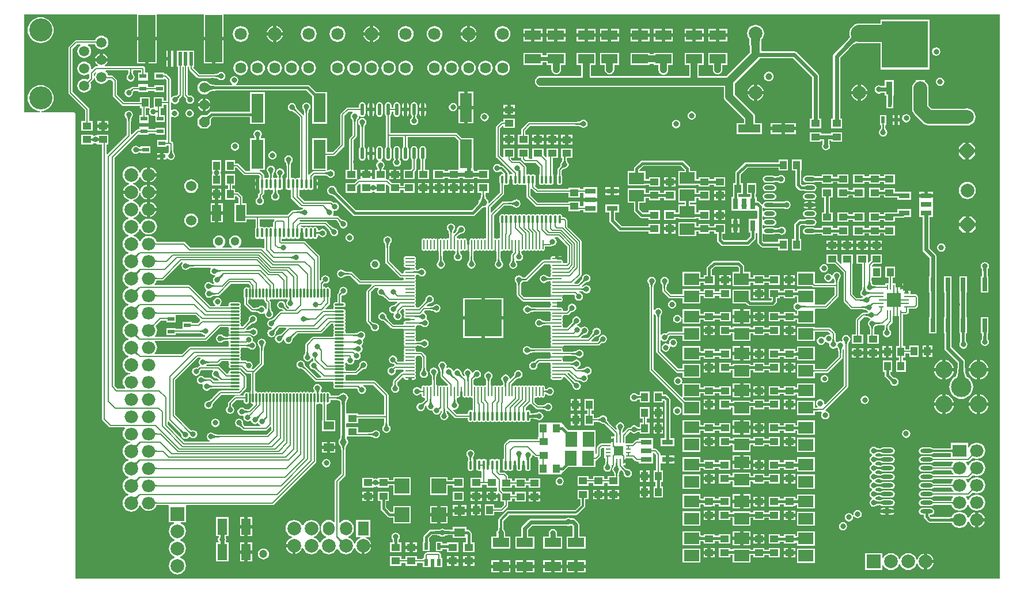
<source format=gtl>
G04*
G04 #@! TF.GenerationSoftware,Altium Limited,Altium Designer,21.0.9 (235)*
G04*
G04 Layer_Physical_Order=1*
G04 Layer_Color=255*
%FSLAX44Y44*%
%MOMM*%
G71*
G04*
G04 #@! TF.SameCoordinates,C1ABCA66-1B08-466E-831C-B71B208AD3D8*
G04*
G04*
G04 #@! TF.FilePolarity,Positive*
G04*
G01*
G75*
%ADD12C,0.2000*%
%ADD13C,0.7000*%
%ADD17C,0.5000*%
%ADD21C,0.1500*%
%ADD81R,2.4000X1.4000*%
%ADD82R,1.2500X1.0000*%
%ADD83R,3.3000X1.2000*%
%ADD84R,0.9500X1.9000*%
%ADD85R,6.8000X6.9000*%
%ADD86R,2.2400X1.7000*%
%ADD87R,1.0000X1.2500*%
%ADD88O,1.8500X0.6000*%
%ADD89O,0.5500X1.7500*%
G04:AMPARAMS|DCode=90|XSize=1.6mm|YSize=0.6mm|CornerRadius=0.3mm|HoleSize=0mm|Usage=FLASHONLY|Rotation=180.000|XOffset=0mm|YOffset=0mm|HoleType=Round|Shape=RoundedRectangle|*
%AMROUNDEDRECTD90*
21,1,1.6000,0.0000,0,0,180.0*
21,1,1.0000,0.6000,0,0,180.0*
1,1,0.6000,-0.5000,0.0000*
1,1,0.6000,0.5000,0.0000*
1,1,0.6000,0.5000,0.0000*
1,1,0.6000,-0.5000,0.0000*
%
%ADD90ROUNDEDRECTD90*%
%ADD91R,2.0000X2.0000*%
%ADD92R,0.2500X0.7000*%
%ADD93R,0.7000X0.2500*%
%ADD94R,1.4500X1.4500*%
%ADD95R,0.2500X0.8000*%
%ADD96R,0.8000X0.2500*%
G04:AMPARAMS|DCode=97|XSize=1.4mm|YSize=0.35mm|CornerRadius=0.175mm|HoleSize=0mm|Usage=FLASHONLY|Rotation=90.000|XOffset=0mm|YOffset=0mm|HoleType=Round|Shape=RoundedRectangle|*
%AMROUNDEDRECTD97*
21,1,1.4000,0.0000,0,0,90.0*
21,1,1.0500,0.3500,0,0,90.0*
1,1,0.3500,0.0000,0.5250*
1,1,0.3500,0.0000,-0.5250*
1,1,0.3500,0.0000,-0.5250*
1,1,0.3500,0.0000,0.5250*
%
%ADD97ROUNDEDRECTD97*%
%ADD98O,0.3500X1.2000*%
%ADD99O,0.3000X1.4000*%
%ADD100O,1.4000X0.3000*%
%ADD101O,1.4000X0.2500*%
%ADD102O,0.2500X1.4000*%
%ADD103R,1.0000X0.6000*%
%ADD104R,0.5000X2.0000*%
%ADD105R,2.5000X7.0000*%
%ADD106R,0.7000X2.0000*%
%ADD107R,1.8000X4.2500*%
%ADD108R,1.6500X0.7600*%
%ADD109R,0.6000X1.0000*%
%ADD110R,0.7600X1.6500*%
%ADD111R,1.6000X1.2000*%
%ADD112R,1.4000X2.4000*%
%ADD113R,2.2000X2.2000*%
%ADD114R,1.7000X2.2400*%
%ADD115C,1.0000*%
%ADD116C,1.2000*%
%ADD117C,0.6000*%
%ADD118C,0.8000*%
%ADD119C,0.4000*%
%ADD120C,2.5000*%
%ADD121C,2.0000*%
%ADD122C,0.3000*%
%ADD123C,1.5000*%
%ADD124C,2.0000*%
%ADD125P,2.1648X8X112.5*%
%ADD126R,1.6000X2.0000*%
%ADD127O,1.8000X2.0000*%
%ADD128O,1.7000X2.0000*%
%ADD129R,5.5000X5.5000*%
%ADD130R,2.0000X2.0000*%
%ADD131C,3.0000*%
%ADD132C,2.5000*%
%ADD133O,2.0000X1.8000*%
%ADD134P,1.6236X8X112.5*%
%ADD135R,2.0000X1.8000*%
%ADD136C,1.5240*%
%ADD137C,5.0000*%
%ADD138C,1.3000*%
%ADD139C,1.6240*%
%ADD140C,1.8000*%
%ADD141C,3.4000*%
%ADD142C,0.8000*%
%ADD143C,1.0000*%
%ADD144C,1.2000*%
%ADD145C,4.0000*%
G36*
X1436941Y-833441D02*
X78059Y-833441D01*
Y-150000D01*
X77826Y-148829D01*
X77163Y-147837D01*
X76171Y-147174D01*
X75000Y-146941D01*
X27992D01*
X27918Y-145441D01*
X30625Y-145175D01*
X34207Y-144088D01*
X37507Y-142324D01*
X40400Y-139950D01*
X42775Y-137057D01*
X44539Y-133756D01*
X45625Y-130174D01*
X45992Y-126450D01*
X45625Y-122725D01*
X44539Y-119143D01*
X42775Y-115843D01*
X40400Y-112950D01*
X37507Y-110575D01*
X34207Y-108811D01*
X30625Y-107725D01*
X26900Y-107358D01*
X23176Y-107725D01*
X19594Y-108811D01*
X16293Y-110575D01*
X13400Y-112950D01*
X11026Y-115843D01*
X9262Y-119143D01*
X8175Y-122725D01*
X7808Y-126450D01*
X8175Y-130174D01*
X9262Y-133756D01*
X11026Y-137057D01*
X13400Y-139950D01*
X16293Y-142324D01*
X19594Y-144088D01*
X23176Y-145175D01*
X25882Y-145441D01*
X25809Y-146941D01*
X3059D01*
Y-3059D01*
X168750D01*
Y-36000D01*
X183250D01*
X197750D01*
Y-3059D01*
X266750D01*
Y-36000D01*
X281250D01*
X295750D01*
Y-3059D01*
X1436941D01*
X1436941Y-833441D01*
D02*
G37*
%LPC*%
G36*
X516000Y-20226D02*
Y-29500D01*
X525274D01*
X525191Y-28867D01*
X523982Y-25948D01*
X522058Y-23442D01*
X519552Y-21518D01*
X516633Y-20309D01*
X516000Y-20226D01*
D02*
G37*
G36*
X511000Y-20226D02*
X510367Y-20309D01*
X507448Y-21518D01*
X504941Y-23442D01*
X503018Y-25948D01*
X501809Y-28867D01*
X501726Y-29500D01*
X511000D01*
Y-20226D01*
D02*
G37*
G36*
X658500Y-20226D02*
Y-29500D01*
X667774D01*
X667691Y-28867D01*
X666482Y-25948D01*
X664558Y-23442D01*
X662052Y-21518D01*
X659133Y-20309D01*
X658500Y-20226D01*
D02*
G37*
G36*
X653500Y-20226D02*
X652867Y-20309D01*
X649948Y-21518D01*
X647441Y-23442D01*
X645518Y-25948D01*
X644309Y-28867D01*
X644225Y-29500D01*
X653500D01*
Y-20226D01*
D02*
G37*
G36*
X373500Y-20226D02*
Y-29500D01*
X382774D01*
X382691Y-28867D01*
X381482Y-25948D01*
X379558Y-23442D01*
X377052Y-21518D01*
X374133Y-20309D01*
X373500Y-20226D01*
D02*
G37*
G36*
X368500D02*
X367867Y-20309D01*
X364948Y-21518D01*
X362441Y-23442D01*
X360518Y-25948D01*
X359309Y-28867D01*
X359226Y-29500D01*
X368500D01*
Y-20226D01*
D02*
G37*
G36*
X764583Y-24750D02*
X753083D01*
Y-31250D01*
X764583D01*
Y-24750D01*
D02*
G37*
G36*
X748083D02*
X736583D01*
Y-31250D01*
X748083D01*
Y-24750D01*
D02*
G37*
G36*
X877083D02*
X865583D01*
Y-31250D01*
X877083D01*
Y-24750D01*
D02*
G37*
G36*
X860583D02*
X849083D01*
Y-31250D01*
X860583D01*
Y-24750D01*
D02*
G37*
G36*
X1036249D02*
X1024749D01*
Y-31250D01*
X1036249D01*
Y-24750D01*
D02*
G37*
G36*
X956317D02*
X944817D01*
Y-31250D01*
X956317D01*
Y-24750D01*
D02*
G37*
G36*
X922067D02*
X910567D01*
Y-31250D01*
X922067D01*
Y-24750D01*
D02*
G37*
G36*
X1019749D02*
X1008249D01*
Y-31250D01*
X1019749D01*
Y-24750D01*
D02*
G37*
G36*
X939817D02*
X928317D01*
Y-31250D01*
X939817D01*
Y-24750D01*
D02*
G37*
G36*
X905567D02*
X894067D01*
Y-31250D01*
X905567D01*
Y-24750D01*
D02*
G37*
G36*
X1001500D02*
X990000D01*
Y-31250D01*
X1001500D01*
Y-24750D01*
D02*
G37*
G36*
X798500D02*
X787000D01*
Y-31250D01*
X798500D01*
Y-24750D01*
D02*
G37*
G36*
X985000D02*
X973500D01*
Y-31250D01*
X985000D01*
Y-24750D01*
D02*
G37*
G36*
X782000D02*
X770500D01*
Y-31250D01*
X782000D01*
Y-24750D01*
D02*
G37*
G36*
X842833D02*
X831333D01*
Y-31250D01*
X842833D01*
Y-24750D01*
D02*
G37*
G36*
X826333D02*
X814833D01*
Y-31250D01*
X826333D01*
Y-24750D01*
D02*
G37*
G36*
X116400Y-34564D02*
X113790Y-34907D01*
X111357Y-35915D01*
X109268Y-37518D01*
X107665Y-39607D01*
X107009Y-41191D01*
X79250D01*
X79250Y-41191D01*
X78080Y-41424D01*
X77087Y-42087D01*
X68587Y-50587D01*
X67924Y-51579D01*
X67691Y-52750D01*
X67691Y-52750D01*
Y-118500D01*
X67691Y-118500D01*
X67924Y-119670D01*
X68587Y-120663D01*
X92191Y-144267D01*
Y-160250D01*
X87000D01*
Y-174250D01*
X103500D01*
Y-160250D01*
X98309D01*
Y-143000D01*
X98309Y-143000D01*
X98076Y-141830D01*
X97413Y-140837D01*
X97413Y-140837D01*
X73809Y-117233D01*
Y-54017D01*
X80517Y-47309D01*
X85303D01*
X85553Y-47808D01*
X85704Y-48809D01*
X83868Y-50218D01*
X82265Y-52307D01*
X81257Y-54739D01*
X80914Y-57350D01*
X81257Y-59960D01*
X82265Y-62393D01*
X83868Y-64482D01*
X85957Y-66085D01*
X88390Y-67093D01*
X91000Y-67436D01*
X93611Y-67093D01*
X96043Y-66085D01*
X98132Y-64482D01*
X99735Y-62393D01*
X100743Y-59960D01*
X101086Y-57350D01*
X100743Y-54739D01*
X99735Y-52307D01*
X98132Y-50218D01*
X96296Y-48809D01*
X96447Y-47808D01*
X96697Y-47309D01*
X106678D01*
X107665Y-49693D01*
X109268Y-51782D01*
X111357Y-53385D01*
X113790Y-54393D01*
X116400Y-54736D01*
X119011Y-54393D01*
X121443Y-53385D01*
X123532Y-51782D01*
X125135Y-49693D01*
X126143Y-47260D01*
X126486Y-44650D01*
X126143Y-42039D01*
X125135Y-39607D01*
X123532Y-37518D01*
X121443Y-35915D01*
X119011Y-34907D01*
X116400Y-34564D01*
D02*
G37*
G36*
X1036249Y-36250D02*
X1024749D01*
Y-42750D01*
X1036249D01*
Y-36250D01*
D02*
G37*
G36*
X1019749D02*
X1008249D01*
Y-42750D01*
X1019749D01*
Y-36250D01*
D02*
G37*
G36*
X1001500Y-36250D02*
X990000D01*
Y-42750D01*
X1001500D01*
Y-36250D01*
D02*
G37*
G36*
X985000D02*
X973500D01*
Y-42750D01*
X985000D01*
Y-36250D01*
D02*
G37*
G36*
X956317Y-36250D02*
X944817D01*
Y-42750D01*
X956317D01*
Y-36250D01*
D02*
G37*
G36*
X939817D02*
X928317D01*
Y-42750D01*
X939817D01*
Y-36250D01*
D02*
G37*
G36*
X922067D02*
X910567D01*
Y-42750D01*
X922067D01*
Y-36250D01*
D02*
G37*
G36*
X905567D02*
X894067D01*
Y-42750D01*
X905567D01*
Y-36250D01*
D02*
G37*
G36*
X877083Y-36250D02*
X865583D01*
Y-42750D01*
X877083D01*
Y-36250D01*
D02*
G37*
G36*
X860583D02*
X849083D01*
Y-42750D01*
X860583D01*
Y-36250D01*
D02*
G37*
G36*
X842833Y-36250D02*
X831333D01*
Y-42750D01*
X842833D01*
Y-36250D01*
D02*
G37*
G36*
X826333D02*
X814833D01*
Y-42750D01*
X826333D01*
Y-36250D01*
D02*
G37*
G36*
X798500Y-36250D02*
X787000D01*
Y-42750D01*
X798500D01*
Y-36250D01*
D02*
G37*
G36*
X782000D02*
X770500D01*
Y-42750D01*
X782000D01*
Y-36250D01*
D02*
G37*
G36*
X764583Y-36250D02*
X753083D01*
Y-42750D01*
X764583D01*
Y-36250D01*
D02*
G37*
G36*
X748083D02*
X736583D01*
Y-42750D01*
X748083D01*
Y-36250D01*
D02*
G37*
G36*
X706000Y-20401D02*
X702998Y-20796D01*
X700200Y-21955D01*
X697798Y-23798D01*
X695955Y-26200D01*
X694796Y-28998D01*
X694401Y-32000D01*
X694796Y-35002D01*
X695955Y-37800D01*
X697798Y-40202D01*
X700200Y-42045D01*
X702998Y-43204D01*
X706000Y-43599D01*
X709002Y-43204D01*
X711799Y-42045D01*
X714202Y-40202D01*
X716045Y-37800D01*
X717204Y-35002D01*
X717599Y-32000D01*
X717204Y-28998D01*
X716045Y-26200D01*
X714202Y-23798D01*
X711799Y-21955D01*
X709002Y-20796D01*
X706000Y-20401D01*
D02*
G37*
G36*
X606000D02*
X602998Y-20796D01*
X600200Y-21955D01*
X597798Y-23798D01*
X595955Y-26200D01*
X594796Y-28998D01*
X594401Y-32000D01*
X594796Y-35002D01*
X595955Y-37800D01*
X597798Y-40202D01*
X600200Y-42045D01*
X602998Y-43204D01*
X606000Y-43599D01*
X609002Y-43204D01*
X611800Y-42045D01*
X614202Y-40202D01*
X616045Y-37800D01*
X617204Y-35002D01*
X617599Y-32000D01*
X617204Y-28998D01*
X616045Y-26200D01*
X614202Y-23798D01*
X611800Y-21955D01*
X609002Y-20796D01*
X606000Y-20401D01*
D02*
G37*
G36*
X563500D02*
X560498Y-20796D01*
X557700Y-21955D01*
X555298Y-23798D01*
X553455Y-26200D01*
X552296Y-28998D01*
X551901Y-32000D01*
X552296Y-35002D01*
X553455Y-37800D01*
X555298Y-40202D01*
X557700Y-42045D01*
X560498Y-43204D01*
X563500Y-43599D01*
X566502Y-43204D01*
X569300Y-42045D01*
X571702Y-40202D01*
X573545Y-37800D01*
X574704Y-35002D01*
X575099Y-32000D01*
X574704Y-28998D01*
X573545Y-26200D01*
X571702Y-23798D01*
X569300Y-21955D01*
X566502Y-20796D01*
X563500Y-20401D01*
D02*
G37*
G36*
X463500D02*
X460498Y-20796D01*
X457700Y-21955D01*
X455298Y-23798D01*
X453455Y-26200D01*
X452296Y-28998D01*
X451901Y-32000D01*
X452296Y-35002D01*
X453455Y-37800D01*
X455298Y-40202D01*
X457700Y-42045D01*
X460498Y-43204D01*
X463500Y-43599D01*
X466502Y-43204D01*
X469300Y-42045D01*
X471702Y-40202D01*
X473545Y-37800D01*
X474704Y-35002D01*
X475099Y-32000D01*
X474704Y-28998D01*
X473545Y-26200D01*
X471702Y-23798D01*
X469300Y-21955D01*
X466502Y-20796D01*
X463500Y-20401D01*
D02*
G37*
G36*
X421000D02*
X417998Y-20796D01*
X415200Y-21955D01*
X412798Y-23798D01*
X410955Y-26200D01*
X409796Y-28998D01*
X409401Y-32000D01*
X409796Y-35002D01*
X410955Y-37800D01*
X412798Y-40202D01*
X415200Y-42045D01*
X417998Y-43204D01*
X421000Y-43599D01*
X424002Y-43204D01*
X426800Y-42045D01*
X429202Y-40202D01*
X431045Y-37800D01*
X432204Y-35002D01*
X432599Y-32000D01*
X432204Y-28998D01*
X431045Y-26200D01*
X429202Y-23798D01*
X426800Y-21955D01*
X424002Y-20796D01*
X421000Y-20401D01*
D02*
G37*
G36*
X321000D02*
X317998Y-20796D01*
X315200Y-21955D01*
X312798Y-23798D01*
X310955Y-26200D01*
X309796Y-28998D01*
X309401Y-32000D01*
X309796Y-35002D01*
X310955Y-37800D01*
X312798Y-40202D01*
X315200Y-42045D01*
X317998Y-43204D01*
X321000Y-43599D01*
X324002Y-43204D01*
X326800Y-42045D01*
X329202Y-40202D01*
X331045Y-37800D01*
X332204Y-35002D01*
X332599Y-32000D01*
X332204Y-28998D01*
X331045Y-26200D01*
X329202Y-23798D01*
X326800Y-21955D01*
X324002Y-20796D01*
X321000Y-20401D01*
D02*
G37*
G36*
X525274Y-34500D02*
X516000D01*
Y-43774D01*
X516633Y-43691D01*
X519552Y-42482D01*
X522058Y-40559D01*
X523982Y-38052D01*
X525191Y-35133D01*
X525274Y-34500D01*
D02*
G37*
G36*
X667774Y-34500D02*
X658500D01*
Y-43774D01*
X659133Y-43691D01*
X662052Y-42482D01*
X664558Y-40559D01*
X666482Y-38052D01*
X667691Y-35133D01*
X667774Y-34500D01*
D02*
G37*
G36*
X382774Y-34500D02*
X373500D01*
Y-43774D01*
X374133Y-43691D01*
X377052Y-42482D01*
X379558Y-40559D01*
X381482Y-38052D01*
X382691Y-35133D01*
X382774Y-34500D01*
D02*
G37*
G36*
X368500D02*
X359226D01*
X359309Y-35133D01*
X360518Y-38052D01*
X362441Y-40559D01*
X364948Y-42482D01*
X367867Y-43691D01*
X368500Y-43774D01*
Y-34500D01*
D02*
G37*
G36*
X653500Y-34500D02*
X644225D01*
X644309Y-35133D01*
X645518Y-38052D01*
X647441Y-40559D01*
X649948Y-42482D01*
X652867Y-43691D01*
X653500Y-43774D01*
Y-34500D01*
D02*
G37*
G36*
X511000Y-34500D02*
X501726D01*
X501809Y-35133D01*
X503018Y-38052D01*
X504941Y-40559D01*
X507448Y-42482D01*
X510367Y-43691D01*
X511000Y-43774D01*
Y-34500D01*
D02*
G37*
G36*
X26900Y-7358D02*
X23176Y-7724D01*
X19594Y-8811D01*
X16293Y-10575D01*
X13400Y-12950D01*
X11026Y-15843D01*
X9262Y-19143D01*
X8175Y-22725D01*
X7808Y-26450D01*
X8175Y-30174D01*
X9262Y-33756D01*
X11026Y-37057D01*
X13400Y-39950D01*
X16293Y-42324D01*
X19594Y-44088D01*
X23176Y-45175D01*
X26900Y-45542D01*
X30625Y-45175D01*
X34207Y-44088D01*
X37507Y-42324D01*
X40400Y-39950D01*
X42775Y-37057D01*
X44539Y-33756D01*
X45625Y-30174D01*
X45992Y-26450D01*
X45625Y-22725D01*
X44539Y-19143D01*
X42775Y-15843D01*
X40400Y-12950D01*
X37507Y-10575D01*
X34207Y-8811D01*
X30625Y-7724D01*
X26900Y-7358D01*
D02*
G37*
G36*
X956317Y-59750D02*
X928317D01*
Y-61690D01*
X922067D01*
Y-59750D01*
X894067D01*
Y-77750D01*
X922067D01*
Y-75810D01*
X928317D01*
Y-77750D01*
X935256D01*
Y-85000D01*
X935497Y-86828D01*
X936202Y-88530D01*
X937324Y-89993D01*
X938786Y-91115D01*
X940489Y-91820D01*
X942317Y-92061D01*
X944144Y-91820D01*
X945847Y-91115D01*
X947309Y-89993D01*
X948431Y-88530D01*
X949137Y-86828D01*
X949377Y-85000D01*
Y-77750D01*
X956317D01*
Y-59750D01*
D02*
G37*
G36*
X798500D02*
X770500D01*
Y-63652D01*
X764583D01*
Y-59750D01*
X736583D01*
Y-77750D01*
X764583D01*
Y-73848D01*
X770500D01*
Y-77750D01*
X777773D01*
Y-84250D01*
X778013Y-86077D01*
X778719Y-87780D01*
X779841Y-89242D01*
X781303Y-90365D01*
X783006Y-91070D01*
X784833Y-91310D01*
X786661Y-91070D01*
X788363Y-90365D01*
X789826Y-89242D01*
X790948Y-87780D01*
X791653Y-86077D01*
X791893Y-84250D01*
Y-77750D01*
X798500D01*
Y-59750D01*
D02*
G37*
G36*
X1343500Y-51883D02*
X1341159Y-52348D01*
X1339174Y-53674D01*
X1337848Y-55659D01*
X1337383Y-58000D01*
X1337848Y-60341D01*
X1339174Y-62326D01*
X1341159Y-63652D01*
X1343500Y-64118D01*
X1345841Y-63652D01*
X1347826Y-62326D01*
X1349152Y-60341D01*
X1349617Y-58000D01*
X1349152Y-55659D01*
X1347826Y-53674D01*
X1345841Y-52348D01*
X1343500Y-51883D01*
D02*
G37*
G36*
X213750Y-56500D02*
X211750D01*
Y-66000D01*
X213750D01*
Y-56500D01*
D02*
G37*
G36*
X118900Y-60803D02*
Y-67550D01*
X125647D01*
X124698Y-65259D01*
X123175Y-63274D01*
X121191Y-61752D01*
X118900Y-60803D01*
D02*
G37*
G36*
X113900Y-60803D02*
X111609Y-61752D01*
X109625Y-63274D01*
X108102Y-65259D01*
X107153Y-67550D01*
X113900D01*
Y-60803D01*
D02*
G37*
G36*
X295750Y-41000D02*
X283750D01*
Y-75500D01*
X295750D01*
Y-41000D01*
D02*
G37*
G36*
X278750D02*
X266750D01*
Y-75500D01*
X278750D01*
Y-41000D01*
D02*
G37*
G36*
X197750D02*
X185750D01*
Y-75500D01*
X197750D01*
Y-41000D01*
D02*
G37*
G36*
X180750D02*
X168750D01*
Y-75500D01*
X180750D01*
Y-41000D01*
D02*
G37*
G36*
X221750Y-56500D02*
X218750D01*
Y-68500D01*
Y-80500D01*
X221750D01*
Y-68500D01*
Y-56500D01*
D02*
G37*
G36*
X213750Y-71000D02*
X211750D01*
Y-80500D01*
X213750D01*
Y-71000D01*
D02*
G37*
G36*
X1333500Y-11250D02*
X1261500D01*
Y-16625D01*
X1230500D01*
X1226715Y-17123D01*
X1223188Y-18584D01*
X1220159Y-20909D01*
X1217834Y-23937D01*
X1216373Y-27465D01*
X1215875Y-31250D01*
X1216373Y-35035D01*
X1216734Y-35907D01*
X1216697Y-35973D01*
X1215601Y-37653D01*
X1214253Y-39480D01*
X1208666Y-45874D01*
X1193395Y-61145D01*
X1192290Y-62799D01*
X1191902Y-64750D01*
Y-156750D01*
X1188750D01*
Y-170750D01*
X1205250D01*
Y-156750D01*
X1202098D01*
Y-66862D01*
X1214969Y-53991D01*
X1218024Y-51076D01*
X1222256Y-47508D01*
X1224097Y-46149D01*
X1225777Y-45053D01*
X1225844Y-45016D01*
X1226715Y-45377D01*
X1230500Y-45875D01*
X1261500D01*
Y-84250D01*
X1333500D01*
Y-11250D01*
D02*
G37*
G36*
X1036249Y-59750D02*
X1008249D01*
Y-77750D01*
X1015168D01*
Y-84250D01*
X1015408Y-86077D01*
X1016114Y-87780D01*
X1017236Y-89242D01*
X1018698Y-90365D01*
X1020401Y-91070D01*
X1022228Y-91310D01*
X1024055Y-91070D01*
X1025758Y-90365D01*
X1027220Y-89242D01*
X1028343Y-87780D01*
X1029048Y-86077D01*
X1029288Y-84250D01*
Y-77750D01*
X1036249D01*
Y-59750D01*
D02*
G37*
G36*
X877083D02*
X849083D01*
Y-77750D01*
X856273D01*
Y-84250D01*
X856513Y-86077D01*
X857219Y-87780D01*
X858341Y-89242D01*
X859803Y-90365D01*
X861506Y-91070D01*
X863333Y-91310D01*
X865161Y-91070D01*
X866863Y-90365D01*
X868326Y-89242D01*
X869448Y-87780D01*
X870153Y-86077D01*
X870394Y-84250D01*
Y-77750D01*
X877083D01*
Y-59750D01*
D02*
G37*
G36*
X706000Y-71288D02*
X703227Y-71653D01*
X700644Y-72723D01*
X698426Y-74426D01*
X696723Y-76644D01*
X695653Y-79228D01*
X695288Y-82000D01*
X695653Y-84772D01*
X696723Y-87356D01*
X698426Y-89574D01*
X700644Y-91277D01*
X703227Y-92347D01*
X706000Y-92712D01*
X708772Y-92347D01*
X711356Y-91277D01*
X713574Y-89574D01*
X715276Y-87356D01*
X716347Y-84772D01*
X716712Y-82000D01*
X716347Y-79228D01*
X715276Y-76644D01*
X713574Y-74426D01*
X711356Y-72723D01*
X708772Y-71653D01*
X706000Y-71288D01*
D02*
G37*
G36*
X681000D02*
X678227Y-71653D01*
X675644Y-72723D01*
X673426Y-74426D01*
X671723Y-76644D01*
X670653Y-79228D01*
X670288Y-82000D01*
X670653Y-84772D01*
X671723Y-87356D01*
X673426Y-89574D01*
X675644Y-91277D01*
X678227Y-92347D01*
X681000Y-92712D01*
X683772Y-92347D01*
X686356Y-91277D01*
X688574Y-89574D01*
X690276Y-87356D01*
X691347Y-84772D01*
X691712Y-82000D01*
X691347Y-79228D01*
X690276Y-76644D01*
X688574Y-74426D01*
X686356Y-72723D01*
X683772Y-71653D01*
X681000Y-71288D01*
D02*
G37*
G36*
X656000D02*
X653227Y-71653D01*
X650644Y-72723D01*
X648426Y-74426D01*
X646723Y-76644D01*
X645653Y-79228D01*
X645288Y-82000D01*
X645653Y-84772D01*
X646723Y-87356D01*
X648426Y-89574D01*
X650644Y-91277D01*
X653227Y-92347D01*
X656000Y-92712D01*
X658772Y-92347D01*
X661356Y-91277D01*
X663574Y-89574D01*
X665276Y-87356D01*
X666347Y-84772D01*
X666712Y-82000D01*
X666347Y-79228D01*
X665276Y-76644D01*
X663574Y-74426D01*
X661356Y-72723D01*
X658772Y-71653D01*
X656000Y-71288D01*
D02*
G37*
G36*
X631000D02*
X628228Y-71653D01*
X625644Y-72723D01*
X623426Y-74426D01*
X621723Y-76644D01*
X620653Y-79228D01*
X620288Y-82000D01*
X620653Y-84772D01*
X621723Y-87356D01*
X623426Y-89574D01*
X625644Y-91277D01*
X628228Y-92347D01*
X631000Y-92712D01*
X633772Y-92347D01*
X636356Y-91277D01*
X638574Y-89574D01*
X640276Y-87356D01*
X641347Y-84772D01*
X641712Y-82000D01*
X641347Y-79228D01*
X640276Y-76644D01*
X638574Y-74426D01*
X636356Y-72723D01*
X633772Y-71653D01*
X631000Y-71288D01*
D02*
G37*
G36*
X606000D02*
X603228Y-71653D01*
X600644Y-72723D01*
X598426Y-74426D01*
X596723Y-76644D01*
X595653Y-79228D01*
X595288Y-82000D01*
X595653Y-84772D01*
X596723Y-87356D01*
X598426Y-89574D01*
X600644Y-91277D01*
X603228Y-92347D01*
X606000Y-92712D01*
X608772Y-92347D01*
X611356Y-91277D01*
X613574Y-89574D01*
X615276Y-87356D01*
X616347Y-84772D01*
X616712Y-82000D01*
X616347Y-79228D01*
X615276Y-76644D01*
X613574Y-74426D01*
X611356Y-72723D01*
X608772Y-71653D01*
X606000Y-71288D01*
D02*
G37*
G36*
X563500D02*
X560728Y-71653D01*
X558144Y-72723D01*
X555926Y-74426D01*
X554223Y-76644D01*
X553153Y-79228D01*
X552788Y-82000D01*
X553153Y-84772D01*
X554223Y-87356D01*
X555926Y-89574D01*
X558144Y-91277D01*
X560728Y-92347D01*
X563500Y-92712D01*
X566272Y-92347D01*
X568856Y-91277D01*
X571074Y-89574D01*
X572777Y-87356D01*
X573847Y-84772D01*
X574212Y-82000D01*
X573847Y-79228D01*
X572777Y-76644D01*
X571074Y-74426D01*
X568856Y-72723D01*
X566272Y-71653D01*
X563500Y-71288D01*
D02*
G37*
G36*
X538500D02*
X535728Y-71653D01*
X533144Y-72723D01*
X530926Y-74426D01*
X529223Y-76644D01*
X528153Y-79228D01*
X527788Y-82000D01*
X528153Y-84772D01*
X529223Y-87356D01*
X530926Y-89574D01*
X533144Y-91277D01*
X535728Y-92347D01*
X538500Y-92712D01*
X541272Y-92347D01*
X543856Y-91277D01*
X546074Y-89574D01*
X547777Y-87356D01*
X548847Y-84772D01*
X549212Y-82000D01*
X548847Y-79228D01*
X547777Y-76644D01*
X546074Y-74426D01*
X543856Y-72723D01*
X541272Y-71653D01*
X538500Y-71288D01*
D02*
G37*
G36*
X513500D02*
X510728Y-71653D01*
X508144Y-72723D01*
X505926Y-74426D01*
X504223Y-76644D01*
X503153Y-79228D01*
X502788Y-82000D01*
X503153Y-84772D01*
X504223Y-87356D01*
X505926Y-89574D01*
X508144Y-91277D01*
X510728Y-92347D01*
X513500Y-92712D01*
X516272Y-92347D01*
X518856Y-91277D01*
X521074Y-89574D01*
X522777Y-87356D01*
X523847Y-84772D01*
X524212Y-82000D01*
X523847Y-79228D01*
X522777Y-76644D01*
X521074Y-74426D01*
X518856Y-72723D01*
X516272Y-71653D01*
X513500Y-71288D01*
D02*
G37*
G36*
X488500D02*
X485728Y-71653D01*
X483144Y-72723D01*
X480926Y-74426D01*
X479223Y-76644D01*
X478153Y-79228D01*
X477788Y-82000D01*
X478153Y-84772D01*
X479223Y-87356D01*
X480926Y-89574D01*
X483144Y-91277D01*
X485728Y-92347D01*
X488500Y-92712D01*
X491272Y-92347D01*
X493856Y-91277D01*
X496074Y-89574D01*
X497777Y-87356D01*
X498847Y-84772D01*
X499212Y-82000D01*
X498847Y-79228D01*
X497777Y-76644D01*
X496074Y-74426D01*
X493856Y-72723D01*
X491272Y-71653D01*
X488500Y-71288D01*
D02*
G37*
G36*
X463500D02*
X460728Y-71653D01*
X458144Y-72723D01*
X455926Y-74426D01*
X454223Y-76644D01*
X453153Y-79228D01*
X452788Y-82000D01*
X453153Y-84772D01*
X454223Y-87356D01*
X455926Y-89574D01*
X458144Y-91277D01*
X460728Y-92347D01*
X463500Y-92712D01*
X466272Y-92347D01*
X468856Y-91277D01*
X471074Y-89574D01*
X472776Y-87356D01*
X473847Y-84772D01*
X474212Y-82000D01*
X473847Y-79228D01*
X472776Y-76644D01*
X471074Y-74426D01*
X468856Y-72723D01*
X466272Y-71653D01*
X463500Y-71288D01*
D02*
G37*
G36*
X421000D02*
X418228Y-71653D01*
X415644Y-72723D01*
X413426Y-74426D01*
X411723Y-76644D01*
X410653Y-79228D01*
X410288Y-82000D01*
X410653Y-84772D01*
X411723Y-87356D01*
X413426Y-89574D01*
X415644Y-91277D01*
X418228Y-92347D01*
X421000Y-92712D01*
X423772Y-92347D01*
X426356Y-91277D01*
X428574Y-89574D01*
X430277Y-87356D01*
X431347Y-84772D01*
X431712Y-82000D01*
X431347Y-79228D01*
X430277Y-76644D01*
X428574Y-74426D01*
X426356Y-72723D01*
X423772Y-71653D01*
X421000Y-71288D01*
D02*
G37*
G36*
X396000D02*
X393228Y-71653D01*
X390644Y-72723D01*
X388426Y-74426D01*
X386723Y-76644D01*
X385653Y-79228D01*
X385288Y-82000D01*
X385653Y-84772D01*
X386723Y-87356D01*
X388426Y-89574D01*
X390644Y-91277D01*
X393228Y-92347D01*
X396000Y-92712D01*
X398772Y-92347D01*
X401356Y-91277D01*
X403574Y-89574D01*
X405277Y-87356D01*
X406347Y-84772D01*
X406712Y-82000D01*
X406347Y-79228D01*
X405277Y-76644D01*
X403574Y-74426D01*
X401356Y-72723D01*
X398772Y-71653D01*
X396000Y-71288D01*
D02*
G37*
G36*
X371000D02*
X368228Y-71653D01*
X365644Y-72723D01*
X363426Y-74426D01*
X361723Y-76644D01*
X360653Y-79228D01*
X360288Y-82000D01*
X360653Y-84772D01*
X361723Y-87356D01*
X363426Y-89574D01*
X365644Y-91277D01*
X368228Y-92347D01*
X371000Y-92712D01*
X373772Y-92347D01*
X376356Y-91277D01*
X378574Y-89574D01*
X380277Y-87356D01*
X381347Y-84772D01*
X381712Y-82000D01*
X381347Y-79228D01*
X380277Y-76644D01*
X378574Y-74426D01*
X376356Y-72723D01*
X373772Y-71653D01*
X371000Y-71288D01*
D02*
G37*
G36*
X346000D02*
X343228Y-71653D01*
X340644Y-72723D01*
X338426Y-74426D01*
X336723Y-76644D01*
X335653Y-79228D01*
X335288Y-82000D01*
X335653Y-84772D01*
X336723Y-87356D01*
X338426Y-89574D01*
X340644Y-91277D01*
X343228Y-92347D01*
X346000Y-92712D01*
X348772Y-92347D01*
X351356Y-91277D01*
X353574Y-89574D01*
X355277Y-87356D01*
X356347Y-84772D01*
X356712Y-82000D01*
X356347Y-79228D01*
X355277Y-76644D01*
X353574Y-74426D01*
X351356Y-72723D01*
X348772Y-71653D01*
X346000Y-71288D01*
D02*
G37*
G36*
X321000D02*
X318228Y-71653D01*
X315644Y-72723D01*
X313426Y-74426D01*
X311723Y-76644D01*
X310653Y-79228D01*
X310288Y-82000D01*
X310653Y-84772D01*
X311723Y-87356D01*
X313426Y-89574D01*
X315644Y-91277D01*
X318228Y-92347D01*
X321000Y-92712D01*
X323772Y-92347D01*
X326356Y-91277D01*
X328574Y-89574D01*
X330277Y-87356D01*
X331347Y-84772D01*
X331712Y-82000D01*
X331347Y-79228D01*
X330277Y-76644D01*
X328574Y-74426D01*
X326356Y-72723D01*
X323772Y-71653D01*
X321000Y-71288D01*
D02*
G37*
G36*
X1078000Y-18642D02*
X1074737Y-19072D01*
X1071696Y-20331D01*
X1069085Y-22335D01*
X1067081Y-24946D01*
X1065822Y-27987D01*
X1065392Y-31250D01*
X1065822Y-34513D01*
X1067081Y-37554D01*
X1069041Y-40108D01*
X1069931Y-58677D01*
Y-59408D01*
X1035408Y-93931D01*
X994561D01*
Y-77750D01*
X1001500D01*
Y-59750D01*
X973500D01*
Y-77750D01*
X980440D01*
Y-93931D01*
X919804D01*
X919576Y-93961D01*
X919348Y-93931D01*
X835893D01*
Y-77750D01*
X842833D01*
Y-59750D01*
X814833D01*
Y-77750D01*
X821773D01*
Y-93931D01*
X761583D01*
X759495Y-94206D01*
X757549Y-95012D01*
X755878Y-96294D01*
X754595Y-97965D01*
X753789Y-99912D01*
X753514Y-102000D01*
X753789Y-104088D01*
X754595Y-106034D01*
X755878Y-107706D01*
X757549Y-108988D01*
X759495Y-109794D01*
X761583Y-110069D01*
X919348D01*
X919576Y-110039D01*
X919804Y-110069D01*
X1031181D01*
Y-124250D01*
X1031456Y-126338D01*
X1032262Y-128285D01*
X1033544Y-129956D01*
X1060931Y-157342D01*
Y-163000D01*
X1050500D01*
Y-179000D01*
X1068476D01*
X1069000Y-179069D01*
X1069524Y-179000D01*
X1087500D01*
Y-163000D01*
X1077069D01*
Y-154000D01*
X1076794Y-151912D01*
X1075988Y-149965D01*
X1074706Y-148294D01*
X1047319Y-120908D01*
Y-104842D01*
X1083706Y-68456D01*
X1084172Y-67848D01*
X1132888D01*
X1161152Y-96112D01*
Y-156750D01*
X1158000D01*
Y-170750D01*
X1174500D01*
Y-156750D01*
X1171348D01*
Y-94000D01*
X1170960Y-92049D01*
X1169855Y-90395D01*
X1138605Y-59145D01*
X1136951Y-58040D01*
X1135000Y-57652D01*
X1087496D01*
X1086091Y-56152D01*
X1086288Y-44185D01*
X1086520Y-40885D01*
X1086581Y-40422D01*
X1086915Y-40165D01*
X1088919Y-37554D01*
X1090178Y-34513D01*
X1090608Y-31250D01*
X1090178Y-27987D01*
X1088919Y-24946D01*
X1086915Y-22335D01*
X1084304Y-20331D01*
X1081263Y-19072D01*
X1078000Y-18642D01*
D02*
G37*
G36*
X252750Y-56500D02*
X226750D01*
Y-68500D01*
Y-80500D01*
X229191D01*
Y-120220D01*
X228482Y-120898D01*
X227120Y-122052D01*
X226583Y-122450D01*
X226122Y-122749D01*
X225774Y-122937D01*
X225571Y-123018D01*
X225563Y-123020D01*
X225458Y-123018D01*
X225445Y-123021D01*
X224750Y-122882D01*
X222409Y-123348D01*
X220424Y-124674D01*
X219809Y-125595D01*
X218309Y-125140D01*
Y-98750D01*
X218309Y-98750D01*
X218076Y-97579D01*
X217413Y-96587D01*
X212413Y-91587D01*
X211420Y-90924D01*
X210250Y-90691D01*
X210250Y-90691D01*
X208500D01*
Y-88750D01*
X194500D01*
Y-98750D01*
X208500D01*
Y-98447D01*
X210000Y-97826D01*
X212191Y-100017D01*
Y-130191D01*
X207250D01*
Y-125000D01*
X193250D01*
Y-139517D01*
X192500Y-140133D01*
X190159Y-140598D01*
X188727Y-141555D01*
X187250Y-140813D01*
X187250Y-140247D01*
Y-125000D01*
X173250D01*
Y-131691D01*
X150017D01*
X139459Y-121133D01*
Y-100900D01*
X139459Y-100900D01*
X139226Y-99729D01*
X138563Y-98737D01*
X138563Y-98737D01*
X134163Y-94337D01*
X133170Y-93674D01*
X132000Y-93441D01*
X132000Y-93441D01*
X126222D01*
X126143Y-92839D01*
X125135Y-90407D01*
X123532Y-88318D01*
X122217Y-87309D01*
X122726Y-85809D01*
X155030D01*
X156081Y-87309D01*
X155939Y-88782D01*
X155800Y-89605D01*
X155634Y-90312D01*
X155455Y-90877D01*
X155276Y-91292D01*
X155133Y-91535D01*
X154924Y-91674D01*
X153598Y-93659D01*
X153132Y-96000D01*
X153598Y-98341D01*
X154924Y-100326D01*
X156909Y-101652D01*
X159250Y-102118D01*
X161591Y-101652D01*
X163576Y-100326D01*
X164902Y-98341D01*
X165368Y-96000D01*
X164902Y-93659D01*
X163576Y-91674D01*
X163367Y-91535D01*
X163223Y-91292D01*
X163045Y-90878D01*
X162866Y-90312D01*
X162700Y-89605D01*
X162564Y-88802D01*
X162419Y-86909D01*
X163439Y-85809D01*
X174441D01*
Y-88750D01*
X170500D01*
Y-98750D01*
Y-100750D01*
X177500D01*
X184500D01*
Y-98750D01*
Y-88750D01*
X180559D01*
Y-82750D01*
X180326Y-81580D01*
X179663Y-80587D01*
X178671Y-79924D01*
X177500Y-79691D01*
X159750D01*
X159750Y-79691D01*
X159750Y-79691D01*
X121808D01*
X121465Y-78944D01*
X121396Y-78191D01*
X123175Y-76825D01*
X124698Y-74841D01*
X125647Y-72550D01*
X116400D01*
X107153D01*
X108102Y-74841D01*
X109625Y-76825D01*
X111404Y-78191D01*
X111335Y-78944D01*
X110992Y-79691D01*
X108500D01*
X108500Y-79691D01*
X107330Y-79924D01*
X106337Y-80587D01*
X102360Y-84564D01*
X100940Y-83863D01*
X101086Y-82750D01*
X100743Y-80140D01*
X99735Y-77707D01*
X98132Y-75618D01*
X96043Y-74015D01*
X93611Y-73007D01*
X91000Y-72664D01*
X88390Y-73007D01*
X85957Y-74015D01*
X83868Y-75618D01*
X82265Y-77707D01*
X81257Y-80140D01*
X80914Y-82750D01*
X81257Y-85360D01*
X82265Y-87793D01*
X83868Y-89882D01*
X85957Y-91485D01*
X88390Y-92493D01*
X91000Y-92836D01*
X93611Y-92493D01*
X96043Y-91485D01*
X97191Y-90604D01*
X98691Y-91344D01*
Y-96733D01*
X96019Y-99405D01*
X93611Y-98407D01*
X91000Y-98064D01*
X88390Y-98407D01*
X85957Y-99415D01*
X83868Y-101018D01*
X82265Y-103107D01*
X81257Y-105540D01*
X80914Y-108150D01*
X81257Y-110760D01*
X82265Y-113193D01*
X83868Y-115282D01*
X85957Y-116885D01*
X88390Y-117893D01*
X91000Y-118236D01*
X93611Y-117893D01*
X96043Y-116885D01*
X98132Y-115282D01*
X99735Y-113193D01*
X100743Y-110760D01*
X101086Y-108150D01*
X100743Y-105540D01*
X100096Y-103979D01*
X103913Y-100163D01*
X104576Y-99171D01*
X104809Y-98000D01*
X104809Y-98000D01*
Y-90767D01*
X107771Y-87805D01*
X108901Y-88796D01*
X107665Y-90407D01*
X106657Y-92839D01*
X106314Y-95450D01*
X106657Y-98061D01*
X107665Y-100493D01*
X109268Y-102582D01*
X111357Y-104185D01*
X113790Y-105193D01*
X116400Y-105536D01*
X119011Y-105193D01*
X121443Y-104185D01*
X123532Y-102582D01*
X125135Y-100493D01*
X125522Y-99559D01*
X130733D01*
X133341Y-102167D01*
Y-122400D01*
X133341Y-122400D01*
X133574Y-123570D01*
X134237Y-124563D01*
X146587Y-136913D01*
X147579Y-137576D01*
X148750Y-137809D01*
X148750Y-137809D01*
X173250D01*
Y-141500D01*
X175691D01*
Y-151250D01*
X171750D01*
Y-161250D01*
Y-163250D01*
X178750D01*
X185750D01*
Y-161250D01*
Y-151250D01*
X181809D01*
Y-141500D01*
X186012D01*
X186654Y-141500D01*
X187534Y-142882D01*
X186848Y-143909D01*
X186383Y-146250D01*
X186848Y-148591D01*
X188174Y-150576D01*
X190159Y-151902D01*
X192500Y-152368D01*
X194250Y-152020D01*
X195750Y-152961D01*
Y-161250D01*
X209750D01*
Y-151250D01*
X203309D01*
Y-141500D01*
X207250D01*
Y-136309D01*
X212191D01*
Y-186579D01*
X212000Y-188000D01*
X198000D01*
Y-198000D01*
X212000D01*
Y-196059D01*
X215000D01*
X215000Y-196059D01*
X215691Y-197264D01*
Y-200675D01*
X215550Y-202998D01*
X215434Y-203941D01*
X215287Y-204770D01*
X215119Y-205455D01*
X214938Y-205990D01*
X214764Y-206368D01*
X214623Y-206587D01*
X214529Y-206687D01*
X214174Y-206924D01*
X213500Y-207933D01*
X212000Y-207478D01*
Y-207000D01*
X207500D01*
Y-212000D01*
Y-217000D01*
X212000D01*
Y-215022D01*
X213500Y-214567D01*
X214174Y-215576D01*
X216159Y-216902D01*
X218500Y-217367D01*
X220841Y-216902D01*
X222826Y-215576D01*
X224152Y-213591D01*
X224618Y-211250D01*
X224152Y-208909D01*
X222826Y-206924D01*
X222734Y-206863D01*
X222649Y-206708D01*
X222485Y-206292D01*
X222319Y-205720D01*
X222166Y-205002D01*
X222041Y-204184D01*
X221809Y-200834D01*
Y-193000D01*
X221576Y-191829D01*
X220913Y-190837D01*
X219921Y-190174D01*
X218750Y-189941D01*
X218309D01*
Y-153723D01*
X219201Y-153308D01*
X219809Y-153166D01*
X221670Y-154409D01*
X224011Y-154875D01*
X226352Y-154409D01*
X228337Y-153083D01*
X229663Y-151098D01*
X230128Y-148757D01*
X229663Y-146416D01*
X228337Y-144431D01*
X226352Y-143105D01*
X224011Y-142640D01*
X221670Y-143105D01*
X219809Y-144349D01*
X219201Y-144206D01*
X218309Y-143792D01*
Y-132860D01*
X219271Y-132439D01*
X219809Y-132405D01*
X220424Y-133326D01*
X222409Y-134652D01*
X224750Y-135118D01*
X227091Y-134652D01*
X229076Y-133326D01*
X230402Y-131341D01*
X230868Y-129000D01*
X230729Y-128305D01*
X230732Y-128292D01*
X230730Y-128187D01*
X230732Y-128179D01*
X230813Y-127976D01*
X231001Y-127628D01*
X231300Y-127168D01*
X231687Y-126644D01*
X233521Y-124554D01*
X234413Y-123663D01*
X234413Y-123663D01*
X235076Y-122670D01*
X235309Y-121500D01*
X235309Y-121500D01*
Y-80500D01*
X237191D01*
Y-122250D01*
X237191Y-122250D01*
X237424Y-123420D01*
X238087Y-124413D01*
X238978Y-125304D01*
X239753Y-126135D01*
X240460Y-126983D01*
X240636Y-127226D01*
X240382Y-128500D01*
X240848Y-130841D01*
X242174Y-132826D01*
X244159Y-134152D01*
X246500Y-134618D01*
X248841Y-134152D01*
X250826Y-132826D01*
X252152Y-130841D01*
X252618Y-128500D01*
X252152Y-126159D01*
X250826Y-124174D01*
X248841Y-122848D01*
X246500Y-122382D01*
X245247Y-122632D01*
X243309Y-120960D01*
Y-80500D01*
X245191D01*
Y-83000D01*
X245191Y-83000D01*
X245424Y-84171D01*
X246087Y-85163D01*
X257087Y-96163D01*
X257087Y-96163D01*
X258079Y-96826D01*
X259250Y-97059D01*
X281767D01*
X282918Y-97107D01*
X285032Y-97311D01*
X285855Y-97450D01*
X286562Y-97616D01*
X287127Y-97795D01*
X287542Y-97974D01*
X287785Y-98117D01*
X287924Y-98326D01*
X289909Y-99652D01*
X292250Y-100118D01*
X294591Y-99652D01*
X296576Y-98326D01*
X297902Y-96341D01*
X298368Y-94000D01*
X297902Y-91659D01*
X296576Y-89674D01*
X294591Y-88348D01*
X292250Y-87882D01*
X289909Y-88348D01*
X287924Y-89674D01*
X287785Y-89883D01*
X287542Y-90027D01*
X287127Y-90205D01*
X286562Y-90384D01*
X285855Y-90550D01*
X285052Y-90686D01*
X281715Y-90941D01*
X260517D01*
X251576Y-82000D01*
X251953Y-80500D01*
X252750D01*
Y-56500D01*
D02*
G37*
G36*
X1097250Y-87440D02*
X1095423Y-87680D01*
X1093720Y-88385D01*
X1092258Y-89508D01*
X1091135Y-90970D01*
X1090430Y-92673D01*
X1090190Y-94500D01*
X1090430Y-96327D01*
X1091135Y-98030D01*
X1092258Y-99492D01*
X1093720Y-100615D01*
X1095423Y-101320D01*
X1097250Y-101560D01*
X1099077Y-101320D01*
X1100780Y-100615D01*
X1102242Y-99492D01*
X1103364Y-98030D01*
X1104070Y-96327D01*
X1104310Y-94500D01*
X1104070Y-92673D01*
X1103364Y-90970D01*
X1102242Y-89508D01*
X1100780Y-88385D01*
X1099077Y-87680D01*
X1097250Y-87440D01*
D02*
G37*
G36*
X311500Y-94132D02*
X309159Y-94598D01*
X307174Y-95924D01*
X305848Y-97909D01*
X305382Y-100250D01*
X305848Y-102591D01*
X307174Y-104576D01*
X308769Y-105642D01*
X308314Y-107142D01*
X288101D01*
X284664Y-107053D01*
X280588Y-106676D01*
X278926Y-106405D01*
X277480Y-106078D01*
X276279Y-105708D01*
X275492Y-105378D01*
X274502Y-104088D01*
X272413Y-102485D01*
X269981Y-101477D01*
X267370Y-101134D01*
X264759Y-101477D01*
X262327Y-102485D01*
X260238Y-104088D01*
X258635Y-106177D01*
X257627Y-108610D01*
X257284Y-111220D01*
X257627Y-113830D01*
X258635Y-116263D01*
X260238Y-118352D01*
X262327Y-119955D01*
X264759Y-120963D01*
X267370Y-121306D01*
X269981Y-120963D01*
X272413Y-119955D01*
X274502Y-118352D01*
X275492Y-117062D01*
X276279Y-116732D01*
X277480Y-116362D01*
X278926Y-116035D01*
X280569Y-115767D01*
X286950Y-115298D01*
X417781D01*
X426250Y-123768D01*
Y-164000D01*
X448250D01*
Y-117500D01*
X431518D01*
X422354Y-108336D01*
X421031Y-107452D01*
X419470Y-107142D01*
X419470Y-107142D01*
X314686D01*
X314231Y-105642D01*
X315826Y-104576D01*
X317152Y-102591D01*
X317618Y-100250D01*
X317152Y-97909D01*
X315826Y-95924D01*
X313841Y-94598D01*
X311500Y-94132D01*
D02*
G37*
G36*
X1281450Y-100070D02*
X1267950D01*
Y-108312D01*
X1261661D01*
X1261341Y-108098D01*
X1259000Y-107633D01*
X1256659Y-108098D01*
X1254674Y-109424D01*
X1253348Y-111409D01*
X1252883Y-113750D01*
X1253348Y-116091D01*
X1254674Y-118076D01*
X1256659Y-119402D01*
X1259000Y-119868D01*
X1261341Y-119402D01*
X1262679Y-118508D01*
X1267950D01*
Y-123070D01*
X1269902D01*
Y-134500D01*
X1270000Y-134993D01*
Y-141500D01*
X1280000D01*
Y-134993D01*
X1280098Y-134500D01*
Y-123070D01*
X1281450D01*
Y-100070D01*
D02*
G37*
G36*
X1349250Y-96132D02*
X1346909Y-96598D01*
X1344924Y-97924D01*
X1343598Y-99909D01*
X1343132Y-102250D01*
X1343598Y-104591D01*
X1344924Y-106576D01*
X1346909Y-107902D01*
X1349250Y-108368D01*
X1351591Y-107902D01*
X1353576Y-106576D01*
X1354902Y-104591D01*
X1355368Y-102250D01*
X1354902Y-99909D01*
X1353576Y-97924D01*
X1351591Y-96598D01*
X1349250Y-96132D01*
D02*
G37*
G36*
X184500Y-105750D02*
X177500D01*
X170500D01*
Y-109691D01*
X162500D01*
X162500Y-109691D01*
X161329Y-109924D01*
X160337Y-110587D01*
X159718Y-111206D01*
X158729Y-112153D01*
X157956Y-112811D01*
X157839Y-112899D01*
X156500Y-112633D01*
X154159Y-113098D01*
X152174Y-114424D01*
X150848Y-116409D01*
X150382Y-118750D01*
X150848Y-121091D01*
X152174Y-123076D01*
X154159Y-124402D01*
X156500Y-124868D01*
X158841Y-124402D01*
X160826Y-123076D01*
X162152Y-121091D01*
X162617Y-118750D01*
X162357Y-117441D01*
X163789Y-115809D01*
X170500D01*
Y-117750D01*
X184500D01*
Y-115809D01*
X194500D01*
Y-117750D01*
X208500D01*
Y-107750D01*
X194500D01*
Y-109691D01*
X184500D01*
Y-105750D01*
D02*
G37*
G36*
X1233000Y-106476D02*
Y-115750D01*
X1242275D01*
X1242191Y-115118D01*
X1240982Y-112198D01*
X1239059Y-109692D01*
X1236552Y-107768D01*
X1233633Y-106559D01*
X1233000Y-106476D01*
D02*
G37*
G36*
X1228000D02*
X1227367Y-106559D01*
X1224448Y-107768D01*
X1221942Y-109692D01*
X1220018Y-112198D01*
X1218809Y-115118D01*
X1218726Y-115750D01*
X1228000D01*
Y-106476D01*
D02*
G37*
G36*
X1080500D02*
Y-115750D01*
X1089774D01*
X1089691Y-115118D01*
X1088482Y-112198D01*
X1086559Y-109692D01*
X1084052Y-107768D01*
X1081133Y-106559D01*
X1080500Y-106476D01*
D02*
G37*
G36*
X1075500D02*
X1074867Y-106559D01*
X1071948Y-107768D01*
X1069442Y-109692D01*
X1067518Y-112198D01*
X1066309Y-115118D01*
X1066226Y-115750D01*
X1075500D01*
Y-106476D01*
D02*
G37*
G36*
X1242275Y-120750D02*
X1233000D01*
Y-130024D01*
X1233633Y-129941D01*
X1236552Y-128732D01*
X1239059Y-126809D01*
X1240982Y-124302D01*
X1242191Y-121383D01*
X1242275Y-120750D01*
D02*
G37*
G36*
X1228000D02*
X1218726D01*
X1218809Y-121383D01*
X1220018Y-124302D01*
X1221942Y-126809D01*
X1224448Y-128732D01*
X1227367Y-129941D01*
X1228000Y-130024D01*
Y-120750D01*
D02*
G37*
G36*
X1089774D02*
X1080500D01*
Y-130024D01*
X1081133Y-129941D01*
X1084052Y-128732D01*
X1086559Y-126809D01*
X1088482Y-124302D01*
X1089691Y-121383D01*
X1089774Y-120750D01*
D02*
G37*
G36*
X1075500D02*
X1066226D01*
X1066309Y-121383D01*
X1067518Y-124302D01*
X1069442Y-126809D01*
X1071948Y-128732D01*
X1074867Y-129941D01*
X1075500Y-130024D01*
Y-120750D01*
D02*
G37*
G36*
X269870Y-126973D02*
Y-133720D01*
X276617D01*
X275668Y-131429D01*
X274145Y-129445D01*
X272161Y-127922D01*
X269870Y-126973D01*
D02*
G37*
G36*
X264870Y-126973D02*
X262579Y-127922D01*
X260595Y-129445D01*
X259072Y-131429D01*
X258123Y-133720D01*
X264870D01*
Y-126973D01*
D02*
G37*
G36*
X663500Y-117000D02*
X655000D01*
Y-137750D01*
X663500D01*
Y-117000D01*
D02*
G37*
G36*
X650000D02*
X641500D01*
Y-137750D01*
X650000D01*
Y-117000D01*
D02*
G37*
G36*
X550600Y-132407D02*
X548747Y-132776D01*
X547175Y-133825D01*
X546126Y-135397D01*
X545757Y-137250D01*
Y-140191D01*
X542743D01*
Y-137250D01*
X542374Y-135397D01*
X541325Y-133825D01*
X539753Y-132776D01*
X537900Y-132407D01*
X536047Y-132776D01*
X534475Y-133825D01*
X533426Y-135397D01*
X533057Y-137250D01*
Y-149250D01*
X533426Y-151103D01*
X534475Y-152675D01*
X534841Y-152919D01*
Y-180750D01*
Y-198081D01*
X534475Y-198325D01*
X533426Y-199897D01*
X533057Y-201750D01*
Y-213750D01*
X533426Y-215603D01*
X534475Y-217175D01*
X536047Y-218224D01*
X537900Y-218593D01*
X539753Y-218224D01*
X541325Y-217175D01*
X542374Y-215603D01*
X542743Y-213750D01*
Y-201750D01*
X542374Y-199897D01*
X541325Y-198325D01*
X540959Y-198081D01*
Y-183809D01*
X560241D01*
Y-198081D01*
X559875Y-198325D01*
X558826Y-199897D01*
X558457Y-201750D01*
Y-213750D01*
X558826Y-215603D01*
X559875Y-217175D01*
X561447Y-218224D01*
X563300Y-218593D01*
X565153Y-218224D01*
X566725Y-217175D01*
X567774Y-215603D01*
X568143Y-213750D01*
Y-201750D01*
X567774Y-199897D01*
X566725Y-198325D01*
X566359Y-198081D01*
Y-183809D01*
X636233D01*
X641500Y-189076D01*
Y-229511D01*
X641500Y-230896D01*
X640186Y-231500D01*
X640000D01*
X626250D01*
Y-233402D01*
X620750D01*
Y-231500D01*
X604250D01*
Y-245500D01*
X620750D01*
Y-243598D01*
X626250D01*
Y-245500D01*
X642750D01*
Y-243848D01*
X647750D01*
Y-245500D01*
X664250D01*
Y-243598D01*
X669500D01*
Y-245500D01*
X686000D01*
Y-231500D01*
X669500D01*
Y-233402D01*
X664250D01*
Y-231500D01*
X663500Y-231500D01*
Y-185000D01*
X646076D01*
X639663Y-178587D01*
X638671Y-177924D01*
X637500Y-177691D01*
X637500Y-177691D01*
X540959D01*
Y-152919D01*
X541325Y-152675D01*
X542374Y-151103D01*
X542743Y-149250D01*
Y-146309D01*
X545757D01*
Y-149250D01*
X546126Y-151103D01*
X547175Y-152675D01*
X548747Y-153724D01*
X550600Y-154093D01*
X552453Y-153724D01*
X554025Y-152675D01*
X555074Y-151103D01*
X555443Y-149250D01*
Y-137250D01*
X555074Y-135397D01*
X554025Y-133825D01*
X552453Y-132776D01*
X550600Y-132407D01*
D02*
G37*
G36*
X499800D02*
X497947Y-132776D01*
X496375Y-133825D01*
X495326Y-135397D01*
X494957Y-137250D01*
Y-140191D01*
X478250D01*
X478250Y-140191D01*
X477080Y-140424D01*
X476087Y-141087D01*
X468337Y-148837D01*
X467674Y-149830D01*
X467441Y-151000D01*
X467441Y-151000D01*
Y-194483D01*
X456233Y-205691D01*
X448250D01*
Y-185500D01*
X426250D01*
Y-232000D01*
X445938D01*
X446581Y-233500D01*
X446413Y-233676D01*
X442957Y-233941D01*
X428250D01*
X427080Y-234174D01*
X426087Y-234837D01*
X426087Y-234837D01*
X422059Y-238865D01*
X421178Y-238681D01*
X420559Y-238300D01*
Y-149575D01*
X420700Y-147252D01*
X420816Y-146308D01*
X420963Y-145480D01*
X421131Y-144795D01*
X421312Y-144260D01*
X421486Y-143882D01*
X421627Y-143663D01*
X421721Y-143563D01*
X422076Y-143326D01*
X423402Y-141341D01*
X423868Y-139000D01*
X423402Y-136659D01*
X422076Y-134674D01*
X420091Y-133348D01*
X417750Y-132882D01*
X415409Y-133348D01*
X413424Y-134674D01*
X412098Y-136659D01*
X411632Y-139000D01*
X412098Y-141341D01*
X413424Y-143326D01*
X413516Y-143387D01*
X413601Y-143542D01*
X413765Y-143958D01*
X413931Y-144530D01*
X414084Y-145248D01*
X414209Y-146066D01*
X414441Y-149416D01*
Y-151050D01*
X413822Y-151431D01*
X412941Y-151615D01*
X406366Y-145040D01*
X405108Y-143718D01*
X403747Y-142086D01*
X403252Y-141404D01*
X402857Y-140786D01*
X402573Y-140260D01*
X402397Y-139843D01*
X402340Y-139641D01*
X402368Y-139500D01*
X401902Y-137159D01*
X400576Y-135174D01*
X398591Y-133848D01*
X396250Y-133383D01*
X393909Y-133848D01*
X391924Y-135174D01*
X390598Y-137159D01*
X390132Y-139500D01*
X390598Y-141841D01*
X391924Y-143826D01*
X393909Y-145152D01*
X396250Y-145618D01*
X396622Y-145543D01*
X396709Y-145548D01*
X396976Y-145609D01*
X397375Y-145759D01*
X397887Y-146016D01*
X398495Y-146387D01*
X399151Y-146848D01*
X401694Y-149019D01*
X407941Y-155267D01*
Y-243235D01*
X406441Y-244037D01*
X405963Y-243718D01*
X404500Y-243427D01*
X403037Y-243718D01*
X402288Y-244218D01*
X401250Y-244433D01*
X400212Y-244218D01*
X399463Y-243718D01*
X398000Y-243427D01*
X396537Y-243718D01*
X396059Y-244037D01*
X394559Y-243235D01*
Y-227233D01*
X394607Y-226082D01*
X394811Y-223968D01*
X394950Y-223145D01*
X395116Y-222438D01*
X395295Y-221873D01*
X395474Y-221458D01*
X395617Y-221215D01*
X395826Y-221076D01*
X397152Y-219091D01*
X397617Y-216750D01*
X397152Y-214409D01*
X395826Y-212424D01*
X393841Y-211098D01*
X391500Y-210632D01*
X389159Y-211098D01*
X387174Y-212424D01*
X385848Y-214409D01*
X385382Y-216750D01*
X385848Y-219091D01*
X387174Y-221076D01*
X387383Y-221215D01*
X387527Y-221458D01*
X387705Y-221873D01*
X387884Y-222438D01*
X388050Y-223145D01*
X388186Y-223948D01*
X388441Y-227285D01*
Y-243235D01*
X387500Y-243738D01*
Y-252500D01*
Y-260722D01*
X388250Y-260567D01*
X389288Y-260782D01*
X390037Y-261282D01*
X391500Y-261573D01*
X392963Y-261282D01*
X393441Y-260963D01*
X394941Y-261765D01*
Y-272000D01*
X394941Y-272000D01*
X395174Y-273171D01*
X395837Y-274163D01*
X408337Y-286663D01*
X409329Y-287326D01*
X410500Y-287559D01*
X410500Y-287559D01*
X412459D01*
X412607Y-289059D01*
X412409Y-289098D01*
X410441Y-290413D01*
X410378Y-290445D01*
X409973Y-290589D01*
X409402Y-290738D01*
X408737Y-290863D01*
X404457Y-291191D01*
X398250D01*
X398250Y-291191D01*
X397079Y-291424D01*
X396087Y-292087D01*
X396087Y-292087D01*
X389983Y-298191D01*
X329750D01*
Y-281250D01*
X323809D01*
Y-272250D01*
X323809Y-272250D01*
X323576Y-271079D01*
X322913Y-270087D01*
X322913Y-270087D01*
X318413Y-265587D01*
X317421Y-264924D01*
X316250Y-264691D01*
X316250Y-264691D01*
X312500D01*
Y-259500D01*
X308559D01*
Y-254750D01*
X312500D01*
Y-238250D01*
X298500D01*
Y-254750D01*
X302441D01*
Y-259500D01*
X298500D01*
Y-276000D01*
X312500D01*
Y-270809D01*
X314983D01*
X317691Y-273517D01*
Y-281250D01*
X311750D01*
Y-309250D01*
X329750D01*
Y-304309D01*
X342941D01*
Y-317078D01*
X342467Y-317787D01*
X342177Y-319250D01*
Y-329750D01*
X342467Y-331213D01*
X343296Y-332454D01*
X344537Y-333282D01*
X346000Y-333573D01*
X347463Y-333282D01*
X348212Y-332782D01*
X349250Y-332567D01*
X350288Y-332782D01*
X351037Y-333282D01*
X352500Y-333573D01*
X353963Y-333282D01*
X354441Y-332963D01*
X355941Y-333765D01*
Y-347156D01*
X354555Y-347730D01*
X354163Y-347337D01*
X353171Y-346674D01*
X352000Y-346441D01*
X352000Y-346441D01*
X318169D01*
X317855Y-345780D01*
X317761Y-344941D01*
X319419Y-343669D01*
X320861Y-341789D01*
X321768Y-339599D01*
X322078Y-337250D01*
X321768Y-334901D01*
X320861Y-332711D01*
X319419Y-330831D01*
X317539Y-329389D01*
X315350Y-328482D01*
X313000Y-328172D01*
X310651Y-328482D01*
X308461Y-329389D01*
X306581Y-330831D01*
X305138Y-332711D01*
X304232Y-334901D01*
X303922Y-337250D01*
X304232Y-339599D01*
X305138Y-341789D01*
X306581Y-343669D01*
X308239Y-344941D01*
X308144Y-345780D01*
X307831Y-346441D01*
X294419D01*
X294105Y-345780D01*
X294011Y-344941D01*
X295669Y-343669D01*
X297111Y-341789D01*
X298018Y-339599D01*
X298328Y-337250D01*
X298018Y-334901D01*
X297111Y-332711D01*
X295669Y-330831D01*
X293789Y-329389D01*
X291600Y-328482D01*
X289250Y-328172D01*
X286901Y-328482D01*
X284711Y-329389D01*
X282831Y-330831D01*
X281388Y-332711D01*
X280482Y-334901D01*
X280172Y-337250D01*
X280482Y-339599D01*
X281388Y-341789D01*
X282831Y-343669D01*
X284489Y-344941D01*
X284394Y-345780D01*
X284081Y-346441D01*
X247367D01*
X239663Y-338737D01*
X238671Y-338074D01*
X237500Y-337841D01*
X237500Y-337841D01*
X197581D01*
X196445Y-335100D01*
X194602Y-332698D01*
X192200Y-330855D01*
X189402Y-329696D01*
X186400Y-329301D01*
X184400D01*
X181398Y-329696D01*
X178600Y-330855D01*
X176198Y-332698D01*
X174355Y-335100D01*
X173553Y-337036D01*
X171929D01*
X170919Y-334596D01*
X168915Y-331985D01*
X166304Y-329981D01*
X163964Y-329012D01*
Y-327388D01*
X166304Y-326419D01*
X168915Y-324415D01*
X170919Y-321804D01*
X171950Y-319314D01*
X173564Y-319291D01*
X174355Y-321200D01*
X176198Y-323602D01*
X178600Y-325445D01*
X181398Y-326604D01*
X184400Y-326999D01*
X186400D01*
X189402Y-326604D01*
X192200Y-325445D01*
X194602Y-323602D01*
X196445Y-321200D01*
X197604Y-318402D01*
X197999Y-315400D01*
X197604Y-312398D01*
X196445Y-309600D01*
X194602Y-307198D01*
X192200Y-305355D01*
X189402Y-304196D01*
X186400Y-303801D01*
X184400D01*
X181398Y-304196D01*
X178600Y-305355D01*
X176198Y-307198D01*
X174355Y-309600D01*
X173532Y-311586D01*
X171909D01*
X170919Y-309196D01*
X168915Y-306585D01*
X166304Y-304581D01*
X163843Y-303562D01*
Y-301938D01*
X166304Y-300919D01*
X168915Y-298915D01*
X170919Y-296304D01*
X172178Y-293263D01*
X172193Y-293148D01*
X173683Y-292972D01*
X174792Y-295647D01*
X176555Y-297945D01*
X178853Y-299708D01*
X181528Y-300817D01*
X182900Y-300997D01*
Y-290100D01*
X185400D01*
D01*
X182900D01*
Y-279203D01*
X181528Y-279383D01*
X178853Y-280492D01*
X176555Y-282255D01*
X174792Y-284553D01*
X173738Y-287095D01*
X173610Y-287144D01*
X172178Y-286737D01*
X170919Y-283696D01*
X168915Y-281085D01*
X166304Y-279081D01*
X163263Y-277822D01*
X163131Y-277804D01*
Y-276291D01*
X163133Y-276291D01*
X166052Y-275082D01*
X168559Y-273158D01*
X170482Y-270652D01*
X171691Y-267733D01*
X171948Y-265783D01*
X173461D01*
X173683Y-267472D01*
X174792Y-270147D01*
X176555Y-272445D01*
X178853Y-274209D01*
X181528Y-275317D01*
X182900Y-275497D01*
Y-264600D01*
Y-253703D01*
X181528Y-253883D01*
X178853Y-254991D01*
X176555Y-256755D01*
X174792Y-259053D01*
X173683Y-261728D01*
X173461Y-263417D01*
X171948D01*
X171691Y-261467D01*
X170482Y-258548D01*
X168559Y-256042D01*
X166052Y-254118D01*
X163133Y-252909D01*
X163131Y-252909D01*
Y-251396D01*
X163263Y-251378D01*
X166304Y-250119D01*
X168915Y-248115D01*
X170919Y-245504D01*
X172133Y-242573D01*
X173311Y-242191D01*
X173596Y-242123D01*
X173728Y-242181D01*
X174792Y-244747D01*
X176555Y-247045D01*
X178853Y-248808D01*
X181528Y-249917D01*
X182900Y-250097D01*
Y-239200D01*
Y-228303D01*
X181528Y-228483D01*
X178853Y-229592D01*
X176555Y-231355D01*
X174792Y-233653D01*
X173728Y-236219D01*
X173596Y-236277D01*
X173311Y-236209D01*
X172133Y-235827D01*
X170919Y-232896D01*
X168915Y-230285D01*
X166304Y-228281D01*
X163263Y-227022D01*
X160000Y-226592D01*
X156737Y-227022D01*
X153696Y-228281D01*
X151085Y-230285D01*
X149081Y-232896D01*
X147822Y-235937D01*
X147392Y-239200D01*
X147822Y-242463D01*
X149081Y-245504D01*
X151085Y-248115D01*
X153696Y-250119D01*
X156737Y-251378D01*
X156869Y-251396D01*
Y-252909D01*
X156867Y-252909D01*
X153948Y-254118D01*
X151441Y-256042D01*
X149518Y-258548D01*
X148309Y-261467D01*
X148226Y-262100D01*
X160000D01*
Y-267100D01*
X148226D01*
X148309Y-267733D01*
X149518Y-270652D01*
X151441Y-273158D01*
X153948Y-275082D01*
X156867Y-276291D01*
X156869Y-276291D01*
Y-277804D01*
X156737Y-277822D01*
X153696Y-279081D01*
X151085Y-281085D01*
X149081Y-283696D01*
X147822Y-286737D01*
X147392Y-290000D01*
X147822Y-293263D01*
X149081Y-296304D01*
X151085Y-298915D01*
X153696Y-300919D01*
X156157Y-301938D01*
Y-303562D01*
X153696Y-304581D01*
X151085Y-306585D01*
X149081Y-309196D01*
X147822Y-312237D01*
X147392Y-315500D01*
X147822Y-318763D01*
X149081Y-321804D01*
X151085Y-324415D01*
X153696Y-326419D01*
X156037Y-327388D01*
Y-329012D01*
X153696Y-329981D01*
X151085Y-331985D01*
X149081Y-334596D01*
X147822Y-337637D01*
X147392Y-340900D01*
X147822Y-344163D01*
X149081Y-347204D01*
X151085Y-349815D01*
X153696Y-351819D01*
X156037Y-352788D01*
Y-354412D01*
X153696Y-355381D01*
X151085Y-357385D01*
X149081Y-359996D01*
X147822Y-363037D01*
X147392Y-366300D01*
X147822Y-369563D01*
X149081Y-372604D01*
X151085Y-375215D01*
X153696Y-377219D01*
X156037Y-378188D01*
Y-379812D01*
X153696Y-380781D01*
X151085Y-382785D01*
X149081Y-385396D01*
X147822Y-388437D01*
X147392Y-391700D01*
X147822Y-394963D01*
X149081Y-398004D01*
X151085Y-400615D01*
X153696Y-402619D01*
X156157Y-403638D01*
Y-405262D01*
X153696Y-406281D01*
X151085Y-408285D01*
X149081Y-410896D01*
X147822Y-413937D01*
X147392Y-417200D01*
X147822Y-420463D01*
X149081Y-423504D01*
X151085Y-426115D01*
X153696Y-428119D01*
X156037Y-429088D01*
Y-430712D01*
X153696Y-431681D01*
X151085Y-433685D01*
X149081Y-436296D01*
X147822Y-439337D01*
X147392Y-442600D01*
X147822Y-445863D01*
X149081Y-448904D01*
X151085Y-451515D01*
X153696Y-453519D01*
X156037Y-454488D01*
Y-456112D01*
X153696Y-457081D01*
X151085Y-459085D01*
X149081Y-461696D01*
X147822Y-464737D01*
X147392Y-468000D01*
X147822Y-471263D01*
X149081Y-474304D01*
X151085Y-476915D01*
X153696Y-478919D01*
X156086Y-479909D01*
Y-481532D01*
X153696Y-482522D01*
X151085Y-484526D01*
X149081Y-487137D01*
X147822Y-490178D01*
X147392Y-493441D01*
X147822Y-496704D01*
X149081Y-499745D01*
X151085Y-502356D01*
X153696Y-504360D01*
X155746Y-505209D01*
Y-506832D01*
X153696Y-507681D01*
X151085Y-509685D01*
X149081Y-512296D01*
X147822Y-515337D01*
X147392Y-518600D01*
X147822Y-521863D01*
X149081Y-524904D01*
X151085Y-527515D01*
X153696Y-529519D01*
X156737Y-530778D01*
X158285Y-530982D01*
Y-532495D01*
X155998Y-532796D01*
X153200Y-533955D01*
X150798Y-535798D01*
X148955Y-538200D01*
X147796Y-540998D01*
X147401Y-544000D01*
X147796Y-547002D01*
X148955Y-549800D01*
X150798Y-552202D01*
X151083Y-552421D01*
X150601Y-553841D01*
X139867D01*
X135309Y-549283D01*
X135309Y-214267D01*
X170250Y-179326D01*
X171750Y-179947D01*
Y-180250D01*
X185750D01*
Y-178309D01*
X195750D01*
Y-180250D01*
X209750D01*
Y-170250D01*
X195750D01*
Y-172191D01*
X185750D01*
Y-168250D01*
X178750D01*
X171750D01*
Y-172191D01*
X170000D01*
X168829Y-172424D01*
X167837Y-173087D01*
X167837Y-173087D01*
X161195Y-179730D01*
X159809Y-179156D01*
Y-162016D01*
X159853Y-160209D01*
X160038Y-158084D01*
X160166Y-157248D01*
X160319Y-156530D01*
X160485Y-155958D01*
X160650Y-155542D01*
X160734Y-155387D01*
X160826Y-155326D01*
X162152Y-153341D01*
X162617Y-151000D01*
X162152Y-148659D01*
X160826Y-146674D01*
X158841Y-145348D01*
X156500Y-144882D01*
X154159Y-145348D01*
X152174Y-146674D01*
X150848Y-148659D01*
X150382Y-151000D01*
X150848Y-153341D01*
X152174Y-155326D01*
X152529Y-155563D01*
X152623Y-155663D01*
X152764Y-155882D01*
X152938Y-156260D01*
X153119Y-156795D01*
X153287Y-157480D01*
X153426Y-158265D01*
X153691Y-161597D01*
Y-180515D01*
X125059Y-209148D01*
X123559Y-208527D01*
Y-194250D01*
X126750D01*
Y-180250D01*
X110250D01*
Y-180250D01*
X108750Y-181381D01*
X107500Y-181133D01*
X105159Y-181598D01*
X104823Y-181823D01*
X103500Y-181116D01*
Y-180250D01*
X87000D01*
Y-194250D01*
X103500D01*
Y-193384D01*
X104823Y-192677D01*
X105159Y-192902D01*
X107500Y-193368D01*
X108750Y-193119D01*
X110250Y-194250D01*
Y-194250D01*
X117441D01*
Y-598750D01*
X117441Y-598750D01*
X117674Y-599921D01*
X118337Y-600913D01*
X127287Y-609863D01*
X128279Y-610526D01*
X129450Y-610759D01*
X129450Y-610759D01*
X150173D01*
X150598Y-612259D01*
X148955Y-614400D01*
X147796Y-617198D01*
X147401Y-620200D01*
X147796Y-623202D01*
X148955Y-626000D01*
X150798Y-628402D01*
X153200Y-630245D01*
X155998Y-631404D01*
X158285Y-631705D01*
Y-633218D01*
X156737Y-633422D01*
X153696Y-634681D01*
X151085Y-636685D01*
X149081Y-639296D01*
X147822Y-642337D01*
X147392Y-645600D01*
X147822Y-648863D01*
X149081Y-651904D01*
X151085Y-654515D01*
X153696Y-656519D01*
X156037Y-657488D01*
Y-659112D01*
X153696Y-660081D01*
X151085Y-662085D01*
X149081Y-664696D01*
X147822Y-667737D01*
X147392Y-671000D01*
X147822Y-674263D01*
X149081Y-677304D01*
X151085Y-679915D01*
X153696Y-681919D01*
X156037Y-682888D01*
Y-684512D01*
X153696Y-685481D01*
X151085Y-687485D01*
X149081Y-690096D01*
X147822Y-693137D01*
X147392Y-696400D01*
X147822Y-699663D01*
X149081Y-702704D01*
X151085Y-705315D01*
X153696Y-707319D01*
X156037Y-708288D01*
Y-709912D01*
X153696Y-710881D01*
X151085Y-712885D01*
X149081Y-715496D01*
X147822Y-718537D01*
X147392Y-721800D01*
X147822Y-725063D01*
X149081Y-728104D01*
X151085Y-730715D01*
X153696Y-732719D01*
X156737Y-733978D01*
X160000Y-734408D01*
X163263Y-733978D01*
X166304Y-732719D01*
X168915Y-730715D01*
X170919Y-728104D01*
X171929Y-725664D01*
X173553D01*
X174355Y-727600D01*
X176198Y-730002D01*
X178600Y-731845D01*
X181398Y-733004D01*
X184400Y-733399D01*
X186400D01*
X189402Y-733004D01*
X192200Y-731845D01*
X194602Y-730002D01*
X196445Y-727600D01*
X197581Y-724859D01*
X214224D01*
X215500Y-725400D01*
X215500Y-726359D01*
Y-750400D01*
X222560D01*
X222858Y-751900D01*
X221696Y-752381D01*
X219085Y-754385D01*
X217081Y-756996D01*
X215822Y-760037D01*
X215392Y-763300D01*
X215822Y-766563D01*
X217081Y-769604D01*
X219085Y-772215D01*
X221696Y-774219D01*
X224037Y-775188D01*
Y-776812D01*
X221696Y-777781D01*
X219085Y-779785D01*
X217081Y-782396D01*
X215822Y-785437D01*
X215392Y-788700D01*
X215822Y-791963D01*
X217081Y-795004D01*
X219085Y-797615D01*
X221696Y-799619D01*
X224037Y-800588D01*
Y-802212D01*
X221696Y-803181D01*
X219085Y-805185D01*
X217081Y-807796D01*
X215822Y-810837D01*
X215392Y-814100D01*
X215822Y-817363D01*
X217081Y-820404D01*
X219085Y-823015D01*
X221696Y-825019D01*
X224737Y-826278D01*
X228000Y-826708D01*
X231263Y-826278D01*
X234304Y-825019D01*
X236915Y-823015D01*
X238919Y-820404D01*
X240178Y-817363D01*
X240608Y-814100D01*
X240178Y-810837D01*
X238919Y-807796D01*
X236915Y-805185D01*
X234304Y-803181D01*
X231964Y-802212D01*
Y-800588D01*
X234304Y-799619D01*
X236915Y-797615D01*
X238919Y-795004D01*
X240178Y-791963D01*
X240608Y-788700D01*
X240178Y-785437D01*
X238919Y-782396D01*
X236915Y-779785D01*
X234304Y-777781D01*
X231964Y-776812D01*
Y-775188D01*
X234304Y-774219D01*
X236915Y-772215D01*
X238919Y-769604D01*
X240178Y-766563D01*
X240608Y-763300D01*
X240178Y-760037D01*
X238919Y-756996D01*
X236915Y-754385D01*
X234304Y-752381D01*
X233142Y-751900D01*
X233440Y-750400D01*
X240500D01*
Y-726359D01*
X240500Y-725400D01*
X241776Y-724859D01*
X367950D01*
X367950Y-724859D01*
X369120Y-724626D01*
X370113Y-723963D01*
X431413Y-662663D01*
X431413Y-662663D01*
X432076Y-661671D01*
X432309Y-660500D01*
Y-577329D01*
X433809Y-576231D01*
X434250Y-576319D01*
X435616Y-576047D01*
X436750Y-575289D01*
X437884Y-576047D01*
X439250Y-576319D01*
X439691Y-576231D01*
X441191Y-577329D01*
Y-600000D01*
X440250D01*
Y-616000D01*
X460250D01*
Y-600000D01*
X447309D01*
Y-577329D01*
X448809Y-576231D01*
X449250Y-576319D01*
X450616Y-576047D01*
X451773Y-575273D01*
X452547Y-574116D01*
X452819Y-572750D01*
Y-570309D01*
X458581D01*
X458822Y-570312D01*
X460326Y-570379D01*
X462989Y-570647D01*
X464054Y-570834D01*
X464988Y-571059D01*
X465761Y-571310D01*
X466370Y-571574D01*
X466813Y-571833D01*
X467004Y-571988D01*
X467007Y-571992D01*
X467035Y-572013D01*
X467141Y-572236D01*
X467296Y-572719D01*
X467457Y-573427D01*
X467596Y-574286D01*
X467922Y-579437D01*
Y-619845D01*
X467829Y-622281D01*
X467601Y-624682D01*
X467457Y-625573D01*
X467296Y-626281D01*
X467141Y-626764D01*
X467035Y-626987D01*
X467007Y-627008D01*
X465886Y-628470D01*
X465180Y-630173D01*
X464940Y-632000D01*
X465180Y-633827D01*
X465886Y-635530D01*
X467007Y-636992D01*
X467081Y-637049D01*
X467326Y-637334D01*
X467602Y-637778D01*
X467881Y-638382D01*
X468146Y-639148D01*
X468383Y-640071D01*
X468577Y-641102D01*
X468937Y-645290D01*
X468941Y-645572D01*
Y-678983D01*
X460337Y-687587D01*
X459674Y-688579D01*
X459441Y-689750D01*
X459441Y-689750D01*
Y-749498D01*
X459309Y-749543D01*
X457941Y-749837D01*
X455798Y-748192D01*
X453122Y-747083D01*
X450250Y-746705D01*
X447378Y-747083D01*
X444702Y-748192D01*
X442405Y-749955D01*
X440642Y-752253D01*
X439533Y-754928D01*
X439155Y-757800D01*
Y-760800D01*
X439533Y-763672D01*
X440642Y-766348D01*
X442405Y-768645D01*
X444702Y-770408D01*
X446459Y-771136D01*
X446436Y-772750D01*
X443946Y-773781D01*
X441335Y-775785D01*
X439331Y-778396D01*
X438362Y-780736D01*
X436738D01*
X435769Y-778396D01*
X433765Y-775785D01*
X431154Y-773781D01*
X428814Y-772812D01*
Y-771188D01*
X431154Y-770219D01*
X433765Y-768215D01*
X435769Y-765604D01*
X437028Y-762563D01*
X437458Y-759300D01*
X437028Y-756037D01*
X435769Y-752996D01*
X433765Y-750385D01*
X431154Y-748381D01*
X428113Y-747122D01*
X424850Y-746692D01*
X421587Y-747122D01*
X418546Y-748381D01*
X415935Y-750385D01*
X413931Y-752996D01*
X412962Y-755337D01*
X411338D01*
X410369Y-752996D01*
X408365Y-750385D01*
X405754Y-748381D01*
X402713Y-747122D01*
X399450Y-746692D01*
X396187Y-747122D01*
X393146Y-748381D01*
X390535Y-750385D01*
X388531Y-752996D01*
X387272Y-756037D01*
X386842Y-759300D01*
X387272Y-762563D01*
X388531Y-765604D01*
X390535Y-768215D01*
X393146Y-770219D01*
X396187Y-771478D01*
X396319Y-771496D01*
Y-773009D01*
X396317Y-773009D01*
X393398Y-774218D01*
X390891Y-776142D01*
X388968Y-778648D01*
X387759Y-781567D01*
X387676Y-782200D01*
X399450D01*
Y-784700D01*
X401950D01*
Y-796474D01*
X402583Y-796391D01*
X405502Y-795182D01*
X408008Y-793259D01*
X409932Y-790752D01*
X411141Y-787833D01*
X411141Y-787831D01*
X412654D01*
X412672Y-787963D01*
X413931Y-791004D01*
X415935Y-793615D01*
X418546Y-795619D01*
X421587Y-796878D01*
X424850Y-797308D01*
X428113Y-796878D01*
X431154Y-795619D01*
X433765Y-793615D01*
X435769Y-791004D01*
X436738Y-788663D01*
X438362D01*
X439331Y-791004D01*
X441335Y-793615D01*
X443946Y-795619D01*
X446987Y-796878D01*
X450250Y-797308D01*
X453513Y-796878D01*
X456554Y-795619D01*
X459165Y-793615D01*
X461169Y-791004D01*
X462138Y-788663D01*
X463762D01*
X464731Y-791004D01*
X466735Y-793615D01*
X469346Y-795619D01*
X472387Y-796878D01*
X475650Y-797308D01*
X478913Y-796878D01*
X481954Y-795619D01*
X484565Y-793615D01*
X486569Y-791004D01*
X487828Y-787963D01*
X487846Y-787831D01*
X489359D01*
X489359Y-787833D01*
X490568Y-790752D01*
X492491Y-793259D01*
X494998Y-795182D01*
X497917Y-796391D01*
X498550Y-796474D01*
Y-784700D01*
X501050D01*
Y-782200D01*
X512824D01*
X512741Y-781567D01*
X511532Y-778648D01*
X509608Y-776142D01*
X507102Y-774218D01*
X504885Y-773300D01*
X505184Y-771800D01*
X511550D01*
Y-746800D01*
X490550D01*
Y-771800D01*
X496916D01*
X497215Y-773300D01*
X494998Y-774218D01*
X492491Y-776142D01*
X490568Y-778648D01*
X489359Y-781567D01*
X489359Y-781569D01*
X487846D01*
X487828Y-781437D01*
X486569Y-778396D01*
X484565Y-775785D01*
X481954Y-773781D01*
X479514Y-772771D01*
Y-771147D01*
X481450Y-770345D01*
X483852Y-768502D01*
X485695Y-766100D01*
X486854Y-763302D01*
X487249Y-760300D01*
Y-758300D01*
X486854Y-755298D01*
X485695Y-752500D01*
X483852Y-750098D01*
X481450Y-748255D01*
X478652Y-747096D01*
X475650Y-746701D01*
X472648Y-747096D01*
X469850Y-748255D01*
X467448Y-750098D01*
X467059Y-750605D01*
X465559Y-750096D01*
Y-691017D01*
X474163Y-682413D01*
X474163Y-682413D01*
X474826Y-681421D01*
X475059Y-680250D01*
Y-645572D01*
X475063Y-645270D01*
X475255Y-642352D01*
X475414Y-641148D01*
X475617Y-640071D01*
X475854Y-639148D01*
X476119Y-638382D01*
X476398Y-637778D01*
X476674Y-637334D01*
X476919Y-637049D01*
X476992Y-636992D01*
X478115Y-635530D01*
X478820Y-633827D01*
X479060Y-632000D01*
X478820Y-630173D01*
X478115Y-628470D01*
X476992Y-627008D01*
X476965Y-626987D01*
X476859Y-626764D01*
X476703Y-626281D01*
X476543Y-625573D01*
X476523Y-625449D01*
X477684Y-624311D01*
X477878Y-624250D01*
X493750D01*
Y-624059D01*
X508734D01*
X510541Y-624103D01*
X512666Y-624288D01*
X513502Y-624416D01*
X514220Y-624569D01*
X514792Y-624735D01*
X515208Y-624899D01*
X515363Y-624984D01*
X515424Y-625076D01*
X517409Y-626402D01*
X519750Y-626868D01*
X522091Y-626402D01*
X524076Y-625076D01*
X525402Y-623091D01*
X525868Y-620750D01*
X525402Y-618409D01*
X524076Y-616424D01*
X522091Y-615098D01*
X519750Y-614632D01*
X517409Y-615098D01*
X515424Y-616424D01*
X515187Y-616779D01*
X515087Y-616873D01*
X514868Y-617014D01*
X514490Y-617188D01*
X513955Y-617369D01*
X513270Y-617537D01*
X512485Y-617676D01*
X509153Y-617941D01*
X493750D01*
Y-610250D01*
X477578D01*
X477250Y-610250D01*
X476078Y-609457D01*
Y-605043D01*
X477250Y-604250D01*
X493750D01*
Y-598059D01*
X532191D01*
Y-602017D01*
X532143Y-603168D01*
X531939Y-605282D01*
X531800Y-606105D01*
X531634Y-606812D01*
X531455Y-607377D01*
X531276Y-607792D01*
X531133Y-608035D01*
X530924Y-608174D01*
X529598Y-610159D01*
X529132Y-612500D01*
X529598Y-614841D01*
X530924Y-616826D01*
X532909Y-618152D01*
X535250Y-618618D01*
X537591Y-618152D01*
X539576Y-616826D01*
X540902Y-614841D01*
X541367Y-612500D01*
X540902Y-610159D01*
X539576Y-608174D01*
X539367Y-608035D01*
X539224Y-607792D01*
X539045Y-607378D01*
X538866Y-606812D01*
X538700Y-606105D01*
X538564Y-605302D01*
X538309Y-601965D01*
Y-594500D01*
X538309Y-594500D01*
X538309Y-594500D01*
Y-563000D01*
X538309Y-563000D01*
X538076Y-561829D01*
X537413Y-560837D01*
X537413Y-560837D01*
X519663Y-543087D01*
X518671Y-542424D01*
X517500Y-542191D01*
X517500Y-542191D01*
X476329D01*
X475231Y-540691D01*
X475319Y-540250D01*
X475047Y-538884D01*
X474289Y-537750D01*
X475047Y-536616D01*
X475319Y-535250D01*
X475231Y-534809D01*
X476329Y-533309D01*
X490500D01*
X490500Y-533309D01*
X491670Y-533076D01*
X492663Y-532413D01*
X495932Y-529144D01*
X497219Y-527915D01*
X498855Y-526529D01*
X499536Y-526021D01*
X500149Y-525616D01*
X500665Y-525323D01*
X501067Y-525143D01*
X501188Y-525105D01*
X501250Y-525118D01*
X503591Y-524652D01*
X505576Y-523326D01*
X506902Y-521341D01*
X507368Y-519000D01*
X506902Y-516659D01*
X505576Y-514674D01*
X503591Y-513348D01*
X501250Y-512882D01*
X498909Y-513348D01*
X496924Y-514674D01*
X495598Y-516659D01*
X495132Y-519000D01*
X495229Y-519485D01*
X495227Y-519693D01*
X495179Y-519930D01*
X495045Y-520307D01*
X494802Y-520805D01*
X494444Y-521403D01*
X493994Y-522051D01*
X491829Y-524595D01*
X489233Y-527191D01*
X476329D01*
X475231Y-525691D01*
X475319Y-525250D01*
X475047Y-523884D01*
X474289Y-522750D01*
X475047Y-521616D01*
X475319Y-520250D01*
X475047Y-518884D01*
X474289Y-517750D01*
X475047Y-516616D01*
X475242Y-515635D01*
X476516Y-515195D01*
X476745Y-515184D01*
X477674Y-516576D01*
X479659Y-517902D01*
X482000Y-518368D01*
X484341Y-517902D01*
X486326Y-516576D01*
X487652Y-514591D01*
X488117Y-512250D01*
X488069Y-512008D01*
X489398Y-510999D01*
X491250Y-511367D01*
X493591Y-510902D01*
X495576Y-509576D01*
X496902Y-507591D01*
X497368Y-505250D01*
X496902Y-502909D01*
X496515Y-502330D01*
X497126Y-500544D01*
X498576Y-499576D01*
X499902Y-497591D01*
X500368Y-495250D01*
X499902Y-492909D01*
X498979Y-491528D01*
X499127Y-489626D01*
X499576Y-489326D01*
X500902Y-487341D01*
X501367Y-485000D01*
X500902Y-482659D01*
X500662Y-482301D01*
X501076Y-480578D01*
X502576Y-479576D01*
X503902Y-477591D01*
X504367Y-475250D01*
X503902Y-472909D01*
X502576Y-470924D01*
X500591Y-469598D01*
X498250Y-469132D01*
X495909Y-469598D01*
X493924Y-470924D01*
X493785Y-471133D01*
X493542Y-471277D01*
X493128Y-471455D01*
X492562Y-471634D01*
X491855Y-471800D01*
X491052Y-471936D01*
X487715Y-472191D01*
X476329D01*
X475231Y-470691D01*
X475319Y-470250D01*
X475047Y-468884D01*
X474289Y-467750D01*
X475047Y-466616D01*
X475319Y-465250D01*
X475047Y-463884D01*
X474289Y-462750D01*
X475047Y-461616D01*
X475319Y-460250D01*
X475047Y-458884D01*
X474289Y-457750D01*
X475047Y-456616D01*
X475319Y-455250D01*
X475047Y-453884D01*
X474289Y-452750D01*
X475047Y-451616D01*
X475319Y-450250D01*
X475047Y-448884D01*
X474289Y-447750D01*
X475047Y-446616D01*
X475319Y-445250D01*
X475047Y-443884D01*
X474289Y-442750D01*
X475047Y-441616D01*
X475319Y-440250D01*
X475047Y-438884D01*
X474289Y-437750D01*
X474289Y-437750D01*
X474274Y-437726D01*
X473116Y-436953D01*
X471750Y-436681D01*
X466250D01*
Y-433819D01*
X471750D01*
X473116Y-433547D01*
X474274Y-432774D01*
X474289Y-432750D01*
X474289Y-432750D01*
X475047Y-431616D01*
X475319Y-430250D01*
X475047Y-428884D01*
X474273Y-427727D01*
X473116Y-426953D01*
X471750Y-426681D01*
X469309D01*
Y-417023D01*
X469900Y-416453D01*
X470603Y-415840D01*
X472000Y-416118D01*
X474341Y-415652D01*
X476326Y-414326D01*
X477652Y-412341D01*
X478117Y-410000D01*
X477652Y-407659D01*
X476326Y-405674D01*
X474341Y-404348D01*
X472000Y-403882D01*
X469659Y-404348D01*
X467674Y-405674D01*
X466348Y-407659D01*
X465882Y-410000D01*
X466146Y-411325D01*
X464764Y-412911D01*
X464087Y-413587D01*
X463424Y-414580D01*
X463191Y-415750D01*
X463191Y-415750D01*
Y-426681D01*
X460750D01*
X459384Y-426953D01*
X458227Y-427727D01*
X457453Y-428884D01*
X457182Y-430250D01*
X457453Y-431616D01*
X458211Y-432750D01*
X457453Y-433884D01*
X457182Y-435250D01*
X457269Y-435691D01*
X456171Y-437191D01*
X446094D01*
X445520Y-435805D01*
X451413Y-429913D01*
X451413Y-429913D01*
X452076Y-428921D01*
X452309Y-427750D01*
Y-420472D01*
X452547Y-420116D01*
X452819Y-418750D01*
Y-407750D01*
X452547Y-406384D01*
X451773Y-405227D01*
X450616Y-404453D01*
X449250Y-404181D01*
X447884Y-404453D01*
X446750Y-405211D01*
X445616Y-404453D01*
X444250Y-404181D01*
X443809Y-404269D01*
X442309Y-403171D01*
Y-400517D01*
X443135Y-399747D01*
X443983Y-399039D01*
X444226Y-398864D01*
X445500Y-399118D01*
X447841Y-398652D01*
X449826Y-397326D01*
X451152Y-395341D01*
X451618Y-393000D01*
X451152Y-390659D01*
X449826Y-388674D01*
X447841Y-387348D01*
X445500Y-386883D01*
X443159Y-387348D01*
X441174Y-388674D01*
X439848Y-390659D01*
X439383Y-393000D01*
X439590Y-394041D01*
X438682Y-394957D01*
X437309Y-394441D01*
Y-359500D01*
X437076Y-358329D01*
X436413Y-357337D01*
X436413Y-357337D01*
X416663Y-337587D01*
X415671Y-336924D01*
X414500Y-336691D01*
X414500Y-336691D01*
X381559D01*
Y-333765D01*
X383059Y-332963D01*
X383537Y-333282D01*
X385000Y-333573D01*
X386463Y-333282D01*
X387212Y-332782D01*
X388250Y-332567D01*
X389288Y-332782D01*
X390037Y-333282D01*
X391500Y-333573D01*
X392963Y-333282D01*
X393712Y-332782D01*
X394750Y-332567D01*
X395788Y-332782D01*
X396537Y-333282D01*
X398000Y-333573D01*
X399463Y-333282D01*
X400212Y-332782D01*
X401250Y-332567D01*
X402288Y-332782D01*
X403037Y-333282D01*
X404500Y-333573D01*
X405963Y-333282D01*
X406712Y-332782D01*
X407750Y-332567D01*
X408500Y-332722D01*
Y-324500D01*
X413500D01*
Y-332722D01*
X414250Y-332567D01*
X415288Y-332782D01*
X416037Y-333282D01*
X417500Y-333573D01*
X418963Y-333282D01*
X419712Y-332782D01*
X420750Y-332567D01*
X421788Y-332782D01*
X422537Y-333282D01*
X424000Y-333573D01*
X425463Y-333282D01*
X426212Y-332782D01*
X427250Y-332567D01*
X428288Y-332782D01*
X429037Y-333282D01*
X430500Y-333573D01*
X431963Y-333282D01*
X433204Y-332454D01*
X434033Y-331213D01*
X434324Y-329750D01*
Y-329176D01*
X434823Y-328552D01*
X435824Y-327983D01*
X435926Y-328007D01*
X436326Y-328137D01*
X436549Y-328240D01*
X436587Y-328266D01*
X436688Y-328377D01*
X436725Y-328404D01*
X437174Y-329076D01*
X439159Y-330402D01*
X441500Y-330868D01*
X443841Y-330402D01*
X445826Y-329076D01*
X447152Y-327091D01*
X447618Y-324750D01*
X447152Y-322409D01*
X445826Y-320424D01*
X443841Y-319098D01*
X441500Y-318633D01*
X439159Y-319098D01*
X437174Y-320424D01*
X436977Y-320720D01*
X436894Y-320767D01*
X436602Y-320884D01*
X436142Y-321016D01*
X435824Y-321082D01*
X435078Y-320686D01*
X434324Y-319926D01*
Y-319250D01*
X434033Y-317787D01*
X433204Y-316546D01*
X431963Y-315718D01*
X430500Y-315427D01*
X429037Y-315718D01*
X428288Y-316218D01*
X427250Y-316433D01*
X426212Y-316218D01*
X425463Y-315718D01*
X424000Y-315427D01*
X422537Y-315718D01*
X421788Y-316218D01*
X420750Y-316433D01*
X419712Y-316218D01*
X418963Y-315718D01*
X417500Y-315427D01*
X416037Y-315718D01*
X415288Y-316218D01*
X414250Y-316433D01*
X413212Y-316218D01*
X412463Y-315718D01*
X411000Y-315427D01*
X410253Y-315575D01*
X409360Y-314223D01*
X409643Y-313809D01*
X444483D01*
X448925Y-318251D01*
X449704Y-319098D01*
X451055Y-320737D01*
X451538Y-321417D01*
X451922Y-322035D01*
X452194Y-322561D01*
X452361Y-322981D01*
X452431Y-323254D01*
X452383Y-323500D01*
X452848Y-325841D01*
X454174Y-327826D01*
X456159Y-329152D01*
X458500Y-329618D01*
X460841Y-329152D01*
X462826Y-327826D01*
X464152Y-325841D01*
X464618Y-323500D01*
X464152Y-321159D01*
X462826Y-319174D01*
X460841Y-317848D01*
X458500Y-317382D01*
X458254Y-317432D01*
X457981Y-317362D01*
X457561Y-317194D01*
X457035Y-316922D01*
X456417Y-316538D01*
X455754Y-316067D01*
X453214Y-313888D01*
X447913Y-308587D01*
X446921Y-307924D01*
X445750Y-307691D01*
X445750Y-307691D01*
X408562D01*
X407787Y-306514D01*
X407735Y-306226D01*
X408012Y-305809D01*
X461733D01*
X462425Y-306501D01*
X463204Y-307348D01*
X464555Y-308988D01*
X465038Y-309667D01*
X465422Y-310285D01*
X465694Y-310811D01*
X465862Y-311231D01*
X465932Y-311504D01*
X465882Y-311750D01*
X466348Y-314091D01*
X467674Y-316076D01*
X469659Y-317402D01*
X472000Y-317868D01*
X474341Y-317402D01*
X476326Y-316076D01*
X477652Y-314091D01*
X478117Y-311750D01*
X477652Y-309409D01*
X476326Y-307424D01*
X474341Y-306098D01*
X472000Y-305632D01*
X471754Y-305681D01*
X471481Y-305611D01*
X471061Y-305444D01*
X470535Y-305172D01*
X469917Y-304788D01*
X469254Y-304317D01*
X466714Y-302138D01*
X465163Y-300587D01*
X464170Y-299924D01*
X463000Y-299691D01*
X463000Y-299691D01*
X457219D01*
X456417Y-298191D01*
X457152Y-297091D01*
X457618Y-294750D01*
X457312Y-293212D01*
X458490Y-291917D01*
X459500Y-292118D01*
X461841Y-291652D01*
X463826Y-290326D01*
X465152Y-288341D01*
X465617Y-286000D01*
X465152Y-283659D01*
X463826Y-281674D01*
X461841Y-280348D01*
X459500Y-279883D01*
X457475Y-280285D01*
X456536Y-279460D01*
X455913Y-278837D01*
X454921Y-278174D01*
X453750Y-277941D01*
X453750Y-277941D01*
X414767D01*
X407559Y-270733D01*
Y-261765D01*
X409059Y-260963D01*
X409537Y-261282D01*
X411000Y-261573D01*
X412463Y-261282D01*
X413212Y-260782D01*
X414250Y-260567D01*
X415288Y-260782D01*
X416037Y-261282D01*
X417500Y-261573D01*
X418963Y-261282D01*
X419712Y-260782D01*
X420750Y-260567D01*
X421788Y-260782D01*
X422537Y-261282D01*
X424000Y-261573D01*
X425463Y-261282D01*
X426212Y-260782D01*
X427250Y-260567D01*
X428000Y-260722D01*
Y-252500D01*
Y-242929D01*
X427774Y-242757D01*
X427673Y-241903D01*
X429517Y-240059D01*
X442630D01*
X444955Y-240204D01*
X445888Y-240323D01*
X446700Y-240473D01*
X447362Y-240644D01*
X447867Y-240823D01*
X448207Y-240990D01*
X448384Y-241113D01*
X448596Y-241334D01*
X448596Y-241334D01*
X448924Y-241826D01*
X450909Y-243152D01*
X453250Y-243617D01*
X455591Y-243152D01*
X457576Y-241826D01*
X458902Y-239841D01*
X459368Y-237500D01*
X458902Y-235159D01*
X457576Y-233174D01*
X455591Y-231848D01*
X453250Y-231382D01*
X450909Y-231848D01*
X450591Y-232061D01*
X449308Y-232783D01*
X448250Y-231821D01*
X448250Y-230743D01*
Y-211809D01*
X457500D01*
X457500Y-211809D01*
X458671Y-211576D01*
X459663Y-210913D01*
X472663Y-197913D01*
X473326Y-196921D01*
X473559Y-195750D01*
Y-152267D01*
X479517Y-146309D01*
X485265D01*
X485719Y-147809D01*
X484424Y-148674D01*
X483098Y-150659D01*
X482632Y-153000D01*
X483098Y-155341D01*
X484424Y-157326D01*
X484633Y-157465D01*
X484776Y-157708D01*
X484955Y-158123D01*
X485134Y-158688D01*
X485300Y-159395D01*
X485436Y-160198D01*
X485691Y-163535D01*
Y-180733D01*
X481587Y-184837D01*
X480924Y-185829D01*
X480691Y-187000D01*
X480816Y-187625D01*
X480691Y-188250D01*
Y-231500D01*
X475500D01*
Y-245500D01*
X490545D01*
X491545Y-245500D01*
X492001Y-245718D01*
X492724Y-246700D01*
X487924Y-251500D01*
X475500D01*
Y-265500D01*
X492000D01*
Y-256076D01*
X495750Y-252326D01*
X497250Y-252947D01*
Y-265500D01*
X513750D01*
Y-265102D01*
X514910Y-264151D01*
X516000Y-264368D01*
X517153Y-264138D01*
X518312Y-265090D01*
Y-265500D01*
X534813D01*
Y-253760D01*
X536312Y-253138D01*
X539375Y-256201D01*
Y-265500D01*
X555875D01*
Y-261559D01*
X560438D01*
Y-265500D01*
X576937D01*
Y-251500D01*
X560438D01*
Y-255441D01*
X555875D01*
Y-251500D01*
X543326D01*
X539266Y-247440D01*
X538843Y-246149D01*
X538910Y-246071D01*
X540101Y-245500D01*
X540831Y-245500D01*
X540833Y-245500D01*
X540869Y-245500D01*
X545125D01*
Y-241000D01*
X539375D01*
Y-244014D01*
X539375Y-244025D01*
X539375Y-244026D01*
X539375Y-244824D01*
X538093Y-246013D01*
X537421Y-245924D01*
X537220Y-245884D01*
X536250Y-245691D01*
X536250Y-245691D01*
X536233D01*
X534813Y-245500D01*
X534813Y-244191D01*
Y-231500D01*
X531519D01*
X531108Y-231243D01*
X530352Y-230086D01*
X530532Y-229662D01*
X530663Y-229434D01*
X530826Y-229326D01*
X532152Y-227341D01*
X532617Y-225000D01*
X532152Y-222659D01*
X530826Y-220674D01*
X528841Y-219348D01*
X528248Y-219230D01*
X527931Y-217638D01*
X528624Y-217175D01*
X529674Y-215603D01*
X530043Y-213750D01*
Y-201750D01*
X529674Y-199897D01*
X528624Y-198325D01*
X527053Y-197276D01*
X525200Y-196907D01*
X523347Y-197276D01*
X521775Y-198325D01*
X520726Y-199897D01*
X520357Y-201750D01*
Y-213750D01*
X520726Y-215603D01*
X521775Y-217175D01*
X523244Y-218156D01*
X523402Y-218773D01*
X523505Y-219785D01*
X522174Y-220674D01*
X520848Y-222659D01*
X520382Y-225000D01*
X520848Y-227341D01*
X522174Y-229326D01*
X522217Y-230261D01*
X521009Y-231500D01*
X518312D01*
X518312Y-245500D01*
X516892Y-245691D01*
X515171D01*
X513750Y-245500D01*
X513750Y-244191D01*
Y-241000D01*
X497250D01*
Y-245500D01*
X495829Y-245691D01*
X495000D01*
X495000Y-245691D01*
X493954Y-245899D01*
X493829Y-245924D01*
X493211Y-246043D01*
X492000Y-245005D01*
X492000Y-244066D01*
Y-231500D01*
X486809D01*
Y-188267D01*
X490913Y-184163D01*
X491576Y-183171D01*
X491809Y-182000D01*
X491809Y-182000D01*
Y-163483D01*
X491857Y-162332D01*
X492061Y-160218D01*
X492200Y-159395D01*
X492366Y-158688D01*
X492545Y-158123D01*
X492724Y-157708D01*
X492867Y-157465D01*
X493076Y-157326D01*
X494402Y-155341D01*
X494850Y-153091D01*
X495141Y-152921D01*
X496314Y-152582D01*
X496375Y-152675D01*
X497947Y-153724D01*
X499800Y-154093D01*
X501653Y-153724D01*
X503224Y-152675D01*
X504274Y-151103D01*
X504643Y-149250D01*
Y-137250D01*
X504274Y-135397D01*
X503224Y-133825D01*
X501653Y-132776D01*
X499800Y-132407D01*
D02*
G37*
G36*
X565800Y-133208D02*
Y-140750D01*
X568143D01*
Y-137250D01*
X567774Y-135397D01*
X566725Y-133825D01*
X565800Y-133208D01*
D02*
G37*
G36*
X515000D02*
Y-140750D01*
X517343D01*
Y-137250D01*
X516974Y-135397D01*
X515924Y-133825D01*
X515000Y-133208D01*
D02*
G37*
G36*
X591200D02*
Y-140750D01*
X593543D01*
Y-137250D01*
X593174Y-135397D01*
X592124Y-133825D01*
X591200Y-133208D01*
D02*
G37*
G36*
X510000Y-133208D02*
X509075Y-133825D01*
X508026Y-135397D01*
X507657Y-137250D01*
Y-140750D01*
X510000D01*
Y-133208D01*
D02*
G37*
G36*
X560800D02*
X559875Y-133825D01*
X558826Y-135397D01*
X558457Y-137250D01*
Y-140750D01*
X560800D01*
Y-133208D01*
D02*
G37*
G36*
X586200D02*
X585275Y-133825D01*
X584226Y-135397D01*
X583857Y-137250D01*
Y-140750D01*
X586200D01*
Y-133208D01*
D02*
G37*
G36*
X723750Y-136500D02*
X718000D01*
Y-141000D01*
X723750D01*
Y-136500D01*
D02*
G37*
G36*
X713000D02*
X707250D01*
Y-141000D01*
X713000D01*
Y-136500D01*
D02*
G37*
G36*
X276617Y-138720D02*
X269870D01*
Y-145467D01*
X272161Y-144518D01*
X274145Y-142995D01*
X275668Y-141011D01*
X276617Y-138720D01*
D02*
G37*
G36*
X264870D02*
X258123D01*
X259072Y-141011D01*
X260595Y-142995D01*
X262579Y-144518D01*
X264870Y-145467D01*
Y-138720D01*
D02*
G37*
G36*
X633250Y-133383D02*
X630909Y-133848D01*
X628924Y-135174D01*
X627598Y-137159D01*
X627132Y-139500D01*
X627598Y-141841D01*
X628924Y-143826D01*
X630909Y-145152D01*
X633250Y-145618D01*
X635591Y-145152D01*
X637576Y-143826D01*
X638902Y-141841D01*
X639367Y-139500D01*
X638902Y-137159D01*
X637576Y-135174D01*
X635591Y-133848D01*
X633250Y-133383D01*
D02*
G37*
G36*
X357000Y-117750D02*
X335000D01*
Y-146172D01*
X278340D01*
X278340Y-146172D01*
X276779Y-146482D01*
X275456Y-147366D01*
X275456Y-147366D01*
X272029Y-150793D01*
X271659Y-151118D01*
X271529Y-151220D01*
X262370D01*
X257370Y-156220D01*
Y-166220D01*
X262370Y-171220D01*
X272370D01*
X277370Y-166220D01*
Y-157091D01*
X277878Y-156479D01*
X280029Y-154328D01*
X335000D01*
Y-164250D01*
X357000D01*
Y-117750D01*
D02*
G37*
G36*
X723750Y-146000D02*
X718000D01*
Y-150500D01*
X723750D01*
Y-146000D01*
D02*
G37*
G36*
X713000D02*
X707250D01*
Y-150500D01*
X713000D01*
Y-146000D01*
D02*
G37*
G36*
X586200Y-145750D02*
X583857D01*
Y-149250D01*
X584226Y-151103D01*
X585275Y-152675D01*
X586200Y-153292D01*
Y-145750D01*
D02*
G37*
G36*
X560800D02*
X558457D01*
Y-149250D01*
X558826Y-151103D01*
X559875Y-152675D01*
X560800Y-153292D01*
Y-145750D01*
D02*
G37*
G36*
X510000D02*
X507657D01*
Y-149250D01*
X508026Y-151103D01*
X509075Y-152675D01*
X510000Y-153292D01*
Y-145750D01*
D02*
G37*
G36*
X593543D02*
X591200D01*
Y-153293D01*
X592124Y-152675D01*
X593174Y-151103D01*
X593543Y-149250D01*
Y-145750D01*
D02*
G37*
G36*
X568143D02*
X565800D01*
Y-153293D01*
X566725Y-152675D01*
X567774Y-151103D01*
X568143Y-149250D01*
Y-145750D01*
D02*
G37*
G36*
X517343D02*
X515000D01*
Y-153293D01*
X515924Y-152675D01*
X516974Y-151103D01*
X517343Y-149250D01*
Y-145750D01*
D02*
G37*
G36*
X525200Y-132407D02*
X523347Y-132776D01*
X521775Y-133825D01*
X520726Y-135397D01*
X520357Y-137250D01*
Y-149250D01*
X520726Y-151103D01*
X521775Y-152675D01*
X523347Y-153724D01*
X525200Y-154093D01*
X527053Y-153724D01*
X528624Y-152675D01*
X529674Y-151103D01*
X530043Y-149250D01*
Y-137250D01*
X529674Y-135397D01*
X528624Y-133825D01*
X527053Y-132776D01*
X525200Y-132407D01*
D02*
G37*
G36*
X246000Y-142633D02*
X243659Y-143098D01*
X241674Y-144424D01*
X240348Y-146409D01*
X239883Y-148750D01*
X240348Y-151091D01*
X241674Y-153076D01*
X243659Y-154402D01*
X246000Y-154867D01*
X248341Y-154402D01*
X250326Y-153076D01*
X251652Y-151091D01*
X252118Y-148750D01*
X251652Y-146409D01*
X250326Y-144424D01*
X248341Y-143098D01*
X246000Y-142633D01*
D02*
G37*
G36*
X1289500Y-151500D02*
X1287000D01*
Y-156000D01*
X1289500D01*
Y-151500D01*
D02*
G37*
G36*
X1282000D02*
X1279500D01*
Y-156000D01*
X1282000D01*
Y-151500D01*
D02*
G37*
G36*
X984052Y-145900D02*
X981711Y-146366D01*
X979726Y-147692D01*
X978400Y-149677D01*
X977935Y-152018D01*
X978400Y-154359D01*
X979726Y-156344D01*
X981711Y-157670D01*
X984052Y-158136D01*
X986393Y-157670D01*
X988378Y-156344D01*
X989704Y-154359D01*
X990170Y-152018D01*
X989704Y-149677D01*
X988378Y-147692D01*
X986393Y-146366D01*
X984052Y-145900D01*
D02*
G37*
G36*
X679500Y-148132D02*
X677159Y-148598D01*
X675174Y-149924D01*
X673848Y-151909D01*
X673382Y-154250D01*
X673848Y-156591D01*
X675174Y-158576D01*
X677159Y-159902D01*
X679500Y-160368D01*
X681841Y-159902D01*
X683826Y-158576D01*
X685152Y-156591D01*
X685618Y-154250D01*
X685152Y-151909D01*
X683826Y-149924D01*
X681841Y-148598D01*
X679500Y-148132D01*
D02*
G37*
G36*
X723750Y-156500D02*
X707250D01*
Y-160441D01*
X705250D01*
X705250Y-160441D01*
X704080Y-160674D01*
X703087Y-161337D01*
X703087Y-161337D01*
X697087Y-167337D01*
X696424Y-168330D01*
X696191Y-169500D01*
X696191Y-169500D01*
Y-211750D01*
X696191Y-211750D01*
X696424Y-212920D01*
X697087Y-213913D01*
X720357Y-237183D01*
X720036Y-237822D01*
X719473Y-238420D01*
X718250Y-238176D01*
X716819Y-238461D01*
X716786Y-238467D01*
X715319Y-237645D01*
Y-236750D01*
X715047Y-235384D01*
X714273Y-234227D01*
X707273Y-227227D01*
X706116Y-226453D01*
X704750Y-226181D01*
X703249D01*
X702576Y-225174D01*
X700591Y-223848D01*
X698250Y-223382D01*
X695909Y-223848D01*
X693924Y-225174D01*
X692598Y-227159D01*
X692132Y-229500D01*
X692598Y-231841D01*
X693924Y-233826D01*
X695909Y-235152D01*
X698250Y-235618D01*
X700591Y-235152D01*
X702576Y-233826D01*
X704139Y-234186D01*
X706936Y-236982D01*
X706197Y-238365D01*
X705250Y-238176D01*
X703787Y-238468D01*
X702546Y-239296D01*
X701718Y-240537D01*
X701426Y-242000D01*
Y-250500D01*
X701718Y-251963D01*
X702191Y-252672D01*
Y-265233D01*
X686406Y-281018D01*
X684986Y-280317D01*
X685060Y-279750D01*
X684820Y-277923D01*
X684115Y-276220D01*
X682992Y-274758D01*
X682803Y-274612D01*
X682433Y-274217D01*
X682165Y-273815D01*
X681888Y-273247D01*
X681621Y-272511D01*
X681380Y-271611D01*
X681173Y-270551D01*
X681011Y-269357D01*
X680852Y-267000D01*
X681712Y-265762D01*
X682058Y-265500D01*
X686000D01*
Y-251500D01*
X669500D01*
Y-265500D01*
X673540D01*
X673861Y-265800D01*
X674669Y-267000D01*
X674621Y-268077D01*
X674353Y-270739D01*
X674166Y-271804D01*
X673941Y-272738D01*
X673690Y-273512D01*
X673426Y-274120D01*
X673167Y-274562D01*
X673012Y-274754D01*
X673008Y-274758D01*
X672974Y-274801D01*
X672818Y-274994D01*
X672801Y-275027D01*
X671886Y-276220D01*
X671180Y-277923D01*
X670940Y-279750D01*
X670944Y-279784D01*
X670862Y-280016D01*
X670630Y-280468D01*
X670243Y-281082D01*
X669734Y-281788D01*
X666322Y-285660D01*
X660561Y-291422D01*
X490439D01*
X467369Y-268351D01*
X465142Y-266021D01*
X463575Y-264181D01*
X463026Y-263456D01*
X462621Y-262855D01*
X462376Y-262420D01*
X462292Y-262217D01*
X462254Y-262009D01*
X462242Y-261977D01*
X462070Y-260673D01*
X461365Y-258970D01*
X460242Y-257508D01*
X458780Y-256385D01*
X457077Y-255680D01*
X455250Y-255440D01*
X453423Y-255680D01*
X451720Y-256385D01*
X450257Y-257508D01*
X449136Y-258970D01*
X448430Y-260673D01*
X448190Y-262500D01*
X448430Y-264327D01*
X449136Y-266030D01*
X450257Y-267493D01*
X451720Y-268615D01*
X453423Y-269320D01*
X455250Y-269560D01*
X455550Y-269521D01*
X455730Y-269535D01*
X455924Y-269595D01*
X456352Y-269801D01*
X456951Y-270165D01*
X457644Y-270653D01*
X461536Y-274054D01*
X485866Y-298384D01*
X485866Y-298384D01*
X487189Y-299268D01*
X488750Y-299578D01*
X488750Y-299578D01*
X662250D01*
X662250Y-299578D01*
X663811Y-299268D01*
X665134Y-298384D01*
X672289Y-291228D01*
X674076Y-289572D01*
X675936Y-288035D01*
X676668Y-287507D01*
X677282Y-287120D01*
X677734Y-286889D01*
X677966Y-286806D01*
X678000Y-286810D01*
X679827Y-286570D01*
X680722Y-286199D01*
X680965Y-286249D01*
X682191Y-287163D01*
Y-331793D01*
X680691Y-332845D01*
X680250Y-332758D01*
X678982Y-333010D01*
X677907Y-333728D01*
X677593D01*
X676518Y-333010D01*
X675250Y-332758D01*
X673982Y-333010D01*
X673937Y-333040D01*
X672750Y-333648D01*
X671563Y-333040D01*
X671518Y-333010D01*
X670250Y-332758D01*
X668982Y-333010D01*
X667907Y-333728D01*
X667593D01*
X666518Y-333010D01*
X665250Y-332758D01*
X663982Y-333010D01*
X663937Y-333040D01*
X662750Y-333648D01*
X661563Y-333040D01*
X661518Y-333010D01*
X660250Y-332758D01*
X658982Y-333010D01*
X657907Y-333728D01*
X657750D01*
Y-333962D01*
X657188Y-334803D01*
X656936Y-336071D01*
Y-341821D01*
X653564D01*
Y-336071D01*
X653312Y-334803D01*
X652750Y-333962D01*
Y-333728D01*
X652593D01*
X651518Y-333010D01*
X650250Y-332758D01*
X648982Y-333010D01*
X648937Y-333040D01*
X647750Y-333648D01*
X646563Y-333040D01*
X646518Y-333010D01*
X645250Y-332758D01*
X643982Y-333010D01*
X642907Y-333728D01*
X642593D01*
X641518Y-333010D01*
X640250Y-332758D01*
X639950Y-332817D01*
X638722Y-331905D01*
X638631Y-330445D01*
X639751Y-329325D01*
X640598Y-328546D01*
X642238Y-327195D01*
X642917Y-326712D01*
X643535Y-326328D01*
X644061Y-326056D01*
X644481Y-325888D01*
X644754Y-325818D01*
X645000Y-325868D01*
X647341Y-325402D01*
X649326Y-324076D01*
X650652Y-322091D01*
X651117Y-319750D01*
X650652Y-317409D01*
X649326Y-315424D01*
X647341Y-314098D01*
X645000Y-313633D01*
X642659Y-314098D01*
X640674Y-315424D01*
X639348Y-317409D01*
X638882Y-319750D01*
X638932Y-319996D01*
X638862Y-320269D01*
X638694Y-320689D01*
X638422Y-321215D01*
X638038Y-321833D01*
X637567Y-322496D01*
X635388Y-325036D01*
X634896Y-325528D01*
X633449Y-324854D01*
X633538Y-323834D01*
X633666Y-322998D01*
X633819Y-322280D01*
X633985Y-321708D01*
X634150Y-321292D01*
X634234Y-321137D01*
X634326Y-321076D01*
X635652Y-319091D01*
X636118Y-316750D01*
X635652Y-314409D01*
X634326Y-312424D01*
X632341Y-311098D01*
X630000Y-310632D01*
X627659Y-311098D01*
X625674Y-312424D01*
X624348Y-314409D01*
X623882Y-316750D01*
X624348Y-319091D01*
X625674Y-321076D01*
X626029Y-321313D01*
X626123Y-321413D01*
X626264Y-321632D01*
X626438Y-322010D01*
X626619Y-322545D01*
X626787Y-323230D01*
X626926Y-324015D01*
X627191Y-327347D01*
Y-331793D01*
X625691Y-332845D01*
X625250Y-332758D01*
X623982Y-333010D01*
X622907Y-333728D01*
X622593D01*
X621518Y-333010D01*
X620250Y-332758D01*
X618982Y-333010D01*
X617907Y-333728D01*
X617593D01*
X616518Y-333010D01*
X615250Y-332758D01*
X613982Y-333010D01*
X612907Y-333728D01*
X612593D01*
X611518Y-333010D01*
X610250Y-332758D01*
X608982Y-333010D01*
X607907Y-333728D01*
X607593D01*
X606518Y-333010D01*
X605250Y-332758D01*
X603982Y-333010D01*
X602907Y-333728D01*
X602593D01*
X601518Y-333010D01*
X600250Y-332758D01*
X598982Y-333010D01*
X598937Y-333040D01*
X597750Y-333648D01*
X596563Y-333040D01*
X596518Y-333010D01*
X595250Y-332758D01*
X593982Y-333010D01*
X592907Y-333728D01*
X592593D01*
X591518Y-333010D01*
X590250Y-332758D01*
X588982Y-333010D01*
X587907Y-333728D01*
X587189Y-334803D01*
X586936Y-336071D01*
Y-347571D01*
X587189Y-348839D01*
X587907Y-349914D01*
X588982Y-350633D01*
X590250Y-350885D01*
X591518Y-350633D01*
X591563Y-350603D01*
X592750Y-349995D01*
X593937Y-350603D01*
X593982Y-350633D01*
X595250Y-350885D01*
X596518Y-350633D01*
X597593Y-349914D01*
X597907D01*
X598982Y-350633D01*
X600250Y-350885D01*
X601518Y-350633D01*
X601563Y-350603D01*
X602750Y-349995D01*
X603937Y-350603D01*
X603982Y-350633D01*
X605250Y-350885D01*
X606518Y-350633D01*
X606563Y-350603D01*
X607750Y-349995D01*
X608937Y-350603D01*
X608982Y-350633D01*
X610250Y-350885D01*
X610691Y-350797D01*
X612191Y-351850D01*
Y-359984D01*
X612147Y-361791D01*
X611962Y-363916D01*
X611834Y-364752D01*
X611681Y-365470D01*
X611515Y-366042D01*
X611351Y-366458D01*
X611266Y-366613D01*
X611174Y-366674D01*
X609848Y-368659D01*
X609382Y-371000D01*
X609848Y-373341D01*
X611174Y-375326D01*
X613159Y-376652D01*
X615500Y-377118D01*
X617841Y-376652D01*
X619826Y-375326D01*
X621152Y-373341D01*
X621618Y-371000D01*
X621152Y-368659D01*
X619826Y-366674D01*
X619471Y-366437D01*
X619377Y-366337D01*
X619236Y-366118D01*
X619062Y-365740D01*
X618881Y-365205D01*
X618713Y-364520D01*
X618574Y-363735D01*
X618309Y-360403D01*
Y-351850D01*
X619809Y-350797D01*
X620250Y-350885D01*
X621518Y-350633D01*
X621563Y-350603D01*
X622750Y-349995D01*
X623937Y-350603D01*
X623982Y-350633D01*
X625250Y-350885D01*
X626518Y-350633D01*
X626563Y-350603D01*
X627750Y-349995D01*
X628937Y-350603D01*
X628982Y-350633D01*
X630250Y-350885D01*
X631518Y-350633D01*
X631563Y-350603D01*
X632750Y-349995D01*
X633937Y-350603D01*
X633982Y-350633D01*
X635250Y-350885D01*
X635598Y-350816D01*
X636992Y-351983D01*
X636939Y-352532D01*
X636800Y-353355D01*
X636634Y-354062D01*
X636455Y-354627D01*
X636277Y-355042D01*
X636133Y-355285D01*
X635924Y-355424D01*
X634598Y-357409D01*
X634132Y-359750D01*
X634598Y-362091D01*
X635924Y-364076D01*
X637909Y-365402D01*
X640250Y-365868D01*
X642591Y-365402D01*
X644576Y-364076D01*
X645902Y-362091D01*
X646367Y-359750D01*
X645902Y-357409D01*
X644576Y-355424D01*
X644367Y-355285D01*
X644224Y-355042D01*
X644045Y-354628D01*
X643866Y-354062D01*
X643700Y-353355D01*
X643564Y-352552D01*
X643521Y-351992D01*
X644936Y-350822D01*
X645250Y-350885D01*
X646518Y-350633D01*
X647593Y-349914D01*
X647907D01*
X648982Y-350633D01*
X650250Y-350885D01*
X651518Y-350633D01*
X651563Y-350603D01*
X652750Y-349995D01*
X653937Y-350603D01*
X653982Y-350633D01*
X655250Y-350885D01*
X655691Y-350797D01*
X657191Y-351850D01*
Y-360517D01*
X657143Y-361668D01*
X656939Y-363782D01*
X656800Y-364605D01*
X656635Y-365312D01*
X656455Y-365877D01*
X656276Y-366292D01*
X656133Y-366535D01*
X655924Y-366674D01*
X654598Y-368659D01*
X654132Y-371000D01*
X654598Y-373341D01*
X655924Y-375326D01*
X657909Y-376652D01*
X660250Y-377118D01*
X662591Y-376652D01*
X664576Y-375326D01*
X665902Y-373341D01*
X666367Y-371000D01*
X665902Y-368659D01*
X664576Y-366674D01*
X664367Y-366535D01*
X664224Y-366292D01*
X664045Y-365877D01*
X663866Y-365313D01*
X663700Y-364604D01*
X663564Y-363802D01*
X663309Y-360465D01*
Y-351850D01*
X664809Y-350797D01*
X665250Y-350885D01*
X666518Y-350633D01*
X666563Y-350603D01*
X667750Y-349995D01*
X668937Y-350603D01*
X668982Y-350633D01*
X670250Y-350885D01*
X671518Y-350633D01*
X672593Y-349914D01*
X672907D01*
X673982Y-350633D01*
X675250Y-350885D01*
X676518Y-350633D01*
X676563Y-350603D01*
X677750Y-349995D01*
X678937Y-350603D01*
X678982Y-350633D01*
X680250Y-350885D01*
X681518Y-350633D01*
X681563Y-350603D01*
X682750Y-349995D01*
X683937Y-350603D01*
X683982Y-350633D01*
X685250Y-350885D01*
X686518Y-350633D01*
X687593Y-349914D01*
X687907D01*
X688982Y-350633D01*
X690250Y-350885D01*
X691518Y-350633D01*
X691563Y-350603D01*
X692750Y-349995D01*
X693937Y-350603D01*
X693982Y-350633D01*
X695250Y-350885D01*
X695691Y-350797D01*
X697191Y-351850D01*
Y-360195D01*
X697154Y-361945D01*
X697088Y-363044D01*
X696870Y-364950D01*
X696738Y-365652D01*
X696590Y-366222D01*
X696445Y-366628D01*
X696413Y-366691D01*
X695098Y-368659D01*
X694632Y-371000D01*
X695098Y-373341D01*
X696424Y-375326D01*
X698409Y-376652D01*
X700750Y-377118D01*
X703091Y-376652D01*
X705076Y-375326D01*
X706402Y-373341D01*
X706868Y-371000D01*
X706402Y-368659D01*
X705076Y-366674D01*
X704584Y-366346D01*
X704584Y-366346D01*
X704364Y-366134D01*
X704241Y-365957D01*
X704073Y-365617D01*
X703894Y-365112D01*
X703723Y-364450D01*
X703581Y-363683D01*
X703309Y-360359D01*
Y-351850D01*
X704809Y-350797D01*
X705250Y-350885D01*
X706518Y-350633D01*
X707593Y-349914D01*
X707907D01*
X708982Y-350633D01*
X710250Y-350885D01*
X711518Y-350633D01*
X712593Y-349914D01*
X712907D01*
X713982Y-350633D01*
X715250Y-350885D01*
X716518Y-350633D01*
X717593Y-349914D01*
X717907D01*
X718982Y-350633D01*
X720250Y-350885D01*
X721462Y-351949D01*
X721548Y-353126D01*
X719462Y-355212D01*
X718799Y-356204D01*
X718566Y-357375D01*
X718566Y-357375D01*
Y-360227D01*
X718519Y-362059D01*
X718324Y-364170D01*
X718189Y-365001D01*
X718029Y-365716D01*
X717855Y-366288D01*
X717681Y-366710D01*
X717567Y-366911D01*
X717430Y-367002D01*
X716104Y-368987D01*
X715639Y-371328D01*
X716104Y-373669D01*
X717430Y-375654D01*
X719415Y-376980D01*
X721756Y-377446D01*
X724097Y-376980D01*
X726082Y-375654D01*
X727408Y-373669D01*
X727874Y-371328D01*
X727408Y-368987D01*
X726082Y-367002D01*
X725867Y-366859D01*
X725671Y-365820D01*
X726969Y-364941D01*
X727659Y-365402D01*
X730000Y-365868D01*
X732341Y-365402D01*
X734326Y-364076D01*
X735652Y-362091D01*
X736117Y-359750D01*
X735652Y-357409D01*
X734326Y-355424D01*
X734234Y-355363D01*
X734149Y-355209D01*
X733985Y-354792D01*
X733819Y-354220D01*
X733667Y-353502D01*
X733541Y-352684D01*
X733491Y-351972D01*
X734915Y-350818D01*
X735250Y-350885D01*
X736518Y-350633D01*
X737593Y-349914D01*
X737907D01*
X738982Y-350633D01*
X740250Y-350885D01*
X741518Y-350633D01*
X742593Y-349914D01*
X742907D01*
X743982Y-350633D01*
X745250Y-350885D01*
X746518Y-350633D01*
X747593Y-349914D01*
X747907D01*
X748982Y-350633D01*
X750250Y-350885D01*
X751518Y-350633D01*
X752593Y-349914D01*
X752907D01*
X753982Y-350633D01*
X755250Y-350885D01*
X756518Y-350633D01*
X757593Y-349914D01*
X757907D01*
X758982Y-350633D01*
X760250Y-350885D01*
X761518Y-350633D01*
X762593Y-349914D01*
X762907D01*
X763982Y-350633D01*
X765250Y-350885D01*
X766518Y-350633D01*
X767593Y-349914D01*
X768311Y-348839D01*
X768564Y-347571D01*
Y-344880D01*
X776179D01*
X776179Y-344880D01*
X777349Y-344647D01*
X778342Y-343984D01*
X778840Y-343486D01*
X779500Y-343618D01*
X781841Y-343152D01*
X783826Y-341826D01*
X785152Y-339841D01*
X785618Y-337500D01*
X785152Y-335159D01*
X783826Y-333174D01*
X782905Y-332559D01*
X783360Y-331059D01*
X787983D01*
X801441Y-344517D01*
Y-367983D01*
X800162Y-369263D01*
X795778D01*
X794726Y-367762D01*
X794814Y-367321D01*
X794561Y-366053D01*
X794532Y-366008D01*
X793924Y-364821D01*
D01*
X793609D01*
X792768Y-364259D01*
X791500Y-364007D01*
X785750D01*
Y-362321D01*
X783250D01*
Y-359008D01*
X780000D01*
X778732Y-359260D01*
X777657Y-359978D01*
X776939Y-361053D01*
X776686Y-362321D01*
X776774Y-362762D01*
X775722Y-364263D01*
X766429D01*
X765258Y-364495D01*
X764266Y-365158D01*
X764266Y-365158D01*
X739242Y-390183D01*
X738292Y-390162D01*
X736541Y-390019D01*
X735893Y-389923D01*
X735368Y-389813D01*
X735002Y-389704D01*
X734823Y-389627D01*
X734766Y-389568D01*
X734747Y-389555D01*
X734326Y-388924D01*
X732341Y-387598D01*
X730000Y-387132D01*
X727659Y-387598D01*
X725674Y-388924D01*
X724348Y-390909D01*
X723882Y-393250D01*
X724348Y-395591D01*
X725674Y-397576D01*
X725883Y-397715D01*
X726027Y-397958D01*
X726205Y-398372D01*
X726384Y-398938D01*
X726550Y-399645D01*
X726686Y-400448D01*
X726941Y-403785D01*
Y-415750D01*
X726941Y-415750D01*
X727174Y-416921D01*
X727837Y-417913D01*
X734408Y-424484D01*
X735401Y-425147D01*
X736571Y-425380D01*
X736571Y-425380D01*
X775722D01*
X776774Y-426880D01*
X776686Y-427321D01*
X776939Y-428589D01*
X776969Y-428634D01*
X777577Y-429821D01*
X776969Y-431008D01*
X776939Y-431053D01*
X776686Y-432321D01*
X776774Y-432762D01*
X775722Y-434263D01*
X753005D01*
X751849Y-434213D01*
X749739Y-434008D01*
X748921Y-433867D01*
X748220Y-433701D01*
X747663Y-433521D01*
X747259Y-433343D01*
X747010Y-433192D01*
X746998Y-433182D01*
X746826Y-432924D01*
X744841Y-431598D01*
X742500Y-431133D01*
X740159Y-431598D01*
X738174Y-432924D01*
X736848Y-434909D01*
X736382Y-437250D01*
X736848Y-439591D01*
X738174Y-441576D01*
X740159Y-442902D01*
X742500Y-443368D01*
X744841Y-442902D01*
X746826Y-441576D01*
X746932Y-441417D01*
X747156Y-441287D01*
X747580Y-441109D01*
X748153Y-440930D01*
X748867Y-440766D01*
X749674Y-440632D01*
X753012Y-440380D01*
X775722D01*
X776774Y-441880D01*
X776686Y-442321D01*
X776939Y-443589D01*
X777657Y-444664D01*
Y-444978D01*
X776939Y-446053D01*
X776686Y-447321D01*
X776939Y-448589D01*
X776969Y-448634D01*
X777577Y-449821D01*
X776969Y-451008D01*
X776939Y-451053D01*
X776686Y-452321D01*
X776774Y-452762D01*
X775722Y-454263D01*
X770505D01*
X769349Y-454213D01*
X767239Y-454008D01*
X766421Y-453867D01*
X765720Y-453701D01*
X765163Y-453521D01*
X764759Y-453343D01*
X764510Y-453192D01*
X764498Y-453182D01*
X764326Y-452924D01*
X762341Y-451598D01*
X760000Y-451132D01*
X757659Y-451598D01*
X755674Y-452924D01*
X754348Y-454909D01*
X753883Y-457250D01*
X754348Y-459591D01*
X755674Y-461576D01*
X757659Y-462902D01*
X760000Y-463368D01*
X762341Y-462902D01*
X764326Y-461576D01*
X764432Y-461417D01*
X764656Y-461287D01*
X765080Y-461109D01*
X765653Y-460930D01*
X766367Y-460766D01*
X767174Y-460632D01*
X770512Y-460380D01*
X775722D01*
X776774Y-461880D01*
X776686Y-462321D01*
X776939Y-463589D01*
X776969Y-463634D01*
X777577Y-464821D01*
X776969Y-466008D01*
X776939Y-466053D01*
X776686Y-467321D01*
X776939Y-468589D01*
X777657Y-469664D01*
Y-469978D01*
X776939Y-471053D01*
X776686Y-472321D01*
X776939Y-473589D01*
X776969Y-473634D01*
X777577Y-474821D01*
X776969Y-476008D01*
X776939Y-476053D01*
X776686Y-477321D01*
X776939Y-478589D01*
X776969Y-478634D01*
X777577Y-479821D01*
X776969Y-481008D01*
X776939Y-481053D01*
X776686Y-482321D01*
X776939Y-483589D01*
X777657Y-484664D01*
Y-484978D01*
X776939Y-486053D01*
X776686Y-487321D01*
X776939Y-488589D01*
X776969Y-488634D01*
X777577Y-489821D01*
X776969Y-491008D01*
X776939Y-491053D01*
X776686Y-492321D01*
X776774Y-492762D01*
X775722Y-494263D01*
X752505D01*
X751349Y-494213D01*
X749239Y-494008D01*
X748421Y-493867D01*
X747720Y-493701D01*
X747163Y-493521D01*
X746759Y-493343D01*
X746510Y-493192D01*
X746498Y-493182D01*
X746326Y-492924D01*
X744341Y-491598D01*
X742000Y-491133D01*
X739659Y-491598D01*
X737674Y-492924D01*
X736348Y-494909D01*
X735882Y-497250D01*
X736348Y-499591D01*
X737674Y-501576D01*
X739659Y-502902D01*
X742000Y-503368D01*
X744341Y-502902D01*
X746326Y-501576D01*
X746432Y-501417D01*
X746656Y-501287D01*
X747080Y-501109D01*
X747653Y-500930D01*
X748367Y-500766D01*
X749174Y-500632D01*
X752512Y-500380D01*
X775722D01*
X776774Y-501880D01*
X776686Y-502321D01*
X776939Y-503589D01*
X776969Y-503634D01*
X777577Y-504821D01*
X776969Y-506008D01*
X776939Y-506053D01*
X776686Y-507321D01*
X776774Y-507762D01*
X775722Y-509263D01*
X758679D01*
X757508Y-509495D01*
X756516Y-510158D01*
X755903Y-510771D01*
X754932Y-511700D01*
X753592Y-512838D01*
X753065Y-513229D01*
X752616Y-513522D01*
X752279Y-513705D01*
X752097Y-513778D01*
X752014Y-513776D01*
X751991Y-513780D01*
X751250Y-513632D01*
X748909Y-514098D01*
X746924Y-515424D01*
X745598Y-517409D01*
X745132Y-519750D01*
X745598Y-522091D01*
X746924Y-524076D01*
X748909Y-525402D01*
X751250Y-525868D01*
X753591Y-525402D01*
X755576Y-524076D01*
X756902Y-522091D01*
X757367Y-519750D01*
X757220Y-519009D01*
X757224Y-518986D01*
X757222Y-518903D01*
X757295Y-518721D01*
X757478Y-518384D01*
X757771Y-517934D01*
X758151Y-517422D01*
X759947Y-515380D01*
X775722D01*
X776774Y-516880D01*
X776686Y-517321D01*
X776939Y-518589D01*
X776969Y-518634D01*
X777577Y-519821D01*
X776969Y-521008D01*
X776939Y-521053D01*
X776686Y-522321D01*
X776939Y-523589D01*
X777657Y-524664D01*
Y-524978D01*
X776939Y-526053D01*
X776686Y-527321D01*
X776939Y-528589D01*
X776969Y-528634D01*
X777577Y-529821D01*
X776969Y-531008D01*
X776939Y-531053D01*
X776686Y-532321D01*
X776939Y-533589D01*
X777657Y-534664D01*
Y-534978D01*
X776939Y-536053D01*
X776686Y-537321D01*
X776939Y-538589D01*
X777657Y-539664D01*
X778732Y-540383D01*
X780000Y-540635D01*
X791500D01*
X792768Y-540383D01*
X793843Y-539664D01*
X794561Y-538589D01*
X794814Y-537321D01*
X795935Y-536195D01*
X797035Y-536111D01*
X804884Y-543960D01*
X806142Y-545283D01*
X807503Y-546914D01*
X807998Y-547596D01*
X808393Y-548214D01*
X808677Y-548740D01*
X808853Y-549157D01*
X808911Y-549359D01*
X808882Y-549500D01*
X809348Y-551841D01*
X810674Y-553826D01*
X812659Y-555152D01*
X815000Y-555618D01*
X817341Y-555152D01*
X819326Y-553826D01*
X820652Y-551841D01*
X821117Y-549500D01*
X820652Y-547159D01*
X819326Y-545174D01*
X817341Y-543848D01*
X815000Y-543382D01*
X814628Y-543456D01*
X814541Y-543452D01*
X814275Y-543391D01*
X813876Y-543241D01*
X813363Y-542984D01*
X812755Y-542613D01*
X812099Y-542152D01*
X809556Y-539981D01*
X801342Y-531766D01*
X801916Y-530380D01*
X803554D01*
X813837Y-540663D01*
X813837Y-540663D01*
X814829Y-541326D01*
X816000Y-541559D01*
X816000Y-541559D01*
X817338D01*
X818801Y-541613D01*
X820127Y-541738D01*
X820568Y-541810D01*
X820878Y-541883D01*
X820878Y-541883D01*
X821174Y-542326D01*
X823159Y-543652D01*
X825500Y-544118D01*
X827841Y-543652D01*
X829826Y-542326D01*
X831152Y-540341D01*
X831618Y-538000D01*
X831152Y-535659D01*
X830588Y-534815D01*
X830731Y-534312D01*
X831375Y-533293D01*
X833341Y-532902D01*
X835326Y-531576D01*
X836652Y-529591D01*
X837117Y-527250D01*
X836652Y-524909D01*
X835326Y-522924D01*
X833341Y-521598D01*
X831000Y-521133D01*
X828659Y-521598D01*
X826674Y-522924D01*
X826437Y-523279D01*
X826337Y-523373D01*
X826118Y-523514D01*
X825740Y-523688D01*
X825205Y-523869D01*
X824520Y-524037D01*
X823735Y-524176D01*
X820403Y-524441D01*
X816555D01*
X816487Y-524301D01*
X817091Y-522652D01*
X819076Y-521326D01*
X820402Y-519341D01*
X820867Y-517000D01*
X820402Y-514659D01*
X819076Y-512674D01*
X817091Y-511348D01*
X814750Y-510882D01*
X812409Y-511348D01*
X810424Y-512674D01*
X810161Y-513068D01*
X810027Y-513197D01*
X809821Y-513333D01*
X809454Y-513506D01*
X808927Y-513686D01*
X808248Y-513856D01*
X807469Y-513995D01*
X804138Y-514263D01*
X795778D01*
X794726Y-512762D01*
X794814Y-512321D01*
X794561Y-511053D01*
X793843Y-509978D01*
Y-509664D01*
X794561Y-508589D01*
X794814Y-507321D01*
X794726Y-506880D01*
X795778Y-505380D01*
X808543D01*
X809687Y-505427D01*
X811806Y-505629D01*
X812633Y-505766D01*
X813347Y-505930D01*
X813920Y-506109D01*
X814344Y-506288D01*
X814568Y-506417D01*
X814674Y-506576D01*
X816659Y-507902D01*
X819000Y-508368D01*
X821341Y-507902D01*
X823326Y-506576D01*
X824652Y-504591D01*
X825117Y-502250D01*
X824652Y-499909D01*
X823326Y-497924D01*
X821341Y-496598D01*
X819000Y-496133D01*
X816659Y-496598D01*
X814674Y-497924D01*
X814502Y-498182D01*
X814490Y-498192D01*
X814241Y-498343D01*
X813837Y-498521D01*
X813280Y-498701D01*
X812579Y-498867D01*
X811781Y-499004D01*
X808445Y-499263D01*
X795778D01*
X794726Y-497762D01*
X794814Y-497321D01*
X794561Y-496053D01*
X793843Y-494978D01*
Y-494664D01*
X794561Y-493589D01*
X794814Y-492321D01*
X794726Y-491880D01*
X795778Y-490380D01*
X846679D01*
X846679Y-490380D01*
X847849Y-490147D01*
X848842Y-489484D01*
X849552Y-488773D01*
X850234Y-488117D01*
X851389Y-487116D01*
X851830Y-486778D01*
X852192Y-486532D01*
X852418Y-486402D01*
X853500Y-486618D01*
X855841Y-486152D01*
X857826Y-484826D01*
X859152Y-482841D01*
X859617Y-480500D01*
X859152Y-478159D01*
X857826Y-476174D01*
X855841Y-474848D01*
X853500Y-474383D01*
X851159Y-474848D01*
X849174Y-476174D01*
X847848Y-478159D01*
X847383Y-480500D01*
X847598Y-481582D01*
X847468Y-481808D01*
X847256Y-482120D01*
X845399Y-484263D01*
X837023D01*
X836449Y-482877D01*
X838960Y-480366D01*
X840282Y-479109D01*
X841914Y-477747D01*
X842596Y-477252D01*
X843214Y-476857D01*
X843740Y-476573D01*
X844157Y-476397D01*
X844359Y-476339D01*
X844500Y-476368D01*
X846841Y-475902D01*
X848826Y-474576D01*
X850152Y-472591D01*
X850618Y-470250D01*
X850152Y-467909D01*
X848826Y-465924D01*
X846841Y-464598D01*
X844500Y-464132D01*
X842159Y-464598D01*
X840174Y-465924D01*
X838848Y-467909D01*
X838382Y-470250D01*
X838456Y-470622D01*
X838452Y-470709D01*
X838391Y-470975D01*
X838241Y-471375D01*
X837984Y-471887D01*
X837613Y-472495D01*
X837152Y-473151D01*
X834980Y-475694D01*
X831412Y-479263D01*
X821788D01*
X821341Y-477762D01*
X821848Y-477296D01*
X823487Y-475945D01*
X824167Y-475462D01*
X824785Y-475078D01*
X825311Y-474806D01*
X825731Y-474638D01*
X826004Y-474568D01*
X826250Y-474618D01*
X828591Y-474152D01*
X830576Y-472826D01*
X831902Y-470841D01*
X832367Y-468500D01*
X831902Y-466159D01*
X830576Y-464174D01*
X828591Y-462848D01*
X826250Y-462383D01*
X823909Y-462848D01*
X822319Y-463911D01*
X821914Y-464170D01*
X820474Y-463645D01*
X819826Y-462674D01*
X817841Y-461348D01*
X815500Y-460882D01*
X815497Y-459469D01*
X817091Y-459152D01*
X819076Y-457826D01*
X820402Y-455841D01*
X820867Y-453500D01*
X820402Y-451159D01*
X819076Y-449174D01*
X817091Y-447848D01*
X814750Y-447383D01*
X812409Y-447848D01*
X810424Y-449174D01*
X809098Y-451159D01*
X808632Y-453500D01*
X808754Y-454113D01*
X808752Y-454124D01*
X808760Y-454426D01*
X808725Y-454632D01*
X808605Y-454987D01*
X808377Y-455468D01*
X808031Y-456056D01*
X807591Y-456696D01*
X805435Y-459240D01*
X800412Y-464263D01*
X795778D01*
X794726Y-462762D01*
X794814Y-462321D01*
X794561Y-461053D01*
X793843Y-459978D01*
Y-459664D01*
X794561Y-458589D01*
X794814Y-457321D01*
X794561Y-456053D01*
X793843Y-454978D01*
Y-454664D01*
X794561Y-453589D01*
X794814Y-452321D01*
X794561Y-451053D01*
X794532Y-451008D01*
X793924Y-449821D01*
X794532Y-448634D01*
X794561Y-448589D01*
X794814Y-447321D01*
X794726Y-446880D01*
X795778Y-445380D01*
X801429D01*
X801429Y-445380D01*
X802599Y-445147D01*
X803592Y-444484D01*
X804556Y-443520D01*
X805840Y-442338D01*
X807014Y-441386D01*
X807446Y-441085D01*
X807790Y-440879D01*
X807943Y-440807D01*
X808250Y-440868D01*
X810591Y-440402D01*
X812576Y-439076D01*
X813902Y-437091D01*
X814368Y-434750D01*
X813902Y-432409D01*
X812576Y-430424D01*
X810591Y-429098D01*
X808250Y-428633D01*
X805909Y-429098D01*
X803924Y-430424D01*
X802598Y-432409D01*
X802132Y-434750D01*
X802451Y-436352D01*
X802329Y-436593D01*
X802086Y-436977D01*
X801756Y-437430D01*
X800154Y-439263D01*
X795778D01*
X794726Y-437762D01*
X794814Y-437321D01*
X794561Y-436053D01*
X793843Y-434978D01*
Y-434821D01*
X793609D01*
X792768Y-434259D01*
X791500Y-434007D01*
X785750D01*
Y-429821D01*
X793924D01*
X793924Y-429821D01*
X785750D01*
Y-425635D01*
X791500D01*
X792768Y-425383D01*
X793609Y-424821D01*
X793924D01*
X794532Y-423634D01*
X794561Y-423589D01*
X794814Y-422321D01*
X794561Y-421053D01*
X793843Y-419978D01*
Y-419664D01*
X794561Y-418589D01*
X794814Y-417321D01*
X794726Y-416880D01*
X795778Y-415380D01*
X811035D01*
X812165Y-416831D01*
X811882Y-418250D01*
X812348Y-420591D01*
X813674Y-422576D01*
X815659Y-423902D01*
X818000Y-424368D01*
X820341Y-423902D01*
X822326Y-422576D01*
X823652Y-420591D01*
X824118Y-418250D01*
X823652Y-415909D01*
X822326Y-413924D01*
X820341Y-412598D01*
X818792Y-412290D01*
X818519Y-411880D01*
X818744Y-411126D01*
X819332Y-410396D01*
X820128Y-410430D01*
X822232Y-410639D01*
X823042Y-410780D01*
X823734Y-410949D01*
X824278Y-411129D01*
X824666Y-411305D01*
X824897Y-411450D01*
X824963Y-411509D01*
X825174Y-411826D01*
X827159Y-413152D01*
X829500Y-413618D01*
X831841Y-413152D01*
X833826Y-411826D01*
X835152Y-409841D01*
X835618Y-407500D01*
X835152Y-405159D01*
X833826Y-403174D01*
X831841Y-401848D01*
X829500Y-401382D01*
X827159Y-401848D01*
X825174Y-403174D01*
X825095Y-403293D01*
X824912Y-403395D01*
X824492Y-403565D01*
X823920Y-403736D01*
X823204Y-403893D01*
X823026Y-403922D01*
X822309Y-402517D01*
X824001Y-400825D01*
X824848Y-400046D01*
X826488Y-398695D01*
X827167Y-398212D01*
X827785Y-397828D01*
X828311Y-397556D01*
X828731Y-397388D01*
X829004Y-397318D01*
X829250Y-397368D01*
X831591Y-396902D01*
X833576Y-395576D01*
X834902Y-393591D01*
X835368Y-391250D01*
X834902Y-388909D01*
X833576Y-386924D01*
X831591Y-385598D01*
X829250Y-385132D01*
X826909Y-385598D01*
X824924Y-386924D01*
X823598Y-388909D01*
X823132Y-391250D01*
X823182Y-391496D01*
X823111Y-391769D01*
X822944Y-392189D01*
X822672Y-392715D01*
X822288Y-393333D01*
X821817Y-393996D01*
X819638Y-396536D01*
X816912Y-399263D01*
X811773D01*
X811199Y-397877D01*
X821163Y-387913D01*
X821163Y-387913D01*
X821826Y-386921D01*
X822059Y-385750D01*
X822059Y-385750D01*
Y-337250D01*
X822059Y-337250D01*
X821826Y-336079D01*
X821163Y-335087D01*
X804163Y-318087D01*
X804011Y-317986D01*
X801559Y-315533D01*
Y-306750D01*
X801559Y-306750D01*
X801326Y-305579D01*
X800663Y-304587D01*
X800663Y-304587D01*
X798663Y-302587D01*
X797671Y-301924D01*
X796500Y-301691D01*
X796500Y-301691D01*
X793573D01*
Y-300500D01*
X793282Y-299037D01*
X792454Y-297796D01*
X791213Y-296968D01*
X789750Y-296677D01*
X788287Y-296968D01*
X787538Y-297468D01*
X786500Y-297683D01*
X785462Y-297468D01*
X784713Y-296968D01*
X783250Y-296677D01*
X781787Y-296968D01*
X780546Y-297796D01*
X779454D01*
X778213Y-296968D01*
X776750Y-296677D01*
X775287Y-296968D01*
X774538Y-297468D01*
X773500Y-297683D01*
X772462Y-297468D01*
X771713Y-296968D01*
X770250Y-296677D01*
X768787Y-296968D01*
X767546Y-297796D01*
X766453D01*
X765213Y-296968D01*
X763750Y-296677D01*
X762287Y-296968D01*
X761538Y-297468D01*
X760500Y-297683D01*
X759462Y-297468D01*
X758713Y-296968D01*
X757250Y-296677D01*
X755787Y-296968D01*
X754546Y-297796D01*
X753454D01*
X752213Y-296968D01*
X750750Y-296677D01*
X749287Y-296968D01*
X748538Y-297468D01*
X747500Y-297683D01*
X746462Y-297468D01*
X745713Y-296968D01*
X744250Y-296677D01*
X742787Y-296968D01*
X741546Y-297796D01*
X740453D01*
X739213Y-296968D01*
X737750Y-296677D01*
X736287Y-296968D01*
X735538Y-297468D01*
X734500Y-297683D01*
X733462Y-297468D01*
X732713Y-296968D01*
X731250Y-296677D01*
X729787Y-296968D01*
X728546Y-297796D01*
X727454D01*
X726213Y-296968D01*
X724750Y-296677D01*
X723287Y-296968D01*
X722538Y-297468D01*
X721500Y-297683D01*
X720462Y-297468D01*
X719713Y-296968D01*
X718250Y-296677D01*
X716787Y-296968D01*
X715546Y-297796D01*
X714454D01*
X713213Y-296968D01*
X711750Y-296677D01*
X710287Y-296968D01*
X709538Y-297468D01*
X708500Y-297683D01*
X707462Y-297468D01*
X706713Y-296968D01*
X705250Y-296677D01*
X703787Y-296968D01*
X702546Y-297796D01*
X701718Y-299037D01*
X701426Y-300500D01*
Y-309000D01*
X701718Y-310463D01*
X702191Y-311172D01*
Y-331793D01*
X700691Y-332845D01*
X700250Y-332758D01*
X698982Y-333010D01*
X698937Y-333040D01*
X697750Y-333648D01*
X696563Y-333040D01*
X696518Y-333010D01*
X695250Y-332758D01*
X694809Y-332845D01*
X693309Y-331793D01*
Y-299517D01*
X708267Y-284559D01*
X715767D01*
X716918Y-284607D01*
X719032Y-284811D01*
X719855Y-284950D01*
X720562Y-285116D01*
X721127Y-285295D01*
X721542Y-285474D01*
X721785Y-285617D01*
X721924Y-285826D01*
X723909Y-287152D01*
X726250Y-287617D01*
X728591Y-287152D01*
X730576Y-285826D01*
X731902Y-283841D01*
X732367Y-281500D01*
X731902Y-279159D01*
X730576Y-277174D01*
X728591Y-275848D01*
X726250Y-275382D01*
X723909Y-275848D01*
X721924Y-277174D01*
X721785Y-277383D01*
X721542Y-277526D01*
X721127Y-277705D01*
X720562Y-277884D01*
X719855Y-278050D01*
X719052Y-278186D01*
X715715Y-278441D01*
X707000D01*
X705829Y-278674D01*
X704837Y-279337D01*
X704837Y-279337D01*
X689695Y-294480D01*
X688309Y-293906D01*
Y-287767D01*
X707413Y-268663D01*
X708076Y-267671D01*
X708309Y-266500D01*
X708309Y-266500D01*
Y-254515D01*
X709809Y-253713D01*
X710287Y-254032D01*
X711750Y-254323D01*
X713213Y-254032D01*
X714454Y-253204D01*
X715546D01*
X715750Y-253340D01*
Y-246250D01*
X720750D01*
Y-253472D01*
X721500Y-253317D01*
X722538Y-253532D01*
X723287Y-254032D01*
X724750Y-254323D01*
X726213Y-254032D01*
X727454Y-253204D01*
X728546D01*
X729787Y-254032D01*
X731250Y-254323D01*
X732713Y-254032D01*
X733462Y-253532D01*
X734500Y-253317D01*
X735538Y-253532D01*
X736287Y-254032D01*
X737750Y-254323D01*
X739213Y-254032D01*
X739691Y-253713D01*
X741191Y-254515D01*
Y-270750D01*
X741191Y-270750D01*
X741424Y-271921D01*
X742087Y-272913D01*
X754337Y-285163D01*
X755329Y-285826D01*
X756500Y-286059D01*
X756500Y-286059D01*
X803000D01*
Y-292500D01*
X819500D01*
Y-291559D01*
X825000D01*
Y-294300D01*
X845500D01*
Y-283100D01*
X845500Y-282700D01*
Y-281600D01*
X845500Y-281200D01*
Y-278300D01*
X825000D01*
Y-281200D01*
X825000Y-281600D01*
Y-282700D01*
X825000Y-283100D01*
Y-285441D01*
X819500D01*
Y-278500D01*
X803000D01*
Y-279941D01*
X757767D01*
X747309Y-269483D01*
Y-259950D01*
X747928Y-259569D01*
X748809Y-259384D01*
X754587Y-265163D01*
X754587Y-265163D01*
X755579Y-265826D01*
X756750Y-266059D01*
X803000D01*
Y-272500D01*
X819500D01*
Y-266159D01*
X825000D01*
Y-268500D01*
X825000Y-268900D01*
Y-270000D01*
X825000Y-270400D01*
Y-273300D01*
X845500D01*
Y-270400D01*
X845500Y-270000D01*
Y-268900D01*
X845500Y-268500D01*
Y-257300D01*
X825000D01*
Y-260041D01*
X819500D01*
Y-258500D01*
X803000D01*
Y-259941D01*
X758017D01*
X753967Y-255892D01*
X754102Y-254401D01*
X754750Y-254070D01*
Y-246250D01*
Y-239160D01*
X754546Y-239296D01*
X753454D01*
X752213Y-238468D01*
X750750Y-238176D01*
X749287Y-238468D01*
X748538Y-238968D01*
X747500Y-239183D01*
X746462Y-238968D01*
X745713Y-238468D01*
X744250Y-238176D01*
X742787Y-238468D01*
X742309Y-238787D01*
X740809Y-237985D01*
Y-228000D01*
X740809Y-228000D01*
X740576Y-226829D01*
X739913Y-225837D01*
X733163Y-219087D01*
X732170Y-218424D01*
X731000Y-218191D01*
X731000Y-218191D01*
X720767D01*
X718326Y-215750D01*
X718350Y-214250D01*
X723500D01*
Y-200250D01*
X707000D01*
Y-213053D01*
X705500Y-213674D01*
X702309Y-210483D01*
Y-170767D01*
X705750Y-167326D01*
X707250Y-167947D01*
Y-170500D01*
X723750D01*
Y-156500D01*
D02*
G37*
G36*
X1299500Y-149882D02*
X1297159Y-150348D01*
X1295174Y-151674D01*
X1293848Y-153659D01*
X1293383Y-156000D01*
X1293848Y-158341D01*
X1295174Y-160326D01*
X1297159Y-161652D01*
X1299500Y-162118D01*
X1301841Y-161652D01*
X1303826Y-160326D01*
X1305152Y-158341D01*
X1305618Y-156000D01*
X1305152Y-153659D01*
X1303826Y-151674D01*
X1301841Y-150348D01*
X1299500Y-149882D01*
D02*
G37*
G36*
X663500Y-142750D02*
X655000D01*
Y-163500D01*
X663500D01*
Y-142750D01*
D02*
G37*
G36*
X650000D02*
X641500D01*
Y-163500D01*
X650000D01*
Y-142750D01*
D02*
G37*
G36*
X126750Y-160250D02*
X121000D01*
Y-164750D01*
X126750D01*
Y-160250D01*
D02*
G37*
G36*
X116000D02*
X110250D01*
Y-164750D01*
X116000D01*
Y-160250D01*
D02*
G37*
G36*
X1289500Y-161000D02*
X1287000D01*
Y-165500D01*
X1289500D01*
Y-161000D01*
D02*
G37*
G36*
X1282000D02*
X1279500D01*
Y-165500D01*
X1282000D01*
Y-161000D01*
D02*
G37*
G36*
X576000Y-132407D02*
X574147Y-132776D01*
X572575Y-133825D01*
X571526Y-135397D01*
X571157Y-137250D01*
Y-149250D01*
X571526Y-151103D01*
X572575Y-152675D01*
X572692Y-152753D01*
X572689Y-152782D01*
X572550Y-153605D01*
X572384Y-154312D01*
X572205Y-154877D01*
X572026Y-155292D01*
X571883Y-155535D01*
X571674Y-155674D01*
X570348Y-157659D01*
X569883Y-160000D01*
X570348Y-162341D01*
X571674Y-164326D01*
X573659Y-165652D01*
X576000Y-166117D01*
X578341Y-165652D01*
X580326Y-164326D01*
X581652Y-162341D01*
X582118Y-160000D01*
X581652Y-157659D01*
X580326Y-155674D01*
X580117Y-155535D01*
X579973Y-155292D01*
X579795Y-154878D01*
X579616Y-154312D01*
X579450Y-153605D01*
X579314Y-152802D01*
X579310Y-152751D01*
X579425Y-152675D01*
X580474Y-151103D01*
X580843Y-149250D01*
Y-137250D01*
X580474Y-135397D01*
X579425Y-133825D01*
X577853Y-132776D01*
X576000Y-132407D01*
D02*
G37*
G36*
X1320300Y-99466D02*
X1317168Y-99879D01*
X1316706Y-100070D01*
X1313550D01*
Y-101624D01*
X1311742Y-103012D01*
X1309818Y-105518D01*
X1308609Y-108437D01*
X1308197Y-111570D01*
Y-142300D01*
X1308609Y-145433D01*
X1309818Y-148352D01*
X1311742Y-150859D01*
X1323692Y-162808D01*
X1326198Y-164732D01*
X1329117Y-165941D01*
X1332250Y-166354D01*
X1385306D01*
X1385487Y-166428D01*
X1388750Y-166858D01*
X1392013Y-166428D01*
X1395054Y-165169D01*
X1397665Y-163165D01*
X1399669Y-160554D01*
X1400928Y-157513D01*
X1401358Y-154250D01*
X1400928Y-150987D01*
X1399669Y-147946D01*
X1397665Y-145335D01*
X1395054Y-143331D01*
X1392013Y-142072D01*
X1388750Y-141642D01*
X1385487Y-142072D01*
X1385306Y-142147D01*
X1337263D01*
X1332404Y-137287D01*
Y-111570D01*
X1331991Y-108437D01*
X1330782Y-105518D01*
X1328859Y-103012D01*
X1327050Y-101624D01*
Y-100070D01*
X1323894D01*
X1323433Y-99879D01*
X1320300Y-99466D01*
D02*
G37*
G36*
X1137250Y-163000D02*
X1121250D01*
Y-168500D01*
X1137250D01*
Y-163000D01*
D02*
G37*
G36*
X1116250D02*
X1100250D01*
Y-168500D01*
X1116250D01*
Y-163000D01*
D02*
G37*
G36*
X824750Y-157882D02*
X822409Y-158348D01*
X820424Y-159674D01*
X820096Y-160166D01*
X820096Y-160166D01*
X819884Y-160387D01*
X819707Y-160509D01*
X819367Y-160677D01*
X818862Y-160857D01*
X818199Y-161027D01*
X817433Y-161169D01*
X814109Y-161441D01*
X745250D01*
X744080Y-161674D01*
X743087Y-162337D01*
X734420Y-171004D01*
X733757Y-171996D01*
X733525Y-173167D01*
X733525Y-173167D01*
Y-180250D01*
X728333D01*
Y-194250D01*
X744833D01*
Y-180250D01*
X739642D01*
Y-174434D01*
X746517Y-167559D01*
X813945D01*
X815695Y-167596D01*
X816794Y-167663D01*
X818700Y-167880D01*
X819402Y-168012D01*
X819973Y-168160D01*
X820378Y-168305D01*
X820441Y-168337D01*
X822409Y-169652D01*
X824750Y-170117D01*
X827091Y-169652D01*
X829076Y-168326D01*
X830402Y-166341D01*
X830868Y-164000D01*
X830402Y-161659D01*
X829076Y-159674D01*
X827091Y-158348D01*
X824750Y-157882D01*
D02*
G37*
G36*
X961338Y-158383D02*
X958997Y-158848D01*
X957012Y-160174D01*
X955686Y-162159D01*
X955221Y-164500D01*
X955686Y-166841D01*
X957012Y-168826D01*
X958997Y-170152D01*
X961338Y-170618D01*
X963679Y-170152D01*
X965664Y-168826D01*
X966990Y-166841D01*
X967456Y-164500D01*
X966990Y-162159D01*
X965664Y-160174D01*
X963679Y-158848D01*
X961338Y-158383D01*
D02*
G37*
G36*
X126750Y-169750D02*
X121000D01*
Y-174250D01*
X126750D01*
Y-169750D01*
D02*
G37*
G36*
X116000D02*
X110250D01*
Y-174250D01*
X116000D01*
Y-169750D01*
D02*
G37*
G36*
X1205250Y-176750D02*
X1188750D01*
Y-178652D01*
X1174500D01*
Y-176750D01*
X1158000D01*
Y-190750D01*
X1174500D01*
Y-188848D01*
X1176402D01*
Y-193830D01*
X1175848Y-194659D01*
X1175383Y-197000D01*
X1175848Y-199341D01*
X1177174Y-201326D01*
X1179159Y-202652D01*
X1181500Y-203118D01*
X1183841Y-202652D01*
X1185826Y-201326D01*
X1187152Y-199341D01*
X1187617Y-197000D01*
X1187152Y-194659D01*
X1186598Y-193830D01*
Y-188848D01*
X1188750D01*
Y-190750D01*
X1205250D01*
Y-176750D01*
D02*
G37*
G36*
X1137250Y-173500D02*
X1121250D01*
Y-179000D01*
X1137250D01*
Y-173500D01*
D02*
G37*
G36*
X1116250D02*
X1100250D01*
Y-179000D01*
X1116250D01*
Y-173500D01*
D02*
G37*
G36*
X1270500Y-151500D02*
X1260500D01*
Y-165500D01*
X1261386D01*
X1262421Y-167000D01*
X1262393Y-167668D01*
X1262189Y-169782D01*
X1262050Y-170604D01*
X1261884Y-171313D01*
X1261705Y-171877D01*
X1261526Y-172292D01*
X1261383Y-172535D01*
X1261174Y-172674D01*
X1259848Y-174659D01*
X1259382Y-177000D01*
X1259848Y-179341D01*
X1261174Y-181326D01*
X1263159Y-182652D01*
X1265500Y-183118D01*
X1267841Y-182652D01*
X1269826Y-181326D01*
X1271152Y-179341D01*
X1271618Y-177000D01*
X1271152Y-174659D01*
X1269826Y-172674D01*
X1269617Y-172535D01*
X1269474Y-172292D01*
X1269295Y-171877D01*
X1269116Y-171312D01*
X1268950Y-170605D01*
X1268814Y-169802D01*
X1268600Y-167000D01*
X1269623Y-165500D01*
X1270500D01*
Y-151500D01*
D02*
G37*
G36*
X787500Y-180250D02*
X781750D01*
Y-184750D01*
X787500D01*
Y-180250D01*
D02*
G37*
G36*
X723500D02*
X717750D01*
Y-184750D01*
X723500D01*
Y-180250D01*
D02*
G37*
G36*
X712750D02*
X707000D01*
Y-184750D01*
X712750D01*
Y-180250D01*
D02*
G37*
G36*
X776750D02*
X771000D01*
Y-184750D01*
X776750D01*
Y-180250D01*
D02*
G37*
G36*
X766167D02*
X760417D01*
Y-184750D01*
X766167D01*
Y-180250D01*
D02*
G37*
G36*
X755417D02*
X749667D01*
Y-184750D01*
X755417D01*
Y-180250D01*
D02*
G37*
G36*
X808750Y-180500D02*
X803000D01*
Y-185000D01*
X808750D01*
Y-180500D01*
D02*
G37*
G36*
X798000D02*
X792250D01*
Y-185000D01*
X798000D01*
Y-180500D01*
D02*
G37*
G36*
X787500Y-189750D02*
X781750D01*
Y-194250D01*
X787500D01*
Y-189750D01*
D02*
G37*
G36*
X776750D02*
X771000D01*
Y-194250D01*
X776750D01*
Y-189750D01*
D02*
G37*
G36*
X766167Y-189750D02*
X760417D01*
Y-194250D01*
X766167D01*
Y-189750D01*
D02*
G37*
G36*
X755417D02*
X749667D01*
Y-194250D01*
X755417D01*
Y-189750D01*
D02*
G37*
G36*
X723500Y-189750D02*
X717750D01*
Y-194250D01*
X723500D01*
Y-189750D01*
D02*
G37*
G36*
X712750D02*
X707000D01*
Y-194250D01*
X712750D01*
Y-189750D01*
D02*
G37*
G36*
X808750Y-190000D02*
X803000D01*
Y-194500D01*
X808750D01*
Y-190000D01*
D02*
G37*
G36*
X798000D02*
X792250D01*
Y-194500D01*
X798000D01*
Y-190000D01*
D02*
G37*
G36*
X1394750Y-192250D02*
X1391250D01*
Y-201750D01*
X1400750D01*
Y-198250D01*
X1394750Y-192250D01*
D02*
G37*
G36*
X1386250D02*
X1382750D01*
X1376750Y-198250D01*
Y-201750D01*
X1386250D01*
Y-192250D01*
D02*
G37*
G36*
X312750Y-191383D02*
X310409Y-191848D01*
X308424Y-193174D01*
X307098Y-195159D01*
X306632Y-197500D01*
X307098Y-199841D01*
X308424Y-201826D01*
X310409Y-203152D01*
X312750Y-203618D01*
X315091Y-203152D01*
X317076Y-201826D01*
X318402Y-199841D01*
X318867Y-197500D01*
X318402Y-195159D01*
X317076Y-193174D01*
X315091Y-191848D01*
X312750Y-191383D01*
D02*
G37*
G36*
X515000Y-197708D02*
Y-205250D01*
X517343D01*
Y-201750D01*
X516974Y-199897D01*
X515924Y-198325D01*
X515000Y-197708D01*
D02*
G37*
G36*
X510000Y-197708D02*
X509075Y-198325D01*
X508026Y-199897D01*
X507657Y-201750D01*
Y-205250D01*
X510000D01*
Y-197708D01*
D02*
G37*
G36*
X166750Y-196383D02*
X164409Y-196848D01*
X162424Y-198174D01*
X161098Y-200159D01*
X160632Y-202500D01*
X161098Y-204841D01*
X162424Y-206826D01*
X164409Y-208152D01*
X166750Y-208618D01*
X169091Y-208152D01*
X171076Y-206826D01*
X171215Y-206617D01*
X171458Y-206474D01*
X171873Y-206295D01*
X172438Y-206116D01*
X172500Y-206101D01*
X173711Y-206861D01*
X174000Y-207327D01*
Y-207500D01*
X188000D01*
Y-197500D01*
X174000D01*
Y-197673D01*
X173711Y-198139D01*
X172500Y-198899D01*
X172438Y-198885D01*
X171873Y-198705D01*
X171458Y-198526D01*
X171215Y-198383D01*
X171076Y-198174D01*
X169091Y-196848D01*
X166750Y-196383D01*
D02*
G37*
G36*
X202500Y-207000D02*
X198000D01*
Y-209500D01*
X202500D01*
Y-207000D01*
D02*
G37*
G36*
X787500Y-200250D02*
X771000D01*
Y-212803D01*
X769500Y-213424D01*
X766167Y-210091D01*
Y-200250D01*
X749667D01*
Y-214250D01*
X749667D01*
X749525Y-215691D01*
X744975D01*
X744833Y-214250D01*
X744833D01*
Y-200250D01*
X728333D01*
Y-214250D01*
X733124D01*
X733525Y-215583D01*
X733757Y-216754D01*
X734420Y-217746D01*
X737587Y-220913D01*
X737587Y-220913D01*
X738579Y-221576D01*
X739750Y-221809D01*
X754983D01*
X760691Y-227517D01*
Y-237985D01*
X759750Y-238488D01*
Y-246250D01*
Y-253472D01*
X760500Y-253317D01*
X761538Y-253532D01*
X762287Y-254032D01*
X763750Y-254323D01*
X765213Y-254032D01*
X766453Y-253204D01*
X767546D01*
X768787Y-254032D01*
X770250Y-254323D01*
X771713Y-254032D01*
X772462Y-253532D01*
X773500Y-253317D01*
X774538Y-253532D01*
X775287Y-254032D01*
X776750Y-254323D01*
X778213Y-254032D01*
X779454Y-253204D01*
X780546D01*
X780750Y-253340D01*
Y-246250D01*
Y-238488D01*
X779809Y-237985D01*
Y-214250D01*
X787500D01*
Y-200250D01*
D02*
G37*
G36*
X1400750Y-206750D02*
X1391250D01*
Y-216250D01*
X1394750D01*
X1400750Y-210250D01*
Y-206750D01*
D02*
G37*
G36*
X1386250D02*
X1376750D01*
Y-210250D01*
X1382750Y-216250D01*
X1386250D01*
Y-206750D01*
D02*
G37*
G36*
X367750Y-204382D02*
X365409Y-204848D01*
X363424Y-206174D01*
X362098Y-208159D01*
X361632Y-210500D01*
X362098Y-212841D01*
X363424Y-214826D01*
X365409Y-216152D01*
X367750Y-216618D01*
X370091Y-216152D01*
X372076Y-214826D01*
X373402Y-212841D01*
X373868Y-210500D01*
X373402Y-208159D01*
X372076Y-206174D01*
X370091Y-204848D01*
X367750Y-204382D01*
D02*
G37*
G36*
X202500Y-214500D02*
X198000D01*
Y-217000D01*
X202500D01*
Y-214500D01*
D02*
G37*
G36*
X510000Y-210250D02*
X507657D01*
Y-213750D01*
X508026Y-215603D01*
X509075Y-217175D01*
X510000Y-217792D01*
Y-210250D01*
D02*
G37*
G36*
X517343D02*
X515000D01*
Y-217792D01*
X515924Y-217175D01*
X516974Y-215603D01*
X517343Y-213750D01*
Y-210250D01*
D02*
G37*
G36*
X970000Y-218172D02*
X970000Y-218172D01*
X911250D01*
X911250Y-218172D01*
X909689Y-218482D01*
X908366Y-219366D01*
X900295Y-227437D01*
X899411Y-228760D01*
X899101Y-230321D01*
X899101Y-230321D01*
Y-233750D01*
X889979D01*
Y-254750D01*
X916379D01*
Y-253657D01*
X921179D01*
Y-256579D01*
X937679D01*
Y-242579D01*
X921179D01*
Y-245501D01*
X916379D01*
Y-233750D01*
X907258D01*
Y-232010D01*
X912939Y-226328D01*
X968311D01*
X973601Y-231618D01*
Y-233579D01*
X964479D01*
Y-254579D01*
X990879D01*
Y-253657D01*
X994179D01*
Y-256579D01*
X1010679D01*
Y-253657D01*
X1016929D01*
Y-256579D01*
X1033429D01*
Y-242579D01*
X1016929D01*
Y-245501D01*
X1010679D01*
Y-242579D01*
X994179D01*
Y-245501D01*
X990879D01*
Y-233579D01*
X981758D01*
Y-229929D01*
X981447Y-228368D01*
X980563Y-227045D01*
X980563Y-227045D01*
X972884Y-219366D01*
X971561Y-218482D01*
X971302Y-218431D01*
X970000Y-218172D01*
D02*
G37*
G36*
X499750Y-155632D02*
X497409Y-156098D01*
X495424Y-157424D01*
X494098Y-159409D01*
X493633Y-161750D01*
X494098Y-164091D01*
X495424Y-166076D01*
X495671Y-166241D01*
X495671Y-166241D01*
X495823Y-166494D01*
X496001Y-166901D01*
X496181Y-167460D01*
X496347Y-168164D01*
X496484Y-168963D01*
X496741Y-172299D01*
Y-198081D01*
X496375Y-198325D01*
X495326Y-199897D01*
X494957Y-201750D01*
Y-213750D01*
X495326Y-215603D01*
X496375Y-217175D01*
X497947Y-218224D01*
X499800Y-218593D01*
X501653Y-218224D01*
X503224Y-217175D01*
X504274Y-215603D01*
X504643Y-213750D01*
Y-201750D01*
X504274Y-199897D01*
X503224Y-198325D01*
X502859Y-198081D01*
Y-172216D01*
X502906Y-171070D01*
X503109Y-168952D01*
X503247Y-168127D01*
X503412Y-167414D01*
X503591Y-166843D01*
X503770Y-166421D01*
X503904Y-166190D01*
X504076Y-166076D01*
X505402Y-164091D01*
X505868Y-161750D01*
X505402Y-159409D01*
X504076Y-157424D01*
X502091Y-156098D01*
X499750Y-155632D01*
D02*
G37*
G36*
X1125500Y-216500D02*
X1111500D01*
Y-220672D01*
X1064250D01*
X1064250Y-220672D01*
X1062689Y-220982D01*
X1061366Y-221866D01*
X1049295Y-233937D01*
X1048411Y-235260D01*
X1048101Y-236821D01*
X1048101Y-236821D01*
Y-251329D01*
X1045179D01*
Y-261117D01*
X1044911Y-261518D01*
X1044601Y-263079D01*
X1044601Y-263079D01*
Y-271829D01*
X1042879D01*
Y-292328D01*
X1054079D01*
X1054479Y-292329D01*
X1055579D01*
X1055979Y-292328D01*
X1066779D01*
X1067179Y-292329D01*
X1068279D01*
X1068679Y-292328D01*
X1079879D01*
X1080422Y-293604D01*
Y-302353D01*
X1079879Y-303629D01*
X1078922Y-303629D01*
X1068279D01*
Y-324129D01*
X1070001D01*
Y-330232D01*
X1064811Y-335422D01*
X1031189D01*
X1029258Y-333490D01*
Y-325579D01*
X1033429D01*
Y-311579D01*
X1016929D01*
Y-314501D01*
X1010679D01*
Y-311579D01*
X994179D01*
Y-314501D01*
X990879D01*
Y-308579D01*
X964479D01*
Y-329579D01*
X990879D01*
Y-322657D01*
X994179D01*
Y-325579D01*
X1010679D01*
Y-322657D01*
X1016929D01*
Y-325579D01*
X1021101D01*
Y-335179D01*
X1021101Y-335179D01*
X1021411Y-336740D01*
X1022295Y-338063D01*
X1026616Y-342384D01*
X1027939Y-343268D01*
X1029500Y-343578D01*
X1029500Y-343578D01*
X1066500D01*
X1066500Y-343578D01*
X1068061Y-343268D01*
X1069384Y-342384D01*
X1076963Y-334805D01*
X1077847Y-333482D01*
X1078157Y-331921D01*
X1078157Y-331921D01*
Y-325189D01*
X1078538Y-324809D01*
X1080304Y-325128D01*
X1080422Y-325404D01*
Y-338250D01*
X1080422Y-338250D01*
X1080732Y-339811D01*
X1081616Y-341134D01*
X1085366Y-344884D01*
X1085366Y-344884D01*
X1086689Y-345768D01*
X1088250Y-346078D01*
X1088250Y-346078D01*
X1111250D01*
Y-350250D01*
X1125250D01*
Y-333750D01*
X1111250D01*
Y-337922D01*
X1089939D01*
X1088578Y-336561D01*
Y-326084D01*
X1089297Y-325686D01*
X1090078Y-325477D01*
X1091549Y-326460D01*
X1093500Y-326848D01*
X1103500D01*
X1105451Y-326460D01*
X1106396Y-325828D01*
X1107143D01*
X1110242Y-325890D01*
X1111839Y-326009D01*
X1112358Y-326077D01*
X1112629Y-326130D01*
X1114159Y-327152D01*
X1116500Y-327618D01*
X1118841Y-327152D01*
X1120826Y-325826D01*
X1122152Y-323841D01*
X1122618Y-321500D01*
X1122152Y-319159D01*
X1120826Y-317174D01*
X1118841Y-315848D01*
X1116500Y-315382D01*
X1114159Y-315848D01*
X1112174Y-317174D01*
X1112093Y-317296D01*
X1112060Y-317304D01*
X1106766Y-317672D01*
X1106396D01*
X1105451Y-317040D01*
X1103500Y-316652D01*
X1093500D01*
X1091549Y-317040D01*
X1090078Y-318023D01*
X1089297Y-317814D01*
X1088578Y-317416D01*
Y-313384D01*
X1089297Y-312986D01*
X1090078Y-312777D01*
X1091549Y-313760D01*
X1093500Y-314148D01*
X1103500D01*
X1105451Y-313760D01*
X1107105Y-312655D01*
X1108210Y-311001D01*
X1108598Y-309050D01*
X1108210Y-307099D01*
X1107105Y-305445D01*
X1105451Y-304340D01*
X1103500Y-303952D01*
X1093500D01*
X1091549Y-304340D01*
X1090078Y-305323D01*
X1089297Y-305114D01*
X1088578Y-304716D01*
Y-300684D01*
X1089297Y-300286D01*
X1090078Y-300077D01*
X1091549Y-301060D01*
X1093500Y-301448D01*
X1103500D01*
X1105451Y-301060D01*
X1107105Y-299955D01*
X1108210Y-298301D01*
X1108598Y-296350D01*
X1108210Y-294399D01*
X1107105Y-292745D01*
X1105451Y-291640D01*
X1103500Y-291252D01*
X1093500D01*
X1091549Y-291640D01*
X1090078Y-292623D01*
X1089297Y-292414D01*
X1088578Y-292016D01*
Y-287984D01*
X1089297Y-287586D01*
X1090078Y-287377D01*
X1091549Y-288360D01*
X1093500Y-288748D01*
X1120554D01*
X1121159Y-289152D01*
X1123500Y-289618D01*
X1125841Y-289152D01*
X1127826Y-287826D01*
X1129152Y-285841D01*
X1129618Y-283500D01*
X1129152Y-281159D01*
X1127826Y-279174D01*
X1125841Y-277848D01*
X1123500Y-277383D01*
X1121159Y-277848D01*
X1120106Y-278552D01*
X1093500D01*
X1091549Y-278940D01*
X1089895Y-280045D01*
X1088790Y-281699D01*
X1088702Y-282140D01*
X1088231Y-282399D01*
X1087087Y-282570D01*
X1083712Y-279195D01*
X1082389Y-278311D01*
X1080829Y-278000D01*
X1079879Y-276968D01*
Y-271829D01*
X1078157D01*
Y-267829D01*
X1079179D01*
Y-251329D01*
X1065179D01*
Y-267829D01*
X1070001D01*
Y-270768D01*
X1068940Y-271829D01*
X1067179Y-271828D01*
X1066779Y-271829D01*
X1055979D01*
X1055579Y-271828D01*
X1054257Y-271829D01*
X1052757Y-271398D01*
Y-267829D01*
X1059179D01*
Y-251329D01*
X1056257D01*
Y-238510D01*
X1065939Y-228828D01*
X1111500D01*
Y-233000D01*
X1125500D01*
Y-216500D01*
D02*
G37*
G36*
X550600Y-196907D02*
X548747Y-197276D01*
X547175Y-198325D01*
X546126Y-199897D01*
X545757Y-201750D01*
Y-213750D01*
X546126Y-215603D01*
X546687Y-216444D01*
X546633Y-216535D01*
X546424Y-216674D01*
X545098Y-218659D01*
X544632Y-221000D01*
X545098Y-223341D01*
X546424Y-225326D01*
X548409Y-226652D01*
X550750Y-227118D01*
X553091Y-226652D01*
X555076Y-225326D01*
X556402Y-223341D01*
X556867Y-221000D01*
X556402Y-218659D01*
X555076Y-216674D01*
X554867Y-216535D01*
X554724Y-216292D01*
X554681Y-216193D01*
X555074Y-215603D01*
X555443Y-213750D01*
Y-201750D01*
X555074Y-199897D01*
X554025Y-198325D01*
X552453Y-197276D01*
X550600Y-196907D01*
D02*
G37*
G36*
X808750Y-200500D02*
X792250D01*
Y-214500D01*
X792663D01*
X794015Y-216000D01*
X793939Y-216782D01*
X793800Y-217605D01*
X793634Y-218312D01*
X793455Y-218877D01*
X793276Y-219292D01*
X793133Y-219535D01*
X792924Y-219674D01*
X791598Y-221659D01*
X791133Y-224000D01*
X791294Y-224815D01*
X791288Y-224860D01*
X791288Y-224860D01*
X791288Y-224860D01*
X791288Y-224860D01*
X791293Y-224979D01*
X791290Y-224993D01*
X791212Y-225200D01*
X791027Y-225555D01*
X790730Y-226024D01*
X790343Y-226555D01*
X788477Y-228697D01*
X787587Y-229587D01*
X786924Y-230579D01*
X786691Y-231750D01*
X786691Y-231750D01*
Y-237985D01*
X785750Y-238488D01*
Y-246250D01*
Y-253472D01*
X786500Y-253317D01*
X787538Y-253532D01*
X788287Y-254032D01*
X789750Y-254323D01*
X791213Y-254032D01*
X792454Y-253204D01*
X793282Y-251963D01*
X793573Y-250500D01*
Y-242000D01*
X793282Y-240537D01*
X792809Y-239828D01*
Y-233029D01*
X793569Y-232302D01*
X794984Y-231100D01*
X795550Y-230678D01*
X796042Y-230355D01*
X796427Y-230143D01*
X796675Y-230038D01*
X796745Y-230021D01*
X796761Y-230020D01*
X797250Y-230117D01*
X799591Y-229652D01*
X801576Y-228326D01*
X802902Y-226341D01*
X803368Y-224000D01*
X802902Y-221659D01*
X801576Y-219674D01*
X801367Y-219535D01*
X801224Y-219292D01*
X801045Y-218878D01*
X800866Y-218312D01*
X800700Y-217605D01*
X800564Y-216802D01*
X800472Y-215600D01*
X801492Y-214500D01*
X808750D01*
Y-200500D01*
D02*
G37*
G36*
X346000Y-173382D02*
X343659Y-173848D01*
X341674Y-175174D01*
X340348Y-177159D01*
X339883Y-179500D01*
X340348Y-181841D01*
X341558Y-183652D01*
X341584Y-183762D01*
X341641Y-184656D01*
X340615Y-185750D01*
X335000D01*
Y-232191D01*
X335000Y-232250D01*
X334858Y-233691D01*
X328517D01*
X318413Y-223587D01*
X317421Y-222924D01*
X316250Y-222691D01*
X316250Y-222691D01*
X312500D01*
Y-217500D01*
X298500D01*
Y-234000D01*
X312500D01*
Y-228809D01*
X314983D01*
X325087Y-238913D01*
X326079Y-239576D01*
X327250Y-239809D01*
X327250Y-239809D01*
X347733D01*
X349441Y-241517D01*
Y-243235D01*
X348500Y-243738D01*
Y-252500D01*
Y-261262D01*
X349441Y-261765D01*
Y-264983D01*
X347587Y-266837D01*
X346924Y-267829D01*
X346691Y-269000D01*
X346691Y-269000D01*
Y-270123D01*
X346683Y-270611D01*
X346603Y-271838D01*
X346563Y-272162D01*
X344674Y-273424D01*
X343348Y-275409D01*
X342882Y-277750D01*
X343348Y-280091D01*
X344674Y-282076D01*
X346659Y-283402D01*
X349000Y-283867D01*
X351341Y-283402D01*
X353326Y-282076D01*
X354652Y-280091D01*
X355117Y-277750D01*
X354652Y-275409D01*
X353326Y-273424D01*
X352995Y-273203D01*
X352990Y-273172D01*
X352816Y-270260D01*
X354663Y-268413D01*
X355326Y-267421D01*
X355559Y-266250D01*
X355559Y-266250D01*
Y-261765D01*
X357059Y-260963D01*
X357537Y-261282D01*
X359000Y-261573D01*
X360463Y-261282D01*
X361212Y-260782D01*
X362250Y-260567D01*
X363288Y-260782D01*
X364037Y-261282D01*
X365500Y-261573D01*
X366963Y-261282D01*
X367410Y-260984D01*
X368048Y-261171D01*
X368854Y-261823D01*
X368689Y-263532D01*
X368550Y-264354D01*
X368384Y-265063D01*
X368205Y-265628D01*
X368026Y-266042D01*
X367883Y-266285D01*
X367674Y-266424D01*
X366348Y-268409D01*
X365882Y-270750D01*
X366348Y-273091D01*
X367674Y-275076D01*
X369659Y-276402D01*
X372000Y-276868D01*
X374341Y-276402D01*
X376326Y-275076D01*
X377652Y-273091D01*
X378118Y-270750D01*
X377652Y-268409D01*
X376326Y-266424D01*
X376117Y-266285D01*
X375974Y-266042D01*
X375795Y-265628D01*
X375616Y-265062D01*
X375450Y-264355D01*
X375314Y-263552D01*
X375184Y-261848D01*
X376624Y-261006D01*
X377037Y-261282D01*
X378500Y-261573D01*
X379963Y-261282D01*
X380712Y-260782D01*
X381750Y-260567D01*
X382500Y-260722D01*
Y-252500D01*
Y-243501D01*
X381922Y-243169D01*
X381834Y-243051D01*
X381973Y-242301D01*
X382144Y-241638D01*
X382323Y-241133D01*
X382490Y-240793D01*
X382614Y-240616D01*
X382834Y-240404D01*
X382834Y-240404D01*
X383326Y-240076D01*
X384652Y-238091D01*
X385118Y-235750D01*
X384652Y-233409D01*
X383326Y-231424D01*
X381341Y-230098D01*
X379000Y-229632D01*
X376659Y-230098D01*
X374674Y-231424D01*
X373348Y-233409D01*
X372882Y-235750D01*
X373348Y-238091D01*
X374663Y-240059D01*
X374695Y-240122D01*
X374839Y-240527D01*
X374988Y-241098D01*
X375113Y-241763D01*
X375215Y-243084D01*
X373775Y-243926D01*
X373463Y-243718D01*
X372000Y-243427D01*
X370537Y-243718D01*
X370059Y-244037D01*
X368559Y-243235D01*
Y-242483D01*
X368607Y-241332D01*
X368811Y-239218D01*
X368950Y-238395D01*
X369116Y-237688D01*
X369295Y-237123D01*
X369474Y-236708D01*
X369617Y-236465D01*
X369826Y-236326D01*
X371152Y-234341D01*
X371618Y-232000D01*
X371152Y-229659D01*
X369826Y-227674D01*
X367841Y-226348D01*
X365500Y-225882D01*
X363159Y-226348D01*
X361174Y-227674D01*
X359848Y-229659D01*
X359383Y-232000D01*
X359848Y-234341D01*
X361174Y-236326D01*
X361383Y-236465D01*
X361526Y-236708D01*
X361705Y-237122D01*
X361884Y-237688D01*
X362050Y-238395D01*
X362186Y-239198D01*
X362441Y-242535D01*
Y-243235D01*
X360941Y-244037D01*
X360463Y-243718D01*
X359000Y-243427D01*
X357537Y-243718D01*
X357059Y-244037D01*
X355559Y-243235D01*
Y-240250D01*
X355559Y-240250D01*
X355326Y-239079D01*
X354663Y-238087D01*
X354663Y-238087D01*
X351163Y-234587D01*
X350171Y-233924D01*
X349295Y-233750D01*
X349443Y-232250D01*
X357000D01*
Y-185750D01*
X351297D01*
X350381Y-184745D01*
X350331Y-184250D01*
X350394Y-183856D01*
X350442Y-183652D01*
X351652Y-181841D01*
X352118Y-179500D01*
X351652Y-177159D01*
X350326Y-175174D01*
X348341Y-173848D01*
X346000Y-173382D01*
D02*
G37*
G36*
X555875Y-231500D02*
X550125D01*
Y-236000D01*
X555875D01*
Y-231500D01*
D02*
G37*
G36*
X545125D02*
X539375D01*
Y-236000D01*
X545125D01*
Y-231500D01*
D02*
G37*
G36*
X513750D02*
X508000D01*
Y-236000D01*
X513750D01*
Y-231500D01*
D02*
G37*
G36*
X503000D02*
X497250D01*
Y-236000D01*
X503000D01*
Y-231500D01*
D02*
G37*
G36*
X187900Y-228303D02*
Y-236700D01*
X197166D01*
X197117Y-236328D01*
X196008Y-233653D01*
X194245Y-231355D01*
X191947Y-229592D01*
X189272Y-228483D01*
X187900Y-228303D01*
D02*
G37*
G36*
X1261250Y-238500D02*
X1244750D01*
Y-241422D01*
X1238000D01*
Y-238500D01*
X1221500D01*
Y-252500D01*
X1238000D01*
Y-249578D01*
X1244750D01*
Y-252500D01*
X1261250D01*
Y-249578D01*
X1266500D01*
Y-252750D01*
X1283000D01*
Y-238750D01*
X1266500D01*
Y-241422D01*
X1261250D01*
Y-238500D01*
D02*
G37*
G36*
X1115500Y-239382D02*
X1113159Y-239848D01*
X1111269Y-241111D01*
X1111201Y-241127D01*
X1106353Y-241443D01*
X1105451Y-240840D01*
X1103500Y-240452D01*
X1093500D01*
X1091549Y-240840D01*
X1089895Y-241945D01*
X1088790Y-243599D01*
X1088402Y-245550D01*
X1088790Y-247501D01*
X1089895Y-249155D01*
X1091549Y-250260D01*
X1093500Y-250648D01*
X1103500D01*
X1105451Y-250260D01*
X1106396Y-249628D01*
X1106494D01*
X1109073Y-249712D01*
X1110670Y-249857D01*
X1111184Y-249938D01*
X1111426Y-249994D01*
X1113159Y-251152D01*
X1115500Y-251618D01*
X1117841Y-251152D01*
X1119826Y-249826D01*
X1121152Y-247841D01*
X1121618Y-245500D01*
X1121152Y-243159D01*
X1119826Y-241174D01*
X1117841Y-239848D01*
X1115500Y-239382D01*
D02*
G37*
G36*
X1214750Y-238500D02*
X1198250D01*
Y-241821D01*
X1191500D01*
Y-238500D01*
X1175000D01*
Y-241472D01*
X1165396D01*
X1164451Y-240840D01*
X1162500Y-240452D01*
X1152500D01*
X1150549Y-240840D01*
X1148895Y-241945D01*
X1147790Y-243599D01*
X1147402Y-245550D01*
X1147790Y-247501D01*
X1148895Y-249155D01*
X1150549Y-250260D01*
X1152500Y-250648D01*
X1162500D01*
X1164451Y-250260D01*
X1165396Y-249628D01*
X1175000D01*
Y-252500D01*
X1191500D01*
Y-249978D01*
X1198250D01*
Y-252500D01*
X1214750D01*
Y-238500D01*
D02*
G37*
G36*
X588700Y-196907D02*
X586847Y-197276D01*
X585275Y-198325D01*
X584226Y-199897D01*
X583857Y-201750D01*
Y-213750D01*
X584226Y-215603D01*
X585275Y-217175D01*
X585641Y-217419D01*
Y-231500D01*
X581500D01*
Y-245500D01*
X598000D01*
Y-231500D01*
X591759D01*
Y-217419D01*
X592124Y-217175D01*
X593174Y-215603D01*
X593543Y-213750D01*
Y-201750D01*
X593174Y-199897D01*
X592124Y-198325D01*
X590553Y-197276D01*
X588700Y-196907D01*
D02*
G37*
G36*
X576000D02*
X574147Y-197276D01*
X572575Y-198325D01*
X571526Y-199897D01*
X571157Y-201750D01*
Y-213750D01*
X571526Y-215603D01*
X572575Y-217175D01*
X572941Y-217419D01*
Y-229733D01*
X571174Y-231500D01*
X560438D01*
Y-245500D01*
X576937D01*
Y-234388D01*
X578163Y-233163D01*
X578163Y-233163D01*
X578826Y-232171D01*
X579059Y-231000D01*
Y-217419D01*
X579425Y-217175D01*
X580474Y-215603D01*
X580843Y-213750D01*
Y-201750D01*
X580474Y-199897D01*
X579425Y-198325D01*
X577853Y-197276D01*
X576000Y-196907D01*
D02*
G37*
G36*
X555875Y-241000D02*
X550125D01*
Y-245500D01*
X555875D01*
Y-241000D01*
D02*
G37*
G36*
X959929Y-242579D02*
X954179D01*
Y-247079D01*
X959929D01*
Y-242579D01*
D02*
G37*
G36*
X949179D02*
X943429D01*
Y-247079D01*
X949179D01*
Y-242579D01*
D02*
G37*
G36*
X343500Y-244410D02*
X343296Y-244546D01*
X342467Y-245787D01*
X342177Y-247250D01*
Y-250000D01*
X343500D01*
Y-244410D01*
D02*
G37*
G36*
X433000Y-244410D02*
Y-250000D01*
X434324D01*
Y-247250D01*
X434033Y-245787D01*
X433204Y-244546D01*
X433000Y-244410D01*
D02*
G37*
G36*
X197166Y-241700D02*
X187900D01*
Y-250097D01*
X189272Y-249917D01*
X191947Y-248808D01*
X194245Y-247045D01*
X196008Y-244747D01*
X197117Y-242072D01*
X197166Y-241700D01*
D02*
G37*
G36*
X292500Y-217500D02*
X278500D01*
Y-234000D01*
X278598D01*
X279550Y-235159D01*
X279382Y-236000D01*
X279599Y-237090D01*
X278648Y-238250D01*
X278500D01*
Y-254750D01*
X292500D01*
Y-238250D01*
X292352D01*
X291401Y-237090D01*
X291618Y-236000D01*
X291450Y-235159D01*
X292402Y-234000D01*
X292500D01*
Y-217500D01*
D02*
G37*
G36*
X664250Y-251500D02*
X658500D01*
Y-256000D01*
X664250D01*
Y-251500D01*
D02*
G37*
G36*
X653500D02*
X647750D01*
Y-256000D01*
X653500D01*
Y-251500D01*
D02*
G37*
G36*
X642750D02*
X637000D01*
Y-256000D01*
X642750D01*
Y-251500D01*
D02*
G37*
G36*
X632000D02*
X626250D01*
Y-256000D01*
X632000D01*
Y-251500D01*
D02*
G37*
G36*
X620750D02*
X615000D01*
Y-256000D01*
X620750D01*
Y-251500D01*
D02*
G37*
G36*
X610000D02*
X604250D01*
Y-256000D01*
X610000D01*
Y-251500D01*
D02*
G37*
G36*
X598000D02*
X592250D01*
Y-256000D01*
X598000D01*
Y-251500D01*
D02*
G37*
G36*
X587250D02*
X581500D01*
Y-256000D01*
X587250D01*
Y-251500D01*
D02*
G37*
G36*
X959929Y-252079D02*
X954179D01*
Y-256579D01*
X959929D01*
Y-252079D01*
D02*
G37*
G36*
X949179D02*
X943429D01*
Y-256579D01*
X949179D01*
Y-252079D01*
D02*
G37*
G36*
X343500Y-255000D02*
X342177D01*
Y-257750D01*
X342467Y-259213D01*
X343296Y-260454D01*
X343500Y-260590D01*
Y-255000D01*
D02*
G37*
G36*
X434324Y-255000D02*
X433000D01*
Y-260590D01*
X433204Y-260454D01*
X434033Y-259213D01*
X434324Y-257750D01*
Y-255000D01*
D02*
G37*
G36*
X877300Y-257300D02*
X869550D01*
Y-260600D01*
X877300D01*
Y-257300D01*
D02*
G37*
G36*
X864550D02*
X856800D01*
Y-260600D01*
X864550D01*
Y-257300D01*
D02*
G37*
G36*
X1238000Y-258500D02*
X1221500D01*
Y-261422D01*
X1215558D01*
X1214750Y-261395D01*
Y-258500D01*
X1198250D01*
Y-272500D01*
X1214750D01*
Y-269661D01*
X1216047Y-269578D01*
X1221500D01*
Y-272500D01*
X1238000D01*
Y-258500D01*
D02*
G37*
G36*
X187900Y-253703D02*
Y-262100D01*
X197166D01*
X197117Y-261728D01*
X196008Y-259053D01*
X194245Y-256755D01*
X191947Y-254991D01*
X189272Y-253883D01*
X187900Y-253703D01*
D02*
G37*
G36*
X1145500Y-216500D02*
X1131500D01*
Y-233000D01*
X1136422D01*
Y-254250D01*
X1136422Y-254250D01*
X1136732Y-255811D01*
X1137616Y-257134D01*
X1141616Y-261134D01*
X1141616Y-261134D01*
X1142939Y-262018D01*
X1144500Y-262328D01*
X1144500Y-262328D01*
X1149604D01*
X1150549Y-262960D01*
X1152500Y-263348D01*
X1162500D01*
X1164451Y-262960D01*
X1166105Y-261855D01*
X1167210Y-260201D01*
X1167598Y-258250D01*
X1167210Y-256299D01*
X1166105Y-254645D01*
X1164451Y-253540D01*
X1162500Y-253152D01*
X1152500D01*
X1150549Y-253540D01*
X1149604Y-254172D01*
X1146189D01*
X1144578Y-252561D01*
Y-233000D01*
X1145500D01*
Y-216500D01*
D02*
G37*
G36*
X1103500Y-253152D02*
X1093500D01*
X1091549Y-253540D01*
X1089895Y-254645D01*
X1088790Y-256299D01*
X1088402Y-258250D01*
X1088790Y-260201D01*
X1089895Y-261855D01*
X1091549Y-262960D01*
X1093500Y-263348D01*
X1103500D01*
X1105451Y-262960D01*
X1107105Y-261855D01*
X1108210Y-260201D01*
X1108598Y-258250D01*
X1108210Y-256299D01*
X1107105Y-254645D01*
X1105451Y-253540D01*
X1103500Y-253152D01*
D02*
G37*
G36*
X292500Y-259500D02*
X288000D01*
Y-265250D01*
X292500D01*
Y-259500D01*
D02*
G37*
G36*
X283000D02*
X278500D01*
Y-265250D01*
X283000D01*
Y-259500D01*
D02*
G37*
G36*
X664250Y-261000D02*
X658500D01*
Y-265500D01*
X664250D01*
Y-261000D01*
D02*
G37*
G36*
X653500D02*
X647750D01*
Y-265500D01*
X653500D01*
Y-261000D01*
D02*
G37*
G36*
X642750D02*
X637000D01*
Y-265500D01*
X642750D01*
Y-261000D01*
D02*
G37*
G36*
X632000D02*
X626250D01*
Y-265500D01*
X632000D01*
Y-261000D01*
D02*
G37*
G36*
X620750D02*
X615000D01*
Y-265500D01*
X620750D01*
Y-261000D01*
D02*
G37*
G36*
X610000D02*
X604250D01*
Y-265500D01*
X610000D01*
Y-261000D01*
D02*
G37*
G36*
X598000D02*
X592250D01*
Y-265500D01*
X598000D01*
Y-261000D01*
D02*
G37*
G36*
X587250D02*
X581500D01*
Y-265500D01*
X587250D01*
Y-261000D01*
D02*
G37*
G36*
X248250Y-245544D02*
X245608Y-245892D01*
X243146Y-246911D01*
X241032Y-248533D01*
X239410Y-250647D01*
X238391Y-253109D01*
X238043Y-255751D01*
X238391Y-258393D01*
X239410Y-260855D01*
X241032Y-262969D01*
X243146Y-264591D01*
X245608Y-265611D01*
X248250Y-265958D01*
X250892Y-265611D01*
X253354Y-264591D01*
X255468Y-262969D01*
X257090Y-260855D01*
X258109Y-258393D01*
X258457Y-255751D01*
X258109Y-253109D01*
X257090Y-250647D01*
X255468Y-248533D01*
X253354Y-246911D01*
X250892Y-245892D01*
X248250Y-245544D01*
D02*
G37*
G36*
X1033429Y-262579D02*
X1027679D01*
Y-267079D01*
X1033429D01*
Y-262579D01*
D02*
G37*
G36*
X1022679D02*
X1016929D01*
Y-267079D01*
X1022679D01*
Y-262579D01*
D02*
G37*
G36*
X1338750Y-264450D02*
X1331000D01*
Y-267750D01*
X1338750D01*
Y-264450D01*
D02*
G37*
G36*
X1326000D02*
X1318250D01*
Y-267750D01*
X1326000D01*
Y-264450D01*
D02*
G37*
G36*
X877300Y-265600D02*
X869550D01*
Y-268900D01*
X877300D01*
Y-265600D01*
D02*
G37*
G36*
X864550D02*
X856800D01*
Y-268900D01*
X864550D01*
Y-265600D01*
D02*
G37*
G36*
X1389250Y-249642D02*
X1385987Y-250072D01*
X1382946Y-251331D01*
X1380335Y-253335D01*
X1378331Y-255946D01*
X1377072Y-258987D01*
X1376642Y-262250D01*
X1377072Y-265513D01*
X1378331Y-268554D01*
X1380335Y-271165D01*
X1382946Y-273169D01*
X1385987Y-274428D01*
X1389250Y-274858D01*
X1392513Y-274428D01*
X1395554Y-273169D01*
X1398165Y-271165D01*
X1400169Y-268554D01*
X1401428Y-265513D01*
X1401858Y-262250D01*
X1401428Y-258987D01*
X1400169Y-255946D01*
X1398165Y-253335D01*
X1395554Y-251331D01*
X1392513Y-250072D01*
X1389250Y-249642D01*
D02*
G37*
G36*
X197166Y-267100D02*
X187900D01*
Y-275497D01*
X189272Y-275317D01*
X191947Y-274209D01*
X194245Y-272445D01*
X196008Y-270147D01*
X197117Y-267472D01*
X197166Y-267100D01*
D02*
G37*
G36*
X292500Y-270250D02*
X288000D01*
Y-276000D01*
X292500D01*
Y-270250D01*
D02*
G37*
G36*
X283000D02*
X278500D01*
Y-276000D01*
X283000D01*
Y-270250D01*
D02*
G37*
G36*
X1162500Y-265852D02*
X1152500D01*
X1150549Y-266240D01*
X1148895Y-267345D01*
X1147790Y-268999D01*
X1147402Y-270950D01*
X1147790Y-272901D01*
X1148895Y-274555D01*
X1150549Y-275660D01*
X1152500Y-276048D01*
X1162500D01*
X1164451Y-275660D01*
X1166105Y-274555D01*
X1167210Y-272901D01*
X1167598Y-270950D01*
X1167210Y-268999D01*
X1166105Y-267345D01*
X1164451Y-266240D01*
X1162500Y-265852D01*
D02*
G37*
G36*
X1103500D02*
X1093500D01*
X1091549Y-266240D01*
X1089895Y-267345D01*
X1088790Y-268999D01*
X1088402Y-270950D01*
X1088790Y-272901D01*
X1089895Y-274555D01*
X1091549Y-275660D01*
X1093500Y-276048D01*
X1103500D01*
X1105451Y-275660D01*
X1107105Y-274555D01*
X1108210Y-272901D01*
X1108598Y-270950D01*
X1108210Y-268999D01*
X1107105Y-267345D01*
X1105451Y-266240D01*
X1103500Y-265852D01*
D02*
G37*
G36*
X1261250Y-258500D02*
X1244750D01*
Y-272500D01*
X1261250D01*
Y-269578D01*
X1266500D01*
Y-272750D01*
X1283000D01*
Y-272578D01*
X1286450D01*
Y-276050D01*
X1306950D01*
Y-264450D01*
X1295093D01*
X1294950Y-264422D01*
X1294950Y-264422D01*
X1283000D01*
Y-258750D01*
X1266500D01*
Y-261422D01*
X1261250D01*
Y-258500D01*
D02*
G37*
G36*
X1033429Y-272079D02*
X1027679D01*
Y-276579D01*
X1033429D01*
Y-272079D01*
D02*
G37*
G36*
X1022679D02*
X1016929D01*
Y-276579D01*
X1022679D01*
Y-272079D01*
D02*
G37*
G36*
X990879Y-259079D02*
X964479D01*
Y-280079D01*
X973601D01*
Y-283079D01*
X964479D01*
Y-294501D01*
X959929D01*
Y-291579D01*
X943429D01*
Y-305579D01*
X959929D01*
Y-302657D01*
X964479D01*
Y-304079D01*
X990879D01*
Y-302657D01*
X994179D01*
Y-305579D01*
X1010679D01*
Y-291579D01*
X994179D01*
Y-294501D01*
X990879D01*
Y-283079D01*
X981758D01*
Y-280079D01*
X990879D01*
Y-273657D01*
X994179D01*
Y-276579D01*
X1010679D01*
Y-262579D01*
X994179D01*
Y-265501D01*
X990879D01*
Y-259079D01*
D02*
G37*
G36*
X916379Y-259250D02*
X889979D01*
Y-280250D01*
X899101D01*
Y-291079D01*
X899101Y-291079D01*
X899411Y-292640D01*
X900295Y-293963D01*
X907795Y-301463D01*
X907795Y-301463D01*
X909118Y-302347D01*
X910679Y-302657D01*
X920679D01*
Y-305579D01*
X937179D01*
Y-291579D01*
X920679D01*
Y-294501D01*
X912368D01*
X907258Y-289389D01*
Y-280250D01*
X916379D01*
Y-273657D01*
X921179D01*
Y-276579D01*
X937679D01*
Y-273657D01*
X943429D01*
Y-276579D01*
X959929D01*
Y-262579D01*
X943429D01*
Y-265501D01*
X937679D01*
Y-262579D01*
X921179D01*
Y-265501D01*
X916379D01*
Y-259250D01*
D02*
G37*
G36*
X1162500Y-278552D02*
X1160000D01*
Y-281150D01*
X1166843D01*
X1166105Y-280045D01*
X1164451Y-278940D01*
X1162500Y-278552D01*
D02*
G37*
G36*
X1155000D02*
X1152500D01*
X1150549Y-278940D01*
X1148895Y-280045D01*
X1148157Y-281150D01*
X1155000D01*
Y-278552D01*
D02*
G37*
G36*
X187900Y-279203D02*
Y-287600D01*
X197166D01*
X197117Y-287228D01*
X196008Y-284553D01*
X194245Y-282255D01*
X191947Y-280492D01*
X189272Y-279383D01*
X187900Y-279203D01*
D02*
G37*
G36*
X1166843Y-286150D02*
X1160000D01*
Y-288748D01*
X1162500D01*
X1164451Y-288360D01*
X1166105Y-287255D01*
X1166843Y-286150D01*
D02*
G37*
G36*
X1155000D02*
X1148157D01*
X1148895Y-287255D01*
X1150549Y-288360D01*
X1152500Y-288748D01*
X1155000D01*
Y-286150D01*
D02*
G37*
G36*
X294750Y-281250D02*
X288250D01*
Y-292750D01*
X294750D01*
Y-281250D01*
D02*
G37*
G36*
X283250D02*
X276750D01*
Y-292750D01*
X283250D01*
Y-281250D01*
D02*
G37*
G36*
X1306950Y-289850D02*
X1286450D01*
Y-294172D01*
X1277750D01*
X1277750Y-294172D01*
X1277356Y-294250D01*
X1266500D01*
Y-297172D01*
X1261250D01*
Y-294250D01*
X1244750D01*
Y-308250D01*
X1261250D01*
Y-305328D01*
X1266500D01*
Y-308250D01*
X1283000D01*
Y-302328D01*
X1294100D01*
X1294100Y-302328D01*
X1295661Y-302018D01*
X1296511Y-301450D01*
X1306950D01*
Y-289850D01*
D02*
G37*
G36*
X1033429Y-291579D02*
X1027679D01*
Y-296079D01*
X1033429D01*
Y-291579D01*
D02*
G37*
G36*
X1022679D02*
X1016929D01*
Y-296079D01*
X1022679D01*
Y-291579D01*
D02*
G37*
G36*
X1238000Y-294250D02*
X1221500D01*
Y-297172D01*
X1215558D01*
X1214750Y-297145D01*
Y-294250D01*
X1198250D01*
Y-308250D01*
X1214750D01*
Y-305411D01*
X1216047Y-305328D01*
X1221500D01*
Y-308250D01*
X1238000D01*
Y-294250D01*
D02*
G37*
G36*
X197166Y-292600D02*
X187900D01*
Y-300997D01*
X189272Y-300817D01*
X191947Y-299708D01*
X194245Y-297945D01*
X196008Y-295647D01*
X197117Y-292972D01*
X197166Y-292600D01*
D02*
G37*
G36*
X1162500Y-291252D02*
X1152500D01*
X1150549Y-291640D01*
X1148895Y-292745D01*
X1147790Y-294399D01*
X1147402Y-296350D01*
X1147790Y-298301D01*
X1148895Y-299955D01*
X1150549Y-301060D01*
X1152500Y-301448D01*
X1162500D01*
X1164451Y-301060D01*
X1166105Y-299955D01*
X1167210Y-298301D01*
X1167598Y-296350D01*
X1167210Y-294399D01*
X1166105Y-292745D01*
X1164451Y-291640D01*
X1162500Y-291252D01*
D02*
G37*
G36*
X1033429Y-301079D02*
X1027679D01*
Y-305579D01*
X1033429D01*
Y-301079D01*
D02*
G37*
G36*
X1022679D02*
X1016929D01*
Y-305579D01*
X1022679D01*
Y-301079D01*
D02*
G37*
G36*
X1191500Y-258500D02*
X1175000D01*
Y-272500D01*
X1179172D01*
Y-294250D01*
X1175000D01*
Y-308250D01*
X1191500D01*
Y-294250D01*
X1187328D01*
Y-272500D01*
X1191500D01*
Y-258500D01*
D02*
G37*
G36*
X294750Y-297750D02*
X288250D01*
Y-309250D01*
X294750D01*
Y-297750D01*
D02*
G37*
G36*
X283250D02*
X276750D01*
Y-309250D01*
X283250D01*
Y-297750D01*
D02*
G37*
G36*
X1395250Y-300250D02*
X1391750D01*
Y-309750D01*
X1401250D01*
Y-306250D01*
X1395250Y-300250D01*
D02*
G37*
G36*
X1386750D02*
X1383250D01*
X1377250Y-306250D01*
Y-309750D01*
X1386750D01*
Y-300250D01*
D02*
G37*
G36*
X1054479Y-303629D02*
X1051179D01*
Y-311378D01*
X1054479D01*
Y-303629D01*
D02*
G37*
G36*
X1046179D02*
X1042879D01*
Y-311378D01*
X1046179D01*
Y-303629D01*
D02*
G37*
G36*
X1162500Y-303952D02*
X1152500D01*
X1150549Y-304340D01*
X1149604Y-304972D01*
X1142950D01*
X1141389Y-305282D01*
X1140066Y-306166D01*
X1135866Y-310366D01*
X1134982Y-311689D01*
X1134672Y-313250D01*
X1134672Y-313250D01*
Y-333750D01*
X1131250D01*
Y-350250D01*
X1145250D01*
Y-333750D01*
X1142828D01*
Y-314939D01*
X1144639Y-313128D01*
X1149604D01*
X1150549Y-313760D01*
X1152500Y-314148D01*
X1162500D01*
X1164451Y-313760D01*
X1166105Y-312655D01*
X1167210Y-311001D01*
X1167598Y-309050D01*
X1167210Y-307099D01*
X1166105Y-305445D01*
X1164451Y-304340D01*
X1162500Y-303952D01*
D02*
G37*
G36*
X959929Y-311579D02*
X954179D01*
Y-316079D01*
X959929D01*
Y-311579D01*
D02*
G37*
G36*
X949179D02*
X943429D01*
Y-316079D01*
X949179D01*
Y-311579D01*
D02*
G37*
G36*
X248250Y-296043D02*
X245608Y-296390D01*
X243146Y-297410D01*
X241032Y-299032D01*
X239410Y-301146D01*
X238391Y-303608D01*
X238043Y-306250D01*
X238391Y-308892D01*
X239410Y-311354D01*
X241032Y-313468D01*
X243146Y-315090D01*
X245608Y-316110D01*
X248250Y-316457D01*
X250892Y-316110D01*
X253354Y-315090D01*
X255468Y-313468D01*
X257090Y-311354D01*
X258109Y-308892D01*
X258457Y-306250D01*
X258109Y-303608D01*
X257090Y-301146D01*
X255468Y-299032D01*
X253354Y-297410D01*
X250892Y-296390D01*
X248250Y-296043D01*
D02*
G37*
G36*
X1261250Y-314250D02*
X1244750D01*
Y-317172D01*
X1238000D01*
Y-314250D01*
X1221500D01*
Y-328250D01*
X1238000D01*
Y-325328D01*
X1244750D01*
Y-328250D01*
X1261250D01*
Y-325328D01*
X1266500D01*
Y-328250D01*
X1283000D01*
Y-314250D01*
X1266500D01*
Y-317172D01*
X1261250D01*
Y-314250D01*
D02*
G37*
G36*
X1214750D02*
X1198250D01*
Y-317322D01*
X1191500D01*
Y-314250D01*
X1175000D01*
Y-317672D01*
X1165396D01*
X1164451Y-317040D01*
X1162500Y-316652D01*
X1152500D01*
X1150549Y-317040D01*
X1148895Y-318145D01*
X1147790Y-319799D01*
X1147402Y-321750D01*
X1147790Y-323701D01*
X1148895Y-325355D01*
X1150549Y-326460D01*
X1152500Y-326848D01*
X1162500D01*
X1164451Y-326460D01*
X1165396Y-325828D01*
X1175000D01*
Y-328250D01*
X1191500D01*
Y-325478D01*
X1198250D01*
Y-328250D01*
X1214750D01*
Y-314250D01*
D02*
G37*
G36*
X1054479Y-316378D02*
X1051179D01*
Y-324129D01*
X1054479D01*
Y-316378D01*
D02*
G37*
G36*
X1046179D02*
X1042879D01*
Y-324129D01*
X1046179D01*
Y-316378D01*
D02*
G37*
G36*
X1401250Y-314750D02*
X1391750D01*
Y-324250D01*
X1395250D01*
X1401250Y-318250D01*
Y-314750D01*
D02*
G37*
G36*
X1386750D02*
X1377250D01*
Y-318250D01*
X1383250Y-324250D01*
X1386750D01*
Y-314750D01*
D02*
G37*
G36*
X959929Y-321079D02*
X954179D01*
Y-325579D01*
X959929D01*
Y-321079D01*
D02*
G37*
G36*
X949179D02*
X943429D01*
Y-325579D01*
X949179D01*
Y-321079D01*
D02*
G37*
G36*
X877300Y-282700D02*
X856800D01*
Y-294300D01*
X862972D01*
Y-306300D01*
X862972Y-306300D01*
X863282Y-307861D01*
X864166Y-309184D01*
X876445Y-321463D01*
X876445Y-321463D01*
X877768Y-322347D01*
X879329Y-322657D01*
X920679D01*
Y-325579D01*
X937179D01*
Y-311579D01*
X920679D01*
Y-314501D01*
X881018D01*
X871128Y-304611D01*
Y-294300D01*
X877300D01*
Y-282700D01*
D02*
G37*
G36*
X481000Y-325382D02*
X478659Y-325848D01*
X476674Y-327174D01*
X475348Y-329159D01*
X474883Y-331500D01*
X475348Y-333841D01*
X476674Y-335826D01*
X478659Y-337152D01*
X481000Y-337617D01*
X483341Y-337152D01*
X485326Y-335826D01*
X486652Y-333841D01*
X487118Y-331500D01*
X486652Y-329159D01*
X485326Y-327174D01*
X483341Y-325848D01*
X481000Y-325382D01*
D02*
G37*
G36*
X1263750Y-336000D02*
X1258000D01*
Y-340500D01*
X1263750D01*
Y-336000D01*
D02*
G37*
G36*
X1253000D02*
X1247250D01*
Y-340500D01*
X1253000D01*
Y-336000D01*
D02*
G37*
G36*
X1242750D02*
X1237000D01*
Y-340500D01*
X1242750D01*
Y-336000D01*
D02*
G37*
G36*
X1232000D02*
X1226250D01*
Y-340500D01*
X1232000D01*
Y-336000D01*
D02*
G37*
G36*
X1221000D02*
X1215250D01*
Y-340500D01*
X1221000D01*
Y-336000D01*
D02*
G37*
G36*
X1210250D02*
X1204500D01*
Y-340500D01*
X1210250D01*
Y-336000D01*
D02*
G37*
G36*
X1198500D02*
X1192750D01*
Y-340500D01*
X1198500D01*
Y-336000D01*
D02*
G37*
G36*
X1187750D02*
X1182000D01*
Y-340500D01*
X1187750D01*
Y-336000D01*
D02*
G37*
G36*
X1263750Y-345500D02*
X1258000D01*
Y-350000D01*
X1263750D01*
Y-345500D01*
D02*
G37*
G36*
X1253000D02*
X1247250D01*
Y-350000D01*
X1253000D01*
Y-345500D01*
D02*
G37*
G36*
X1242750D02*
X1237000D01*
Y-350000D01*
X1242750D01*
Y-345500D01*
D02*
G37*
G36*
X1232000D02*
X1226250D01*
Y-350000D01*
X1232000D01*
Y-345500D01*
D02*
G37*
G36*
X1221000D02*
X1215250D01*
Y-350000D01*
X1221000D01*
Y-345500D01*
D02*
G37*
G36*
X1210250D02*
X1204500D01*
Y-350000D01*
X1210250D01*
Y-345500D01*
D02*
G37*
G36*
X1198500D02*
X1192750D01*
Y-350000D01*
X1198500D01*
Y-345500D01*
D02*
G37*
G36*
X1187750D02*
X1182000D01*
Y-350000D01*
X1187750D01*
Y-345500D01*
D02*
G37*
G36*
X1351000Y-340132D02*
X1348659Y-340598D01*
X1346674Y-341924D01*
X1345348Y-343909D01*
X1344883Y-346250D01*
X1345348Y-348591D01*
X1346674Y-350576D01*
X1348659Y-351902D01*
X1351000Y-352368D01*
X1353341Y-351902D01*
X1355326Y-350576D01*
X1356652Y-348591D01*
X1357117Y-346250D01*
X1356652Y-343909D01*
X1355326Y-341924D01*
X1353341Y-340598D01*
X1351000Y-340132D01*
D02*
G37*
G36*
X791500Y-359008D02*
X788250D01*
Y-359821D01*
X793608D01*
X792768Y-359260D01*
X791500Y-359008D01*
D02*
G37*
G36*
X1053000Y-365922D02*
X1053000Y-365922D01*
X1016750D01*
X1016750Y-365922D01*
X1015189Y-366232D01*
X1013866Y-367116D01*
X1013866Y-367116D01*
X1006866Y-374116D01*
X1005982Y-375439D01*
X1005672Y-377000D01*
X1005672Y-377000D01*
Y-387000D01*
X1001500D01*
Y-389922D01*
X996950D01*
Y-382000D01*
X970550D01*
Y-403000D01*
X996950D01*
Y-398078D01*
X1001500D01*
Y-401000D01*
X1018000D01*
Y-387000D01*
X1013828D01*
Y-378689D01*
X1018439Y-374078D01*
X1051311D01*
X1053172Y-375939D01*
Y-382171D01*
X1044050D01*
Y-403171D01*
X1070450D01*
Y-398078D01*
X1074500D01*
Y-401000D01*
X1091000D01*
Y-398078D01*
X1097250D01*
Y-401000D01*
X1113750D01*
Y-387000D01*
X1097250D01*
Y-389922D01*
X1091000D01*
Y-387000D01*
X1074500D01*
Y-389922D01*
X1070450D01*
Y-382171D01*
X1061328D01*
Y-374250D01*
X1061018Y-372689D01*
X1060134Y-371366D01*
X1060134Y-371366D01*
X1055884Y-367116D01*
X1054561Y-366232D01*
X1054302Y-366181D01*
X1053000Y-365922D01*
D02*
G37*
G36*
X1263750Y-356000D02*
X1247250D01*
Y-365424D01*
X1244250Y-368424D01*
X1242750Y-367803D01*
Y-356000D01*
X1226250D01*
Y-370000D01*
X1234941D01*
Y-402517D01*
X1234893Y-403668D01*
X1234689Y-405782D01*
X1234550Y-406605D01*
X1234384Y-407312D01*
X1234205Y-407877D01*
X1234026Y-408292D01*
X1233883Y-408535D01*
X1233674Y-408674D01*
X1232348Y-410659D01*
X1231882Y-413000D01*
X1232348Y-415341D01*
X1233674Y-417326D01*
X1235357Y-418450D01*
X1235332Y-419668D01*
X1235217Y-420024D01*
X1235105Y-420050D01*
X1234302Y-420186D01*
X1230965Y-420441D01*
X1226517D01*
X1220559Y-414483D01*
Y-370000D01*
X1221000D01*
Y-356000D01*
X1204500D01*
Y-368737D01*
X1204500Y-369303D01*
X1203000Y-369925D01*
X1198500Y-365424D01*
Y-356000D01*
X1182000D01*
Y-370000D01*
X1194424D01*
X1207191Y-382767D01*
Y-424500D01*
X1207191Y-424500D01*
X1207424Y-425671D01*
X1208087Y-426663D01*
X1217587Y-436163D01*
X1218579Y-436826D01*
X1219750Y-437059D01*
X1234517D01*
X1235668Y-437107D01*
X1237782Y-437311D01*
X1238605Y-437450D01*
X1239312Y-437616D01*
X1239877Y-437795D01*
X1240292Y-437974D01*
X1240535Y-438117D01*
X1240674Y-438326D01*
X1242659Y-439652D01*
X1243164Y-441210D01*
X1243058Y-441556D01*
X1242812Y-441634D01*
X1242105Y-441800D01*
X1241302Y-441936D01*
X1237965Y-442191D01*
X1235750D01*
X1235750Y-442191D01*
X1234579Y-442424D01*
X1233587Y-443087D01*
X1233587Y-443087D01*
X1225837Y-450837D01*
X1225174Y-451829D01*
X1224941Y-453000D01*
X1224941Y-453000D01*
Y-474000D01*
X1219750D01*
Y-488000D01*
X1236250D01*
Y-474000D01*
X1231059D01*
Y-454267D01*
X1237017Y-448309D01*
X1238017D01*
X1239168Y-448357D01*
X1241282Y-448561D01*
X1242105Y-448700D01*
X1242812Y-448866D01*
X1243377Y-449045D01*
X1243792Y-449224D01*
X1244035Y-449367D01*
X1244174Y-449576D01*
X1246159Y-450902D01*
X1246353Y-452470D01*
X1244924Y-453424D01*
X1243598Y-455409D01*
X1243132Y-457750D01*
X1243598Y-460091D01*
X1244924Y-462076D01*
X1245133Y-462215D01*
X1245276Y-462458D01*
X1245455Y-462873D01*
X1245634Y-463438D01*
X1245800Y-464145D01*
X1245936Y-464948D01*
X1246191Y-468285D01*
Y-474000D01*
X1242500D01*
Y-488000D01*
X1259000D01*
Y-474000D01*
X1252309D01*
Y-468233D01*
X1252357Y-467082D01*
X1252561Y-464968D01*
X1252700Y-464145D01*
X1252866Y-463438D01*
X1253045Y-462873D01*
X1253224Y-462458D01*
X1253367Y-462215D01*
X1253576Y-462076D01*
X1253813Y-461721D01*
X1253913Y-461627D01*
X1254132Y-461486D01*
X1254510Y-461312D01*
X1255045Y-461131D01*
X1255730Y-460963D01*
X1256515Y-460824D01*
X1259847Y-460559D01*
X1264500D01*
X1264500Y-460559D01*
X1265670Y-460326D01*
X1266508Y-459766D01*
X1267240Y-460009D01*
X1267941Y-460506D01*
Y-461008D01*
X1267898Y-462734D01*
X1267716Y-464745D01*
X1267591Y-465517D01*
X1267444Y-466168D01*
X1267289Y-466666D01*
X1267144Y-467001D01*
X1267045Y-467164D01*
X1267015Y-467197D01*
X1266674Y-467424D01*
X1265348Y-469409D01*
X1264883Y-471750D01*
X1265348Y-474091D01*
X1266674Y-476076D01*
X1268659Y-477402D01*
X1271000Y-477868D01*
X1273341Y-477402D01*
X1275326Y-476076D01*
X1276652Y-474091D01*
X1277117Y-471750D01*
X1276652Y-469409D01*
X1275326Y-467424D01*
X1274985Y-467197D01*
X1274955Y-467164D01*
X1274855Y-467001D01*
X1274711Y-466666D01*
X1274556Y-466168D01*
X1274409Y-465517D01*
X1274287Y-464764D01*
X1274059Y-461580D01*
Y-461517D01*
X1278663Y-456913D01*
X1279326Y-455921D01*
X1279559Y-454750D01*
Y-447000D01*
X1288691D01*
Y-491000D01*
X1284500D01*
Y-507500D01*
X1288691D01*
Y-512500D01*
X1284750D01*
Y-529000D01*
X1298750D01*
Y-512500D01*
X1294809D01*
Y-507500D01*
X1298500D01*
Y-501809D01*
X1303750D01*
Y-507000D01*
X1317750D01*
Y-490500D01*
X1303750D01*
Y-495691D01*
X1298500D01*
Y-491000D01*
X1294809D01*
Y-444559D01*
X1299000D01*
X1299000Y-444559D01*
X1300171Y-444326D01*
X1301163Y-443663D01*
X1302163Y-442663D01*
X1302163Y-442663D01*
X1302826Y-441670D01*
X1303059Y-440500D01*
X1303059Y-440500D01*
Y-436250D01*
X1305500D01*
Y-436059D01*
X1312000D01*
X1312000Y-436059D01*
X1313171Y-435826D01*
X1314163Y-435163D01*
X1316163Y-433163D01*
X1316826Y-432170D01*
X1317059Y-431000D01*
X1317059Y-431000D01*
Y-419250D01*
X1317059Y-419250D01*
X1316826Y-418079D01*
X1316163Y-417087D01*
X1316163Y-417087D01*
X1314913Y-415837D01*
X1313920Y-415174D01*
X1312750Y-414941D01*
X1312750Y-414941D01*
X1305500D01*
Y-409750D01*
X1302500D01*
Y-413000D01*
X1297500D01*
Y-409750D01*
X1294750D01*
Y-407000D01*
X1291500D01*
Y-404500D01*
X1289000D01*
Y-404500D01*
X1284000D01*
Y-399000D01*
X1279559D01*
Y-390500D01*
X1282750D01*
Y-374000D01*
X1268750D01*
Y-390500D01*
X1273441D01*
Y-399000D01*
X1268250D01*
Y-401441D01*
X1256075D01*
X1253752Y-401300D01*
X1252809Y-401184D01*
X1251980Y-401037D01*
X1251295Y-400869D01*
X1250760Y-400688D01*
X1250382Y-400514D01*
X1250163Y-400373D01*
X1250063Y-400279D01*
X1249826Y-399924D01*
X1249617Y-399785D01*
X1249473Y-399542D01*
X1249295Y-399127D01*
X1249116Y-398562D01*
X1248950Y-397855D01*
X1248814Y-397052D01*
X1248559Y-393715D01*
Y-391921D01*
X1248750Y-390500D01*
X1250059Y-390500D01*
X1262750D01*
Y-374000D01*
X1249203Y-374000D01*
X1248826Y-372500D01*
X1251326Y-370000D01*
X1263750D01*
Y-356000D01*
D02*
G37*
G36*
X518750Y-363690D02*
X516923Y-363930D01*
X515220Y-364636D01*
X513758Y-365758D01*
X512636Y-367220D01*
X511930Y-368923D01*
X511690Y-370750D01*
X511930Y-372577D01*
X512636Y-374280D01*
X513758Y-375742D01*
X515220Y-376865D01*
X516923Y-377570D01*
X518750Y-377810D01*
X520577Y-377570D01*
X522280Y-376865D01*
X523742Y-375742D01*
X524865Y-374280D01*
X525570Y-372577D01*
X525810Y-370750D01*
X525570Y-368923D01*
X524865Y-367220D01*
X523742Y-365758D01*
X522280Y-364636D01*
X520577Y-363930D01*
X518750Y-363690D01*
D02*
G37*
G36*
X1178500Y-370633D02*
X1176159Y-371098D01*
X1174174Y-372424D01*
X1172848Y-374409D01*
X1172383Y-376750D01*
X1172848Y-379091D01*
X1174174Y-381076D01*
X1176159Y-382402D01*
X1178500Y-382868D01*
X1180841Y-382402D01*
X1182826Y-381076D01*
X1184152Y-379091D01*
X1184617Y-376750D01*
X1184152Y-374409D01*
X1182826Y-372424D01*
X1180841Y-371098D01*
X1178500Y-370633D01*
D02*
G37*
G36*
X1197250Y-381883D02*
X1194909Y-382348D01*
X1192924Y-383674D01*
X1191598Y-385659D01*
X1191412Y-386596D01*
X1189819Y-386913D01*
X1189326Y-386174D01*
X1187341Y-384848D01*
X1185000Y-384383D01*
X1182659Y-384848D01*
X1180674Y-386174D01*
X1179348Y-388159D01*
X1178883Y-390500D01*
X1179348Y-392841D01*
X1180674Y-394826D01*
X1182659Y-396152D01*
X1185000Y-396618D01*
X1187341Y-396152D01*
X1189326Y-394826D01*
X1190652Y-392841D01*
X1190838Y-391904D01*
X1192431Y-391587D01*
X1192924Y-392326D01*
X1193133Y-392465D01*
X1193277Y-392708D01*
X1193455Y-393123D01*
X1193634Y-393688D01*
X1193800Y-394395D01*
X1193936Y-395198D01*
X1194088Y-397191D01*
X1192717Y-398691D01*
X1165517D01*
X1165200Y-398374D01*
Y-382000D01*
X1138800D01*
Y-403000D01*
X1161174D01*
X1162087Y-403913D01*
X1162087Y-403913D01*
X1163080Y-404576D01*
X1164250Y-404809D01*
X1164250Y-404809D01*
X1194191D01*
Y-415483D01*
X1179733Y-429941D01*
X1165342D01*
X1165200Y-428500D01*
X1165200D01*
Y-407500D01*
X1138800D01*
Y-409922D01*
X1135750D01*
Y-407000D01*
X1119250D01*
Y-409922D01*
X1113750D01*
Y-407000D01*
X1097250D01*
Y-421000D01*
X1101422D01*
Y-423060D01*
X1100561Y-423922D01*
X1070939D01*
X1070450Y-423432D01*
Y-407671D01*
X1044050D01*
Y-428671D01*
X1064044D01*
X1064828Y-429345D01*
X1066366Y-430884D01*
X1066366Y-430884D01*
X1067689Y-431768D01*
X1069250Y-432078D01*
X1102250D01*
X1102250Y-432078D01*
X1103811Y-431768D01*
X1105134Y-430884D01*
X1108384Y-427634D01*
X1108384Y-427634D01*
X1109268Y-426311D01*
X1109579Y-424750D01*
Y-421000D01*
X1113750D01*
Y-418078D01*
X1119250D01*
Y-421000D01*
X1135750D01*
Y-418078D01*
X1138800D01*
Y-427071D01*
X1137409Y-427348D01*
X1135424Y-428674D01*
X1134098Y-430659D01*
X1133632Y-433000D01*
X1134098Y-435341D01*
X1135424Y-437326D01*
X1137409Y-438652D01*
X1138729Y-438914D01*
Y-443922D01*
X1136250D01*
Y-441000D01*
X1119750D01*
Y-443922D01*
X1113750D01*
Y-441000D01*
X1097250D01*
Y-455000D01*
X1113750D01*
Y-452078D01*
X1119750D01*
Y-455000D01*
X1136250D01*
Y-452078D01*
X1138650D01*
X1138729Y-452080D01*
Y-458171D01*
X1165129D01*
Y-437171D01*
X1166064Y-436059D01*
X1181000D01*
X1181000Y-436059D01*
X1182170Y-435826D01*
X1183163Y-435163D01*
X1199413Y-418913D01*
X1200076Y-417920D01*
X1200309Y-416750D01*
X1200309Y-416750D01*
Y-401750D01*
Y-398483D01*
X1200357Y-397332D01*
X1200561Y-395218D01*
X1200700Y-394395D01*
X1200866Y-393688D01*
X1201045Y-393123D01*
X1201224Y-392708D01*
X1201367Y-392465D01*
X1201576Y-392326D01*
X1202902Y-390341D01*
X1203367Y-388000D01*
X1202902Y-385659D01*
X1201576Y-383674D01*
X1199591Y-382348D01*
X1197250Y-381883D01*
D02*
G37*
G36*
X1135750Y-387000D02*
X1130000D01*
Y-391500D01*
X1135750D01*
Y-387000D01*
D02*
G37*
G36*
X1125000D02*
X1119250D01*
Y-391500D01*
X1125000D01*
Y-387000D01*
D02*
G37*
G36*
X1041500D02*
X1035750D01*
Y-391500D01*
X1041500D01*
Y-387000D01*
D02*
G37*
G36*
X1030750D02*
X1025000D01*
Y-391500D01*
X1030750D01*
Y-387000D01*
D02*
G37*
G36*
X537000Y-329383D02*
X534659Y-329848D01*
X532674Y-331174D01*
X531348Y-333159D01*
X530882Y-335500D01*
X531348Y-337841D01*
X532674Y-339826D01*
X532766Y-339887D01*
X532850Y-340042D01*
X533015Y-340458D01*
X533181Y-341030D01*
X533334Y-341748D01*
X533459Y-342566D01*
X533691Y-345916D01*
Y-367500D01*
X533691Y-367500D01*
X533924Y-368671D01*
X534587Y-369663D01*
X554408Y-389484D01*
X554408Y-389484D01*
X555401Y-390147D01*
X556571Y-390380D01*
X559722D01*
X560774Y-391880D01*
X560686Y-392321D01*
X560774Y-392762D01*
X559722Y-394263D01*
X497338D01*
X485663Y-382587D01*
X484671Y-381924D01*
X483500Y-381691D01*
X483500Y-381691D01*
X479233D01*
X478082Y-381643D01*
X475968Y-381439D01*
X475145Y-381300D01*
X474438Y-381134D01*
X473873Y-380955D01*
X473458Y-380776D01*
X473215Y-380633D01*
X473076Y-380424D01*
X471091Y-379098D01*
X468750Y-378633D01*
X466409Y-379098D01*
X464424Y-380424D01*
X463098Y-382409D01*
X462632Y-384750D01*
X463098Y-387091D01*
X464424Y-389076D01*
X466409Y-390402D01*
X468750Y-390868D01*
X471091Y-390402D01*
X473076Y-389076D01*
X473215Y-388867D01*
X473458Y-388723D01*
X473873Y-388545D01*
X474438Y-388366D01*
X475145Y-388200D01*
X475948Y-388064D01*
X479285Y-387809D01*
X482233D01*
X493908Y-399484D01*
X494901Y-400147D01*
X496071Y-400380D01*
X513084D01*
X513658Y-401766D01*
X506837Y-408587D01*
X506174Y-409579D01*
X505941Y-410750D01*
X505941Y-410750D01*
Y-454250D01*
X505941Y-454250D01*
X506174Y-455420D01*
X506837Y-456413D01*
X508134Y-457710D01*
X509392Y-459032D01*
X510753Y-460664D01*
X511248Y-461346D01*
X511643Y-461964D01*
X511927Y-462490D01*
X512103Y-462907D01*
X512160Y-463109D01*
X512132Y-463250D01*
X512598Y-465591D01*
X513924Y-467576D01*
X515909Y-468902D01*
X518250Y-469367D01*
X520591Y-468902D01*
X522576Y-467576D01*
X523902Y-465591D01*
X524368Y-463250D01*
X523902Y-460909D01*
X522576Y-458924D01*
X520591Y-457598D01*
X518250Y-457132D01*
X517878Y-457206D01*
X517791Y-457202D01*
X517524Y-457141D01*
X517126Y-456991D01*
X516613Y-456734D01*
X516005Y-456363D01*
X515349Y-455902D01*
X512806Y-453731D01*
X512059Y-452983D01*
Y-412017D01*
X518696Y-405380D01*
X523117D01*
X523537Y-406880D01*
X522348Y-408659D01*
X521883Y-411000D01*
X522348Y-413341D01*
X523674Y-415326D01*
X525659Y-416652D01*
X528000Y-417118D01*
X528485Y-417021D01*
X528693Y-417023D01*
X528930Y-417071D01*
X529308Y-417206D01*
X529804Y-417448D01*
X530403Y-417806D01*
X531051Y-418256D01*
X533595Y-420421D01*
X537658Y-424484D01*
X537658Y-424484D01*
X538651Y-425147D01*
X539821Y-425380D01*
X539821Y-425380D01*
X550834D01*
X551408Y-426766D01*
X550749Y-427425D01*
X549902Y-428204D01*
X548262Y-429555D01*
X547583Y-430038D01*
X546965Y-430422D01*
X546439Y-430694D01*
X546019Y-430862D01*
X545746Y-430932D01*
X545500Y-430882D01*
X543159Y-431348D01*
X541174Y-432674D01*
X539848Y-434659D01*
X539383Y-437000D01*
X539848Y-439341D01*
X541174Y-441326D01*
X543159Y-442652D01*
X545500Y-443117D01*
X545744Y-443069D01*
X546577Y-444316D01*
X546348Y-444659D01*
X545882Y-447000D01*
X546348Y-449341D01*
X547674Y-451326D01*
X549659Y-452652D01*
X552000Y-453117D01*
X554341Y-452652D01*
X556326Y-451326D01*
X557652Y-449341D01*
X558118Y-447000D01*
X557652Y-444659D01*
X556326Y-442674D01*
X555433Y-442078D01*
X555324Y-440252D01*
X559381Y-436195D01*
X560764Y-436934D01*
X560686Y-437321D01*
X560939Y-438589D01*
X560969Y-438634D01*
X561577Y-439821D01*
X560969Y-441008D01*
X560939Y-441053D01*
X560686Y-442321D01*
X560939Y-443589D01*
X561657Y-444664D01*
Y-444978D01*
X560939Y-446053D01*
X560686Y-447321D01*
X560939Y-448589D01*
X561657Y-449664D01*
Y-449821D01*
X561891D01*
X562732Y-450383D01*
X564000Y-450635D01*
X569750D01*
Y-454007D01*
X564000D01*
X562732Y-454259D01*
X561891Y-454821D01*
X561577D01*
X560969Y-456008D01*
X560939Y-456053D01*
X560686Y-457321D01*
X560774Y-457762D01*
X559722Y-459263D01*
X545588D01*
X539075Y-452749D01*
X538296Y-451902D01*
X536945Y-450262D01*
X536462Y-449583D01*
X536078Y-448965D01*
X535806Y-448439D01*
X535639Y-448019D01*
X535569Y-447746D01*
X535617Y-447500D01*
X535152Y-445159D01*
X533826Y-443174D01*
X531841Y-441848D01*
X529500Y-441382D01*
X527159Y-441848D01*
X525174Y-443174D01*
X523848Y-445159D01*
X523382Y-447500D01*
X523848Y-449841D01*
X525174Y-451826D01*
X527159Y-453152D01*
X529500Y-453618D01*
X529747Y-453568D01*
X530019Y-453638D01*
X530439Y-453806D01*
X530965Y-454078D01*
X531583Y-454462D01*
X532246Y-454933D01*
X534786Y-457112D01*
X542158Y-464484D01*
X542158Y-464484D01*
X543151Y-465147D01*
X544321Y-465380D01*
X559722D01*
X560774Y-466880D01*
X560686Y-467321D01*
X560939Y-468589D01*
X561657Y-469664D01*
Y-469978D01*
X560939Y-471053D01*
X560686Y-472321D01*
X560939Y-473589D01*
X560969Y-473634D01*
X561577Y-474821D01*
X560969Y-476008D01*
X560939Y-476053D01*
X560686Y-477321D01*
X560939Y-478589D01*
X560969Y-478634D01*
X561577Y-479821D01*
X560969Y-481008D01*
X560939Y-481053D01*
X560686Y-482321D01*
X560939Y-483589D01*
X561657Y-484664D01*
Y-484978D01*
X560939Y-486053D01*
X560686Y-487321D01*
X560939Y-488589D01*
X560969Y-488634D01*
X561577Y-489821D01*
X560969Y-491008D01*
X560939Y-491053D01*
X560686Y-492321D01*
X560939Y-493589D01*
X561657Y-494664D01*
Y-494978D01*
X560939Y-496053D01*
X560686Y-497321D01*
X560939Y-498589D01*
X560969Y-498634D01*
X561577Y-499821D01*
X560969Y-501008D01*
X560939Y-501053D01*
X560686Y-502321D01*
X560939Y-503589D01*
X561657Y-504664D01*
Y-504978D01*
X560939Y-506053D01*
X560686Y-507321D01*
X560939Y-508589D01*
X561657Y-509664D01*
Y-509978D01*
X560939Y-511053D01*
X560686Y-512321D01*
X560774Y-512762D01*
X559722Y-514263D01*
X552340D01*
X551611Y-513481D01*
X550929Y-512660D01*
X550818Y-512507D01*
X551118Y-511000D01*
X550652Y-508659D01*
X549326Y-506674D01*
X547341Y-505348D01*
X545000Y-504883D01*
X542659Y-505348D01*
X540674Y-506674D01*
X539348Y-508659D01*
X538882Y-511000D01*
X539348Y-513341D01*
X540674Y-515326D01*
X542659Y-516652D01*
X545000Y-517118D01*
X546058Y-516907D01*
X547225Y-517923D01*
X547060Y-519121D01*
X546860Y-519594D01*
X546016Y-520158D01*
X546016Y-520158D01*
X544720Y-521454D01*
X544250Y-521881D01*
X543000Y-521632D01*
X540659Y-522098D01*
X538674Y-523424D01*
X537348Y-525409D01*
X536883Y-527750D01*
X537348Y-530091D01*
X538674Y-532076D01*
X540659Y-533402D01*
X543000Y-533867D01*
X545341Y-533402D01*
X547326Y-532076D01*
X548652Y-530091D01*
X549118Y-527750D01*
X548897Y-526639D01*
X549951Y-525380D01*
X559722D01*
X560774Y-526880D01*
X560686Y-527321D01*
X560774Y-527762D01*
X559722Y-529263D01*
X559179D01*
X558008Y-529495D01*
X557016Y-530158D01*
X545837Y-541337D01*
X545174Y-542329D01*
X544941Y-543500D01*
X544941Y-543500D01*
Y-544446D01*
X544916Y-545666D01*
X544788Y-547385D01*
X544701Y-548025D01*
X544600Y-548545D01*
X544501Y-548910D01*
X544432Y-549084D01*
X544430Y-549086D01*
X543924Y-549424D01*
X542598Y-551409D01*
X542132Y-553750D01*
X542598Y-556091D01*
X543924Y-558076D01*
X545909Y-559402D01*
X548250Y-559868D01*
X550591Y-559402D01*
X552576Y-558076D01*
X553902Y-556091D01*
X554367Y-553750D01*
X553902Y-551409D01*
X552576Y-549424D01*
X551595Y-548769D01*
X551576Y-548743D01*
X551548Y-548727D01*
X551548Y-548727D01*
X551512Y-548647D01*
X551416Y-548336D01*
X551313Y-547863D01*
X551226Y-547281D01*
X551062Y-544763D01*
X559319Y-536507D01*
X560701Y-537246D01*
X560686Y-537321D01*
X560939Y-538589D01*
X561657Y-539664D01*
X562732Y-540383D01*
X564000Y-540635D01*
X567250D01*
Y-537321D01*
X572250D01*
Y-540635D01*
X575500D01*
X576768Y-540383D01*
X577843Y-539664D01*
X578562Y-538589D01*
X578814Y-537321D01*
X578562Y-536053D01*
X577843Y-534978D01*
Y-534664D01*
X578562Y-533589D01*
X578814Y-532321D01*
X578562Y-531053D01*
X578532Y-531008D01*
X577924Y-529821D01*
X578532Y-528634D01*
X578562Y-528589D01*
X578814Y-527321D01*
X578562Y-526053D01*
X577843Y-524978D01*
Y-524664D01*
X578562Y-523589D01*
X578814Y-522321D01*
X578562Y-521053D01*
X578532Y-521008D01*
X577924Y-519821D01*
X578532Y-518634D01*
X578562Y-518589D01*
X578814Y-517321D01*
X578562Y-516053D01*
X578532Y-516008D01*
X577924Y-514821D01*
X578532Y-513634D01*
X578562Y-513589D01*
X578814Y-512321D01*
X578562Y-511053D01*
X577843Y-509978D01*
Y-509664D01*
X578562Y-508589D01*
X578814Y-507321D01*
X578726Y-506880D01*
X579778Y-505380D01*
X584554D01*
X587441Y-508267D01*
Y-521017D01*
X587393Y-522168D01*
X587189Y-524282D01*
X587050Y-525105D01*
X586884Y-525812D01*
X586705Y-526377D01*
X586526Y-526792D01*
X586383Y-527035D01*
X586174Y-527174D01*
X584848Y-529159D01*
X584382Y-531500D01*
X584848Y-533841D01*
X586174Y-535826D01*
X588159Y-537152D01*
X590500Y-537617D01*
X592841Y-537152D01*
X594826Y-535826D01*
X596152Y-533841D01*
X596618Y-531500D01*
X596152Y-529159D01*
X594826Y-527174D01*
X594617Y-527035D01*
X594473Y-526792D01*
X594295Y-526377D01*
X594115Y-525812D01*
X593950Y-525105D01*
X593814Y-524302D01*
X593559Y-520965D01*
Y-507000D01*
X593559Y-507000D01*
X593326Y-505829D01*
X592663Y-504837D01*
X587984Y-500158D01*
X586992Y-499495D01*
X585821Y-499263D01*
X585821Y-499263D01*
X579778D01*
X578726Y-497762D01*
X578814Y-497321D01*
X578562Y-496053D01*
X577843Y-494978D01*
Y-494664D01*
X578562Y-493589D01*
X578814Y-492321D01*
X578726Y-491880D01*
X579778Y-490380D01*
X580793D01*
X581937Y-490427D01*
X584056Y-490629D01*
X584883Y-490766D01*
X585597Y-490930D01*
X586170Y-491109D01*
X586594Y-491288D01*
X586818Y-491417D01*
X586924Y-491576D01*
X588909Y-492902D01*
X591250Y-493368D01*
X593591Y-492902D01*
X595576Y-491576D01*
X596902Y-489591D01*
X597368Y-487250D01*
X596902Y-484909D01*
X595576Y-482924D01*
X593591Y-481598D01*
X591250Y-481133D01*
X588909Y-481598D01*
X586924Y-482924D01*
X586752Y-483182D01*
X586740Y-483192D01*
X586491Y-483343D01*
X586087Y-483521D01*
X585530Y-483701D01*
X584829Y-483867D01*
X584031Y-484004D01*
X580695Y-484263D01*
X579778D01*
X578726Y-482762D01*
X578814Y-482321D01*
X578562Y-481053D01*
X578532Y-481008D01*
X577924Y-479821D01*
X578532Y-478634D01*
X578562Y-478589D01*
X578814Y-477321D01*
X578562Y-476053D01*
X578532Y-476008D01*
X577924Y-474821D01*
X578532Y-473634D01*
X578562Y-473589D01*
X578814Y-472321D01*
X578562Y-471053D01*
X577843Y-469978D01*
Y-469664D01*
X578562Y-468589D01*
X578814Y-467321D01*
X578562Y-466053D01*
X578532Y-466008D01*
X577924Y-464821D01*
X578532Y-463634D01*
X578562Y-463589D01*
X578814Y-462321D01*
X578726Y-461880D01*
X579778Y-460380D01*
X580789D01*
X582579Y-460422D01*
X584712Y-460601D01*
X585551Y-460726D01*
X586271Y-460874D01*
X586842Y-461035D01*
X587256Y-461194D01*
X587381Y-461261D01*
X587424Y-461326D01*
X589409Y-462652D01*
X591750Y-463117D01*
X594091Y-462652D01*
X596076Y-461326D01*
X597402Y-459341D01*
X597868Y-457000D01*
X597402Y-454659D01*
X596076Y-452674D01*
X594857Y-451860D01*
X594310Y-449979D01*
X594402Y-449841D01*
X594868Y-447500D01*
X594402Y-445159D01*
X593076Y-443174D01*
X591091Y-441848D01*
X590889Y-441808D01*
X590453Y-440372D01*
X592017Y-438809D01*
X597734D01*
X599541Y-438853D01*
X601666Y-439038D01*
X602502Y-439166D01*
X603220Y-439319D01*
X603792Y-439485D01*
X604208Y-439650D01*
X604363Y-439734D01*
X604424Y-439826D01*
X606409Y-441152D01*
X608750Y-441618D01*
X611091Y-441152D01*
X613076Y-439826D01*
X614402Y-437841D01*
X614868Y-435500D01*
X614402Y-433159D01*
X613076Y-431174D01*
X611091Y-429848D01*
X608750Y-429383D01*
X606409Y-429848D01*
X604424Y-431174D01*
X604187Y-431529D01*
X604086Y-431623D01*
X603868Y-431764D01*
X603490Y-431938D01*
X602955Y-432119D01*
X602270Y-432287D01*
X601485Y-432426D01*
X598153Y-432691D01*
X594775D01*
X594190Y-431191D01*
X594348Y-431046D01*
X595988Y-429695D01*
X596667Y-429212D01*
X597285Y-428828D01*
X597811Y-428556D01*
X598231Y-428388D01*
X598504Y-428318D01*
X598750Y-428368D01*
X601091Y-427902D01*
X603076Y-426576D01*
X604402Y-424591D01*
X604868Y-422250D01*
X604402Y-419909D01*
X603076Y-417924D01*
X601091Y-416598D01*
X598750Y-416133D01*
X596409Y-416598D01*
X594424Y-417924D01*
X593098Y-419909D01*
X592632Y-422250D01*
X592682Y-422496D01*
X592612Y-422769D01*
X592444Y-423189D01*
X592172Y-423715D01*
X591788Y-424333D01*
X591317Y-424996D01*
X589138Y-427536D01*
X582412Y-434263D01*
X579778D01*
X578726Y-432762D01*
X578814Y-432321D01*
X578562Y-431053D01*
X578532Y-431008D01*
X577924Y-429821D01*
X578532Y-428634D01*
X578562Y-428589D01*
X578814Y-427321D01*
X578562Y-426053D01*
X578532Y-426008D01*
X577924Y-424821D01*
X578532Y-423634D01*
X578562Y-423589D01*
X578814Y-422321D01*
X578562Y-421053D01*
X577843Y-419978D01*
Y-419664D01*
X578562Y-418589D01*
X578814Y-417321D01*
X578562Y-416053D01*
X577843Y-414978D01*
Y-414664D01*
X578562Y-413589D01*
X578814Y-412321D01*
X578562Y-411053D01*
X577843Y-409978D01*
Y-409664D01*
X578562Y-408589D01*
X578814Y-407321D01*
X578562Y-406053D01*
X578532Y-406008D01*
X577924Y-404821D01*
X578532Y-403634D01*
X578562Y-403589D01*
X578814Y-402321D01*
X578562Y-401053D01*
X578532Y-401008D01*
X577924Y-399821D01*
X578532Y-398634D01*
X578562Y-398589D01*
X578814Y-397321D01*
X578562Y-396053D01*
X577843Y-394978D01*
Y-394664D01*
X578562Y-393589D01*
X578814Y-392321D01*
X578562Y-391053D01*
X578532Y-391008D01*
X577924Y-389821D01*
X578532Y-388634D01*
X578562Y-388589D01*
X578814Y-387321D01*
X578755Y-387024D01*
X579949Y-385635D01*
X579982Y-385639D01*
X580792Y-385780D01*
X581484Y-385949D01*
X582028Y-386129D01*
X582416Y-386305D01*
X582647Y-386450D01*
X582713Y-386509D01*
X582924Y-386826D01*
X584909Y-388152D01*
X587250Y-388618D01*
X589591Y-388152D01*
X591576Y-386826D01*
X592902Y-384841D01*
X593368Y-382500D01*
X592902Y-380159D01*
X591576Y-378174D01*
X589591Y-376848D01*
X587250Y-376382D01*
X584909Y-376848D01*
X582924Y-378174D01*
X582845Y-378293D01*
X582662Y-378395D01*
X582242Y-378565D01*
X581670Y-378736D01*
X580954Y-378893D01*
X580140Y-379023D01*
X579929Y-379038D01*
X578755Y-377618D01*
X578814Y-377321D01*
X578562Y-376053D01*
X578532Y-376008D01*
X577924Y-374821D01*
X578532Y-373634D01*
X578562Y-373589D01*
X578814Y-372321D01*
X578562Y-371053D01*
X577843Y-369978D01*
Y-369664D01*
X578562Y-368589D01*
X578814Y-367321D01*
X578562Y-366053D01*
X578532Y-366008D01*
X577924Y-364821D01*
X578532Y-363634D01*
X578562Y-363589D01*
X578814Y-362321D01*
X578562Y-361053D01*
X577843Y-359978D01*
X576768Y-359260D01*
X575500Y-359008D01*
X564000D01*
X562732Y-359260D01*
X561657Y-359978D01*
X560939Y-361053D01*
X560686Y-362321D01*
X560939Y-363589D01*
X560969Y-363634D01*
X561577Y-364821D01*
X560969Y-366008D01*
X560939Y-366053D01*
X560686Y-367321D01*
X560939Y-368589D01*
X561657Y-369664D01*
Y-369978D01*
X560939Y-371053D01*
X560686Y-372321D01*
X560939Y-373589D01*
X560969Y-373634D01*
X561577Y-374821D01*
X561891D01*
X562732Y-375383D01*
X564000Y-375635D01*
X569750D01*
Y-379007D01*
X564000D01*
X562732Y-379259D01*
X561891Y-379821D01*
X561577D01*
X561577Y-379821D01*
X560969Y-381008D01*
X560939Y-381053D01*
X560686Y-382321D01*
X560774Y-382762D01*
X559722Y-384263D01*
X557838D01*
X539809Y-366233D01*
Y-346075D01*
X539950Y-343752D01*
X540066Y-342808D01*
X540213Y-341980D01*
X540381Y-341295D01*
X540562Y-340760D01*
X540736Y-340382D01*
X540877Y-340163D01*
X540971Y-340063D01*
X541326Y-339826D01*
X542652Y-337841D01*
X543118Y-335500D01*
X542652Y-333159D01*
X541326Y-331174D01*
X539341Y-329848D01*
X537000Y-329383D01*
D02*
G37*
G36*
X1135750Y-396500D02*
X1130000D01*
Y-401000D01*
X1135750D01*
Y-396500D01*
D02*
G37*
G36*
X1125000D02*
X1119250D01*
Y-401000D01*
X1125000D01*
Y-396500D01*
D02*
G37*
G36*
X1041500D02*
X1035750D01*
Y-401000D01*
X1041500D01*
Y-396500D01*
D02*
G37*
G36*
X1030750D02*
X1025000D01*
Y-401000D01*
X1030750D01*
Y-396500D01*
D02*
G37*
G36*
X1294750Y-399000D02*
X1294000D01*
Y-402000D01*
X1294750D01*
Y-399000D01*
D02*
G37*
G36*
X1091000Y-407000D02*
X1085250D01*
Y-411500D01*
X1091000D01*
Y-407000D01*
D02*
G37*
G36*
X1080250D02*
X1074500D01*
Y-411500D01*
X1080250D01*
Y-407000D01*
D02*
G37*
G36*
X1415000Y-367383D02*
X1412659Y-367848D01*
X1410674Y-369174D01*
X1409348Y-371159D01*
X1408882Y-373500D01*
X1409348Y-375841D01*
X1410558Y-377652D01*
X1410584Y-377762D01*
X1410922Y-383047D01*
Y-388500D01*
X1409500D01*
Y-412500D01*
X1420500D01*
Y-388500D01*
X1419078D01*
Y-382558D01*
X1419164Y-379960D01*
X1419312Y-378366D01*
X1419394Y-377856D01*
X1419442Y-377652D01*
X1420652Y-375841D01*
X1421118Y-373500D01*
X1420652Y-371159D01*
X1419326Y-369174D01*
X1417341Y-367848D01*
X1415000Y-367383D01*
D02*
G37*
G36*
X1091000Y-416500D02*
X1085250D01*
Y-421000D01*
X1091000D01*
Y-416500D01*
D02*
G37*
G36*
X1080250D02*
X1074500D01*
Y-421000D01*
X1080250D01*
Y-416500D01*
D02*
G37*
G36*
X944250Y-389132D02*
X941909Y-389598D01*
X939924Y-390924D01*
X938598Y-392909D01*
X938132Y-395250D01*
X938598Y-397591D01*
X939924Y-399576D01*
X940016Y-399637D01*
X940100Y-399792D01*
X940265Y-400208D01*
X940431Y-400780D01*
X940584Y-401498D01*
X940709Y-402316D01*
X940941Y-405666D01*
Y-409500D01*
X940941Y-409500D01*
X941174Y-410671D01*
X941837Y-411663D01*
X950337Y-420163D01*
X951329Y-420826D01*
X952500Y-421059D01*
X952500Y-421059D01*
X969487D01*
X969897Y-421065D01*
X970550Y-421112D01*
Y-428500D01*
X996950D01*
Y-417059D01*
X1001500D01*
Y-421000D01*
X1018000D01*
Y-417059D01*
X1025000D01*
Y-421000D01*
X1041500D01*
Y-407000D01*
X1025000D01*
Y-410941D01*
X1018000D01*
Y-407000D01*
X1001500D01*
Y-410941D01*
X996950D01*
Y-407500D01*
X970550D01*
Y-414930D01*
X970396Y-414941D01*
X953767D01*
X947059Y-408233D01*
Y-405825D01*
X947200Y-403502D01*
X947316Y-402559D01*
X947463Y-401730D01*
X947631Y-401045D01*
X947812Y-400510D01*
X947986Y-400132D01*
X948127Y-399913D01*
X948221Y-399813D01*
X948576Y-399576D01*
X949902Y-397591D01*
X950368Y-395250D01*
X949902Y-392909D01*
X948576Y-390924D01*
X946591Y-389598D01*
X944250Y-389132D01*
D02*
G37*
G36*
X955250Y-423633D02*
X952909Y-424098D01*
X950924Y-425424D01*
X949598Y-427409D01*
X949133Y-429750D01*
X949598Y-432091D01*
X950924Y-434076D01*
X952909Y-435402D01*
X955250Y-435868D01*
X957591Y-435402D01*
X959576Y-434076D01*
X960902Y-432091D01*
X961367Y-429750D01*
X960902Y-427409D01*
X959576Y-425424D01*
X957591Y-424098D01*
X955250Y-423633D01*
D02*
G37*
G36*
X1070700Y-437000D02*
X1060000D01*
Y-445000D01*
X1070700D01*
Y-437000D01*
D02*
G37*
G36*
X1055000D02*
X1044300D01*
Y-445000D01*
X1055000D01*
Y-437000D01*
D02*
G37*
G36*
X1091000Y-441000D02*
X1085250D01*
Y-445500D01*
X1091000D01*
Y-441000D01*
D02*
G37*
G36*
X1080250D02*
X1074500D01*
Y-445500D01*
X1080250D01*
Y-441000D01*
D02*
G37*
G36*
X707250Y-420321D02*
X680250D01*
Y-447321D01*
X707250D01*
Y-420321D01*
D02*
G37*
G36*
X675250D02*
X648250D01*
Y-447321D01*
X675250D01*
Y-420321D01*
D02*
G37*
G36*
X996950Y-437000D02*
X970550D01*
Y-450513D01*
X969050Y-450660D01*
X968906Y-449935D01*
X968652Y-448659D01*
X967326Y-446674D01*
X965341Y-445348D01*
X963000Y-444882D01*
X960659Y-445348D01*
X958674Y-446674D01*
X957348Y-448659D01*
X956882Y-451000D01*
X957348Y-453341D01*
X958674Y-455326D01*
X960659Y-456652D01*
X963000Y-457118D01*
X965341Y-456652D01*
X967326Y-455326D01*
X968652Y-453341D01*
X968906Y-452065D01*
X969050Y-451340D01*
X970550Y-451487D01*
Y-458000D01*
X996950D01*
Y-452078D01*
X1001500D01*
Y-455000D01*
X1018000D01*
Y-452078D01*
X1025250D01*
Y-455000D01*
X1041750D01*
Y-441000D01*
X1025250D01*
Y-443922D01*
X1018000D01*
Y-441000D01*
X1001500D01*
Y-443922D01*
X996950D01*
Y-437000D01*
D02*
G37*
G36*
X1091000Y-450500D02*
X1085250D01*
Y-455000D01*
X1091000D01*
Y-450500D01*
D02*
G37*
G36*
X1080250D02*
X1074500D01*
Y-455000D01*
X1080250D01*
Y-450500D01*
D02*
G37*
G36*
X1070700Y-450000D02*
X1060000D01*
Y-458000D01*
X1070700D01*
Y-450000D01*
D02*
G37*
G36*
X1055000D02*
X1044300D01*
Y-458000D01*
X1055000D01*
Y-450000D01*
D02*
G37*
G36*
X1113750Y-461000D02*
X1097250D01*
Y-463922D01*
X1091000D01*
Y-461000D01*
X1074500D01*
Y-463922D01*
X1070700D01*
Y-462500D01*
X1044300D01*
Y-463922D01*
X1041750D01*
Y-461000D01*
X1025250D01*
Y-475000D01*
X1041750D01*
Y-472078D01*
X1044300D01*
Y-483500D01*
X1070700D01*
Y-472078D01*
X1074500D01*
Y-475000D01*
X1091000D01*
Y-472078D01*
X1097250D01*
Y-475000D01*
X1113750D01*
Y-461000D01*
D02*
G37*
G36*
X1136250D02*
X1130500D01*
Y-465500D01*
X1136250D01*
Y-461000D01*
D02*
G37*
G36*
X1018000D02*
X1012250D01*
Y-465500D01*
X1018000D01*
Y-461000D01*
D02*
G37*
G36*
X1125500D02*
X1119750D01*
Y-465500D01*
X1125500D01*
Y-461000D01*
D02*
G37*
G36*
X1007250D02*
X1001500D01*
Y-465500D01*
X1007250D01*
Y-461000D01*
D02*
G37*
G36*
X1338750Y-272750D02*
X1328500D01*
X1318250D01*
Y-275650D01*
X1318250Y-276050D01*
Y-277150D01*
X1318250Y-277550D01*
Y-288350D01*
X1318250Y-288750D01*
Y-289850D01*
X1318250Y-290250D01*
Y-301450D01*
X1323402D01*
Y-349000D01*
X1323790Y-350951D01*
X1324895Y-352605D01*
X1333652Y-361362D01*
Y-388500D01*
X1333250D01*
Y-412500D01*
X1333652D01*
Y-448500D01*
X1333250D01*
Y-472500D01*
X1344250D01*
Y-448500D01*
X1343848D01*
Y-412500D01*
X1344250D01*
Y-388500D01*
X1343848D01*
Y-359250D01*
X1343460Y-357299D01*
X1342355Y-355645D01*
X1333598Y-346888D01*
Y-301450D01*
X1338750D01*
Y-290250D01*
X1338750Y-289850D01*
Y-288750D01*
X1338750Y-288350D01*
Y-277550D01*
X1338750Y-277150D01*
Y-276050D01*
X1338750Y-275650D01*
Y-272750D01*
D02*
G37*
G36*
X1165129Y-462671D02*
X1138729D01*
Y-483671D01*
X1165129D01*
Y-470059D01*
X1184983D01*
X1188031Y-473106D01*
X1187292Y-474489D01*
X1185500Y-474132D01*
X1183159Y-474598D01*
X1181174Y-475924D01*
X1179848Y-477909D01*
X1179783Y-478237D01*
X1178171Y-478653D01*
X1176591Y-477598D01*
X1174250Y-477132D01*
X1171909Y-477598D01*
X1169924Y-478924D01*
X1168598Y-480909D01*
X1168132Y-483250D01*
X1168598Y-485591D01*
X1169924Y-487576D01*
X1171909Y-488902D01*
X1174250Y-489368D01*
X1176591Y-488902D01*
X1178576Y-487576D01*
X1179902Y-485591D01*
X1179967Y-485263D01*
X1181579Y-484846D01*
X1183159Y-485902D01*
X1185500Y-486367D01*
X1186335Y-487731D01*
X1186133Y-488750D01*
X1186598Y-491091D01*
X1187924Y-493076D01*
X1189909Y-494402D01*
X1192250Y-494868D01*
X1194591Y-494402D01*
X1196144Y-493364D01*
X1197999Y-493440D01*
X1198424Y-494076D01*
X1198633Y-494215D01*
X1198776Y-494458D01*
X1198955Y-494872D01*
X1199134Y-495438D01*
X1199300Y-496146D01*
X1199436Y-496948D01*
X1199691Y-500285D01*
Y-506483D01*
X1181687Y-524488D01*
X1165454D01*
X1165194Y-524484D01*
X1165129Y-524481D01*
Y-517046D01*
X1138729D01*
Y-538046D01*
X1165129D01*
Y-530627D01*
X1165323Y-530610D01*
X1165635Y-530605D01*
X1182953D01*
X1182954Y-530605D01*
X1184124Y-530372D01*
X1185117Y-529709D01*
X1204913Y-509913D01*
X1205576Y-508921D01*
X1205809Y-507750D01*
X1205809Y-507750D01*
Y-500233D01*
X1205857Y-499082D01*
X1206061Y-496968D01*
X1206200Y-496145D01*
X1206366Y-495438D01*
X1206441Y-495199D01*
X1207941Y-495432D01*
Y-549233D01*
X1180330Y-576844D01*
X1178947Y-576106D01*
X1179118Y-575250D01*
X1178652Y-572909D01*
X1177326Y-570924D01*
X1175341Y-569598D01*
X1173000Y-569132D01*
X1170659Y-569598D01*
X1168674Y-570924D01*
X1167348Y-572909D01*
X1166882Y-575250D01*
X1167348Y-577591D01*
X1168674Y-579576D01*
X1169192Y-579922D01*
X1168713Y-581406D01*
X1166412Y-581325D01*
X1165129Y-581194D01*
Y-571421D01*
X1138729D01*
Y-592421D01*
X1165129D01*
Y-587746D01*
X1167657Y-587560D01*
X1167726Y-587559D01*
X1174975D01*
X1175750Y-589059D01*
X1174848Y-590409D01*
X1174382Y-592750D01*
X1174848Y-595091D01*
X1176174Y-597076D01*
X1178159Y-598402D01*
X1180500Y-598867D01*
X1182841Y-598402D01*
X1184826Y-597076D01*
X1186152Y-595091D01*
X1186618Y-592750D01*
X1186152Y-590409D01*
X1184826Y-588424D01*
X1182841Y-587098D01*
X1181180Y-586768D01*
X1180633Y-585193D01*
X1213163Y-552663D01*
X1213163Y-552663D01*
X1213826Y-551671D01*
X1214059Y-550500D01*
X1214059Y-550500D01*
Y-491325D01*
X1214200Y-489002D01*
X1214316Y-488059D01*
X1214463Y-487230D01*
X1214631Y-486545D01*
X1214812Y-486010D01*
X1214986Y-485632D01*
X1215127Y-485413D01*
X1215221Y-485313D01*
X1215576Y-485076D01*
X1216902Y-483091D01*
X1217367Y-480750D01*
X1216902Y-478409D01*
X1215576Y-476424D01*
X1213591Y-475098D01*
X1211250Y-474632D01*
X1208909Y-475098D01*
X1206924Y-476424D01*
X1205598Y-478409D01*
X1205132Y-480750D01*
X1205525Y-482721D01*
X1204781Y-483666D01*
X1204371Y-483955D01*
X1202750Y-483633D01*
X1200409Y-484098D01*
X1198856Y-485136D01*
X1197001Y-485060D01*
X1196576Y-484424D01*
X1196367Y-484285D01*
X1196224Y-484042D01*
X1196045Y-483628D01*
X1195866Y-483062D01*
X1195700Y-482355D01*
X1195564Y-481552D01*
X1195309Y-478215D01*
Y-472750D01*
X1195076Y-471579D01*
X1194413Y-470587D01*
X1193659Y-470084D01*
X1188413Y-464837D01*
X1187421Y-464174D01*
X1186250Y-463941D01*
X1186250Y-463941D01*
X1165129D01*
Y-462671D01*
D02*
G37*
G36*
X1136250Y-470500D02*
X1130500D01*
Y-475000D01*
X1136250D01*
Y-470500D01*
D02*
G37*
G36*
X1125500D02*
X1119750D01*
Y-475000D01*
X1125500D01*
Y-470500D01*
D02*
G37*
G36*
X1018000D02*
X1012250D01*
Y-475000D01*
X1018000D01*
Y-470500D01*
D02*
G37*
G36*
X1007250D02*
X1001500D01*
Y-475000D01*
X1007250D01*
Y-470500D01*
D02*
G37*
G36*
X707250Y-452321D02*
X680250D01*
Y-479321D01*
X707250D01*
Y-452321D01*
D02*
G37*
G36*
X675250D02*
X648250D01*
Y-479321D01*
X675250D01*
Y-452321D01*
D02*
G37*
G36*
X925250Y-389132D02*
X922909Y-389598D01*
X920924Y-390924D01*
X919598Y-392909D01*
X919132Y-395250D01*
X919598Y-397591D01*
X920924Y-399576D01*
X921016Y-399637D01*
X921100Y-399792D01*
X921265Y-400208D01*
X921431Y-400780D01*
X921584Y-401498D01*
X921709Y-402316D01*
X921941Y-405666D01*
Y-526000D01*
X921941Y-526000D01*
X922174Y-527170D01*
X922837Y-528163D01*
X968423Y-573749D01*
X970550Y-575981D01*
Y-592250D01*
X996950D01*
Y-571250D01*
X974803D01*
X973332Y-569987D01*
X972752Y-569426D01*
X971576Y-568250D01*
X972197Y-566750D01*
X996950D01*
Y-560458D01*
X998853Y-560328D01*
X1001500D01*
Y-563917D01*
X1018000D01*
Y-560328D01*
X1025000D01*
Y-563917D01*
X1041500D01*
Y-549917D01*
X1025000D01*
Y-552172D01*
X1018000D01*
Y-549917D01*
X1001500D01*
Y-552172D01*
X998695D01*
X996950Y-552133D01*
Y-545750D01*
X972020D01*
X971614Y-545750D01*
X970650Y-545716D01*
X969904Y-544930D01*
X969692Y-544390D01*
X969817Y-543762D01*
X970117Y-542250D01*
X969652Y-539909D01*
X968326Y-537924D01*
X966341Y-536598D01*
X964000Y-536133D01*
X961659Y-536598D01*
X959674Y-537924D01*
X958348Y-539909D01*
X957882Y-542250D01*
X958348Y-544591D01*
X959674Y-546576D01*
X961659Y-547902D01*
X964000Y-548368D01*
X966341Y-547902D01*
X968326Y-546576D01*
X968731Y-545969D01*
X969066Y-545908D01*
X970550Y-547129D01*
Y-565103D01*
X969050Y-565724D01*
X928059Y-524733D01*
Y-444486D01*
X929559Y-444030D01*
X930424Y-445326D01*
X930779Y-445563D01*
X930873Y-445663D01*
X931014Y-445882D01*
X931188Y-446260D01*
X931369Y-446795D01*
X931537Y-447480D01*
X931676Y-448265D01*
X931941Y-451597D01*
Y-499250D01*
X931941Y-499250D01*
X932174Y-500421D01*
X932837Y-501413D01*
X960962Y-529538D01*
X960962Y-529538D01*
X961954Y-530201D01*
X963125Y-530434D01*
X963125Y-530434D01*
X969486D01*
X969897Y-530440D01*
X970550Y-530487D01*
Y-537875D01*
X996950D01*
Y-516875D01*
X970550D01*
Y-524305D01*
X970395Y-524316D01*
X964392D01*
X938059Y-497983D01*
Y-482858D01*
X939559Y-482403D01*
X939674Y-482576D01*
X941659Y-483902D01*
X944000Y-484367D01*
X946341Y-483902D01*
X948326Y-482576D01*
X949652Y-480591D01*
X950117Y-478250D01*
X950065Y-477987D01*
X951780Y-476059D01*
X969486D01*
X969897Y-476065D01*
X970550Y-476112D01*
Y-483500D01*
X996950D01*
Y-462500D01*
X970550D01*
Y-469930D01*
X970395Y-469941D01*
X950500D01*
X950500Y-469941D01*
X949329Y-470174D01*
X948337Y-470837D01*
X947493Y-471681D01*
X946859Y-472275D01*
X946414Y-472647D01*
X946341Y-472598D01*
X944000Y-472132D01*
X941659Y-472598D01*
X939674Y-473924D01*
X939559Y-474097D01*
X938059Y-473642D01*
Y-452016D01*
X938103Y-450209D01*
X938288Y-448084D01*
X938416Y-447248D01*
X938569Y-446530D01*
X938735Y-445958D01*
X938900Y-445542D01*
X938984Y-445387D01*
X939076Y-445326D01*
X940402Y-443341D01*
X940867Y-441000D01*
X940402Y-438659D01*
X939076Y-436674D01*
X937091Y-435348D01*
X934750Y-434883D01*
X932409Y-435348D01*
X930424Y-436674D01*
X929559Y-437970D01*
X928059Y-437514D01*
Y-405825D01*
X928200Y-403502D01*
X928316Y-402559D01*
X928463Y-401730D01*
X928631Y-401045D01*
X928812Y-400510D01*
X928986Y-400132D01*
X929127Y-399913D01*
X929221Y-399813D01*
X929576Y-399576D01*
X930902Y-397591D01*
X931367Y-395250D01*
X930902Y-392909D01*
X929576Y-390924D01*
X927591Y-389598D01*
X925250Y-389132D01*
D02*
G37*
G36*
X956750Y-480132D02*
X954409Y-480598D01*
X952424Y-481924D01*
X951098Y-483909D01*
X950632Y-486250D01*
X950919Y-487692D01*
X949567Y-488585D01*
X948091Y-487598D01*
X945750Y-487132D01*
X943409Y-487598D01*
X941424Y-488924D01*
X940098Y-490909D01*
X939632Y-493250D01*
X940098Y-495591D01*
X941424Y-497576D01*
X943409Y-498902D01*
X945750Y-499367D01*
X948091Y-498902D01*
X950076Y-497576D01*
X951402Y-495591D01*
X951868Y-493250D01*
X951581Y-491808D01*
X952933Y-490915D01*
X954409Y-491902D01*
X956750Y-492368D01*
X959091Y-491902D01*
X961076Y-490576D01*
X962402Y-488591D01*
X962868Y-486250D01*
X962402Y-483909D01*
X961076Y-481924D01*
X959091Y-480598D01*
X956750Y-480132D01*
D02*
G37*
G36*
X1420500Y-448500D02*
X1409500D01*
Y-472500D01*
X1410922D01*
Y-475692D01*
X1410836Y-478290D01*
X1410688Y-479884D01*
X1410606Y-480394D01*
X1410558Y-480598D01*
X1409348Y-482409D01*
X1408882Y-484750D01*
X1409348Y-487091D01*
X1410674Y-489076D01*
X1412659Y-490402D01*
X1415000Y-490868D01*
X1417341Y-490402D01*
X1419326Y-489076D01*
X1420652Y-487091D01*
X1421118Y-484750D01*
X1420652Y-482409D01*
X1419442Y-480598D01*
X1419416Y-480488D01*
X1419078Y-475203D01*
Y-472500D01*
X1420500D01*
Y-448500D01*
D02*
G37*
G36*
X1388500Y-388500D02*
X1377500D01*
Y-412500D01*
X1377902D01*
Y-448500D01*
X1377500D01*
Y-472500D01*
X1378922D01*
Y-480585D01*
X1378851Y-483595D01*
X1378752Y-484860D01*
X1378717Y-485109D01*
X1377848Y-486409D01*
X1377382Y-488750D01*
X1377848Y-491091D01*
X1379174Y-493076D01*
X1381159Y-494402D01*
X1383500Y-494868D01*
X1385841Y-494402D01*
X1387826Y-493076D01*
X1389152Y-491091D01*
X1389617Y-488750D01*
X1389152Y-486409D01*
X1387826Y-484424D01*
X1387482Y-484194D01*
X1387439Y-484042D01*
X1387359Y-483616D01*
X1387078Y-478969D01*
Y-472500D01*
X1388500D01*
Y-448500D01*
X1388098D01*
Y-412500D01*
X1388500D01*
Y-388500D01*
D02*
G37*
G36*
X1337750Y-490500D02*
X1333250D01*
Y-496250D01*
X1337750D01*
Y-490500D01*
D02*
G37*
G36*
X1328250D02*
X1323750D01*
Y-496250D01*
X1328250D01*
Y-490500D01*
D02*
G37*
G36*
X1278500Y-491000D02*
X1274000D01*
Y-496750D01*
X1278500D01*
Y-491000D01*
D02*
G37*
G36*
X1269000D02*
X1264500D01*
Y-496750D01*
X1269000D01*
Y-491000D01*
D02*
G37*
G36*
X1236250Y-494000D02*
X1230500D01*
Y-498500D01*
X1236250D01*
Y-494000D01*
D02*
G37*
G36*
X1225500D02*
X1219750D01*
Y-498500D01*
X1225500D01*
Y-494000D01*
D02*
G37*
G36*
X1259000Y-494000D02*
X1253250D01*
Y-498500D01*
X1259000D01*
Y-494000D01*
D02*
G37*
G36*
X1248250D02*
X1242500D01*
Y-498500D01*
X1248250D01*
Y-494000D01*
D02*
G37*
G36*
X1165129Y-491546D02*
X1138729D01*
Y-498505D01*
X1136250D01*
Y-495583D01*
X1119750D01*
Y-498505D01*
X1113750D01*
Y-495583D01*
X1097250D01*
Y-509583D01*
X1113750D01*
Y-506662D01*
X1119750D01*
Y-509583D01*
X1136250D01*
Y-506662D01*
X1138729D01*
Y-512546D01*
X1165129D01*
Y-491546D01*
D02*
G37*
G36*
X1070700Y-491375D02*
X1060000D01*
Y-499375D01*
X1070700D01*
Y-491375D01*
D02*
G37*
G36*
X1055000D02*
X1044300D01*
Y-499375D01*
X1055000D01*
Y-491375D01*
D02*
G37*
G36*
X1091000Y-495583D02*
X1085250D01*
Y-500083D01*
X1091000D01*
Y-495583D01*
D02*
G37*
G36*
X1080250D02*
X1074500D01*
Y-500083D01*
X1080250D01*
Y-495583D01*
D02*
G37*
G36*
X1337750Y-501250D02*
X1333250D01*
Y-507000D01*
X1337750D01*
Y-501250D01*
D02*
G37*
G36*
X1328250D02*
X1323750D01*
Y-507000D01*
X1328250D01*
Y-501250D01*
D02*
G37*
G36*
X1278500Y-501750D02*
X1274000D01*
Y-507500D01*
X1278500D01*
Y-501750D01*
D02*
G37*
G36*
X1269000D02*
X1264500D01*
Y-507500D01*
X1269000D01*
Y-501750D01*
D02*
G37*
G36*
X1236250Y-503500D02*
X1230500D01*
Y-508000D01*
X1236250D01*
Y-503500D01*
D02*
G37*
G36*
X1225500D02*
X1219750D01*
Y-508000D01*
X1225500D01*
Y-503500D01*
D02*
G37*
G36*
X1259000Y-503500D02*
X1253250D01*
Y-508000D01*
X1259000D01*
Y-503500D01*
D02*
G37*
G36*
X1248250D02*
X1242500D01*
Y-508000D01*
X1248250D01*
Y-503500D01*
D02*
G37*
G36*
X1091000Y-505083D02*
X1085250D01*
Y-509583D01*
X1091000D01*
Y-505083D01*
D02*
G37*
G36*
X1080250D02*
X1074500D01*
Y-509583D01*
X1080250D01*
Y-505083D01*
D02*
G37*
G36*
X996950Y-491375D02*
X970550D01*
Y-512375D01*
X996950D01*
Y-506662D01*
X1001500D01*
Y-509583D01*
X1018000D01*
Y-506662D01*
X1025000D01*
Y-509583D01*
X1041500D01*
Y-495583D01*
X1025000D01*
Y-498505D01*
X1018000D01*
Y-495583D01*
X1001500D01*
Y-498505D01*
X996950D01*
Y-491375D01*
D02*
G37*
G36*
X1070700Y-504375D02*
X1060000D01*
Y-512375D01*
X1070700D01*
Y-504375D01*
D02*
G37*
G36*
X1055000D02*
X1044300D01*
Y-512375D01*
X1055000D01*
Y-504375D01*
D02*
G37*
G36*
X1113750Y-515583D02*
X1097250D01*
Y-518505D01*
X1091000D01*
Y-515583D01*
X1074500D01*
Y-518505D01*
X1070700D01*
Y-516875D01*
X1044300D01*
Y-518505D01*
X1041500D01*
Y-515583D01*
X1025000D01*
Y-529583D01*
X1041500D01*
Y-526662D01*
X1044300D01*
Y-537875D01*
X1070700D01*
Y-526662D01*
X1074500D01*
Y-529583D01*
X1091000D01*
Y-526662D01*
X1097250D01*
Y-529583D01*
X1113750D01*
Y-515583D01*
D02*
G37*
G36*
X1136250D02*
X1130500D01*
Y-520083D01*
X1136250D01*
Y-515583D01*
D02*
G37*
G36*
X1018000D02*
X1012250D01*
Y-520083D01*
X1018000D01*
Y-515583D01*
D02*
G37*
G36*
X1125500D02*
X1119750D01*
Y-520083D01*
X1125500D01*
Y-515583D01*
D02*
G37*
G36*
X1007250D02*
X1001500D01*
Y-520083D01*
X1007250D01*
Y-515583D01*
D02*
G37*
G36*
X1408150Y-511554D02*
Y-523350D01*
X1419946D01*
X1419777Y-522065D01*
X1418316Y-518537D01*
X1415992Y-515508D01*
X1412963Y-513184D01*
X1409435Y-511723D01*
X1408150Y-511554D01*
D02*
G37*
G36*
X1403150D02*
X1401865Y-511723D01*
X1398337Y-513184D01*
X1395309Y-515508D01*
X1392984Y-518537D01*
X1391523Y-522065D01*
X1391354Y-523350D01*
X1403150D01*
Y-511554D01*
D02*
G37*
G36*
X1357350D02*
Y-523350D01*
X1369146D01*
X1368977Y-522065D01*
X1367516Y-518537D01*
X1365191Y-515508D01*
X1362163Y-513184D01*
X1358635Y-511723D01*
X1357350Y-511554D01*
D02*
G37*
G36*
X1352350D02*
X1351065Y-511723D01*
X1347537Y-513184D01*
X1344509Y-515508D01*
X1342184Y-518537D01*
X1340723Y-522065D01*
X1340554Y-523350D01*
X1352350D01*
Y-511554D01*
D02*
G37*
G36*
X1136250Y-525083D02*
X1130500D01*
Y-529583D01*
X1136250D01*
Y-525083D01*
D02*
G37*
G36*
X1125500D02*
X1119750D01*
Y-529583D01*
X1125500D01*
Y-525083D01*
D02*
G37*
G36*
X1018000D02*
X1012250D01*
Y-529583D01*
X1018000D01*
Y-525083D01*
D02*
G37*
G36*
X1007250D02*
X1001500D01*
Y-529583D01*
X1007250D01*
Y-525083D01*
D02*
G37*
G36*
X1419946Y-528350D02*
X1408150D01*
Y-540146D01*
X1409435Y-539977D01*
X1412963Y-538516D01*
X1415992Y-536192D01*
X1418316Y-533163D01*
X1419777Y-529635D01*
X1419946Y-528350D01*
D02*
G37*
G36*
X1403150D02*
X1391354D01*
X1391523Y-529635D01*
X1392984Y-533163D01*
X1395309Y-536192D01*
X1398337Y-538516D01*
X1401865Y-539977D01*
X1403150Y-540146D01*
Y-528350D01*
D02*
G37*
G36*
X1369146D02*
X1357350D01*
Y-540146D01*
X1358635Y-539977D01*
X1362163Y-538516D01*
X1365191Y-536192D01*
X1367516Y-533163D01*
X1368977Y-529635D01*
X1369146Y-528350D01*
D02*
G37*
G36*
X1352350D02*
X1340554D01*
X1340723Y-529635D01*
X1342184Y-533163D01*
X1344509Y-536192D01*
X1347537Y-538516D01*
X1351065Y-539977D01*
X1352350Y-540146D01*
Y-528350D01*
D02*
G37*
G36*
X1179250Y-533392D02*
X1177104Y-533819D01*
X1175285Y-535035D01*
X1174069Y-536854D01*
X1173642Y-539000D01*
X1174069Y-541146D01*
X1175285Y-542965D01*
X1177104Y-544181D01*
X1179250Y-544608D01*
X1181396Y-544181D01*
X1183215Y-542965D01*
X1184431Y-541146D01*
X1184858Y-539000D01*
X1184431Y-536854D01*
X1183215Y-535035D01*
X1181396Y-533819D01*
X1179250Y-533392D01*
D02*
G37*
G36*
X1278750Y-512500D02*
X1264750D01*
Y-529000D01*
X1267672D01*
Y-534000D01*
X1267672Y-534000D01*
X1267982Y-535561D01*
X1268866Y-536884D01*
X1272462Y-540480D01*
X1275073Y-543184D01*
X1275899Y-544141D01*
X1276049Y-544339D01*
X1276348Y-545841D01*
X1277674Y-547826D01*
X1279659Y-549152D01*
X1282000Y-549618D01*
X1284341Y-549152D01*
X1286326Y-547826D01*
X1287652Y-545841D01*
X1288118Y-543500D01*
X1287652Y-541159D01*
X1286326Y-539174D01*
X1284341Y-537848D01*
X1282000Y-537383D01*
X1281561Y-537470D01*
X1281424Y-537393D01*
X1281067Y-537149D01*
X1277581Y-534063D01*
X1275828Y-532311D01*
Y-529000D01*
X1278750D01*
Y-512500D01*
D02*
G37*
G36*
X617750Y-513632D02*
X615409Y-514098D01*
X613424Y-515424D01*
X612098Y-517409D01*
X611632Y-519750D01*
X612098Y-522091D01*
X613424Y-524076D01*
X613633Y-524215D01*
X613777Y-524458D01*
X613955Y-524873D01*
X614134Y-525438D01*
X614300Y-526145D01*
X614436Y-526948D01*
X614691Y-530285D01*
Y-535000D01*
X614691Y-535000D01*
X614924Y-536171D01*
X615587Y-537163D01*
X625752Y-547328D01*
X625437Y-548226D01*
X625092Y-548789D01*
X623982Y-549010D01*
X623937Y-549040D01*
X622750Y-549648D01*
X621563Y-549040D01*
X621518Y-549010D01*
X620250Y-548758D01*
X618982Y-549010D01*
X617907Y-549728D01*
X617593D01*
X616518Y-549010D01*
X615250Y-548758D01*
X613982Y-549010D01*
X612907Y-549728D01*
X612593D01*
X611518Y-549010D01*
X610250Y-548758D01*
X609809Y-548845D01*
X608309Y-547793D01*
Y-539766D01*
X608353Y-537959D01*
X608538Y-535834D01*
X608666Y-534998D01*
X608819Y-534280D01*
X608985Y-533708D01*
X609150Y-533292D01*
X609234Y-533137D01*
X609326Y-533076D01*
X610652Y-531091D01*
X611118Y-528750D01*
X610652Y-526409D01*
X609326Y-524424D01*
X607341Y-523098D01*
X605000Y-522632D01*
X602659Y-523098D01*
X600674Y-524424D01*
X599348Y-526409D01*
X598882Y-528750D01*
X599348Y-531091D01*
X600674Y-533076D01*
X601029Y-533313D01*
X601123Y-533414D01*
X601264Y-533632D01*
X601438Y-534010D01*
X601619Y-534545D01*
X601787Y-535230D01*
X601926Y-536015D01*
X602191Y-539347D01*
Y-547793D01*
X600691Y-548845D01*
X600250Y-548758D01*
X598982Y-549010D01*
X597907Y-549728D01*
X597593D01*
X596518Y-549010D01*
X595250Y-548758D01*
X593982Y-549010D01*
X592907Y-549728D01*
X592593D01*
X591518Y-549010D01*
X590250Y-548758D01*
X588982Y-549010D01*
X587907Y-549728D01*
X587189Y-550803D01*
X586936Y-552071D01*
Y-553241D01*
X586484Y-553797D01*
X586418Y-553835D01*
X585064Y-554262D01*
X585040Y-554243D01*
X584326Y-553174D01*
X582341Y-551848D01*
X580000Y-551382D01*
X577659Y-551848D01*
X575674Y-553174D01*
X574348Y-555159D01*
X573882Y-557500D01*
X574348Y-559841D01*
X575674Y-561826D01*
X577659Y-563152D01*
X580000Y-563618D01*
X582341Y-563152D01*
X584326Y-561826D01*
X584619Y-561387D01*
X584798Y-561318D01*
X585171Y-561218D01*
X585436Y-561168D01*
X586170Y-561423D01*
X586936Y-562136D01*
Y-563571D01*
X587189Y-564839D01*
X587907Y-565914D01*
X588982Y-566633D01*
X590250Y-566885D01*
X590691Y-566797D01*
X592191Y-567850D01*
Y-569983D01*
X590999Y-571175D01*
X590152Y-571954D01*
X588513Y-573305D01*
X587833Y-573788D01*
X587215Y-574172D01*
X586689Y-574444D01*
X586269Y-574611D01*
X585996Y-574682D01*
X585750Y-574632D01*
X583409Y-575098D01*
X581424Y-576424D01*
X580098Y-578409D01*
X579632Y-580750D01*
X580098Y-583091D01*
X581424Y-585076D01*
X583409Y-586402D01*
X585750Y-586867D01*
X588091Y-586402D01*
X590076Y-585076D01*
X591402Y-583091D01*
X591867Y-580750D01*
X591819Y-580504D01*
X591889Y-580231D01*
X592056Y-579811D01*
X592328Y-579285D01*
X592712Y-578667D01*
X592791Y-578556D01*
X594199Y-579163D01*
X594132Y-579500D01*
X594598Y-581841D01*
X595924Y-583826D01*
X597909Y-585152D01*
X600250Y-585617D01*
X601738Y-585322D01*
X602966Y-585919D01*
X603220Y-586440D01*
X603598Y-588341D01*
X604924Y-590326D01*
X606909Y-591652D01*
X609250Y-592118D01*
X611591Y-591652D01*
X613576Y-590326D01*
X614902Y-588341D01*
X615352Y-586080D01*
X615386Y-585987D01*
X615518Y-585891D01*
X616946Y-586708D01*
X616939Y-586782D01*
X616800Y-587605D01*
X616634Y-588312D01*
X616455Y-588877D01*
X616277Y-589292D01*
X616133Y-589535D01*
X615924Y-589674D01*
X614598Y-591659D01*
X614132Y-594000D01*
X614598Y-5
... [284872 chars truncated]
</source>
